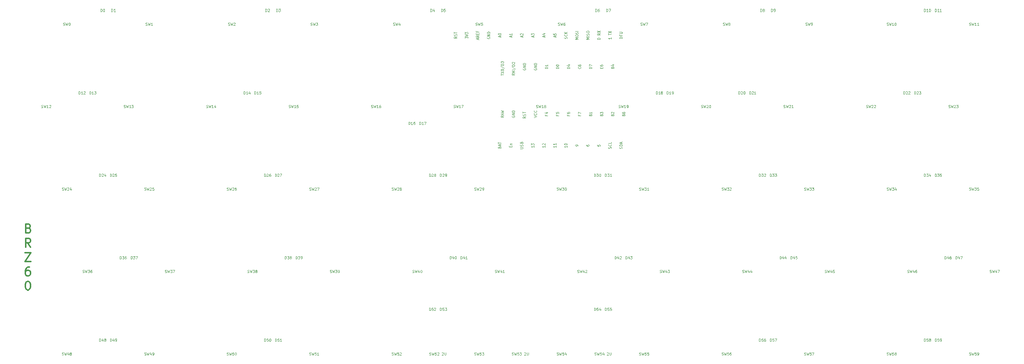
<source format=gbr>
G04 #@! TF.GenerationSoftware,KiCad,Pcbnew,(5.1.5-0-10_14)*
G04 #@! TF.CreationDate,2020-04-26T12:32:38-07:00*
G04 #@! TF.ProjectId,BRZ60_BLE_0.1,42525a36-305f-4424-9c45-5f302e312e6b,rev?*
G04 #@! TF.SameCoordinates,Original*
G04 #@! TF.FileFunction,Legend,Top*
G04 #@! TF.FilePolarity,Positive*
%FSLAX46Y46*%
G04 Gerber Fmt 4.6, Leading zero omitted, Abs format (unit mm)*
G04 Created by KiCad (PCBNEW (5.1.5-0-10_14)) date 2020-04-26 12:32:38*
%MOMM*%
%LPD*%
G04 APERTURE LIST*
%ADD10C,0.120000*%
%ADD11C,0.300000*%
G04 APERTURE END LIST*
D10*
X174885714Y-122167858D02*
X174971428Y-122196429D01*
X175114285Y-122196429D01*
X175171428Y-122167858D01*
X175200000Y-122139286D01*
X175228571Y-122082143D01*
X175228571Y-122025001D01*
X175200000Y-121967858D01*
X175171428Y-121939286D01*
X175114285Y-121910715D01*
X175000000Y-121882143D01*
X174942857Y-121853572D01*
X174914285Y-121825001D01*
X174885714Y-121767858D01*
X174885714Y-121710715D01*
X174914285Y-121653572D01*
X174942857Y-121625001D01*
X175000000Y-121596429D01*
X175142857Y-121596429D01*
X175228571Y-121625001D01*
X175428571Y-121596429D02*
X175571428Y-122196429D01*
X175685714Y-121767858D01*
X175800000Y-122196429D01*
X175942857Y-121596429D01*
X176457142Y-121596429D02*
X176171428Y-121596429D01*
X176142857Y-121882143D01*
X176171428Y-121853572D01*
X176228571Y-121825001D01*
X176371428Y-121825001D01*
X176428571Y-121853572D01*
X176457142Y-121882143D01*
X176485714Y-121939286D01*
X176485714Y-122082143D01*
X176457142Y-122139286D01*
X176428571Y-122167858D01*
X176371428Y-122196429D01*
X176228571Y-122196429D01*
X176171428Y-122167858D01*
X176142857Y-122139286D01*
X176714285Y-121653572D02*
X176742857Y-121625001D01*
X176800000Y-121596429D01*
X176942857Y-121596429D01*
X177000000Y-121625001D01*
X177028571Y-121653572D01*
X177057142Y-121710715D01*
X177057142Y-121767858D01*
X177028571Y-121853572D01*
X176685714Y-122196429D01*
X177057142Y-122196429D01*
X177742857Y-121653572D02*
X177771428Y-121625001D01*
X177828571Y-121596429D01*
X177971428Y-121596429D01*
X178028571Y-121625001D01*
X178057142Y-121653572D01*
X178085714Y-121710715D01*
X178085714Y-121767858D01*
X178057142Y-121853572D01*
X177714285Y-122196429D01*
X178085714Y-122196429D01*
X178342857Y-121596429D02*
X178342857Y-122082143D01*
X178371428Y-122139286D01*
X178400000Y-122167858D01*
X178457142Y-122196429D01*
X178571428Y-122196429D01*
X178628571Y-122167858D01*
X178657142Y-122139286D01*
X178685714Y-122082143D01*
X178685714Y-121596429D01*
D11*
X82542857Y-92957142D02*
X82828571Y-93052380D01*
X82923809Y-93147619D01*
X83019047Y-93338095D01*
X83019047Y-93623809D01*
X82923809Y-93814285D01*
X82828571Y-93909523D01*
X82638095Y-94004761D01*
X81876190Y-94004761D01*
X81876190Y-92004761D01*
X82542857Y-92004761D01*
X82733333Y-92100000D01*
X82828571Y-92195238D01*
X82923809Y-92385714D01*
X82923809Y-92576190D01*
X82828571Y-92766666D01*
X82733333Y-92861904D01*
X82542857Y-92957142D01*
X81876190Y-92957142D01*
X83019047Y-97304761D02*
X82352380Y-96352380D01*
X81876190Y-97304761D02*
X81876190Y-95304761D01*
X82638095Y-95304761D01*
X82828571Y-95400000D01*
X82923809Y-95495238D01*
X83019047Y-95685714D01*
X83019047Y-95971428D01*
X82923809Y-96161904D01*
X82828571Y-96257142D01*
X82638095Y-96352380D01*
X81876190Y-96352380D01*
X81733333Y-98604761D02*
X83066666Y-98604761D01*
X81733333Y-100604761D01*
X83066666Y-100604761D01*
X82780952Y-101904761D02*
X82400000Y-101904761D01*
X82209523Y-102000000D01*
X82114285Y-102095238D01*
X81923809Y-102380952D01*
X81828571Y-102761904D01*
X81828571Y-103523809D01*
X81923809Y-103714285D01*
X82019047Y-103809523D01*
X82209523Y-103904761D01*
X82590476Y-103904761D01*
X82780952Y-103809523D01*
X82876190Y-103714285D01*
X82971428Y-103523809D01*
X82971428Y-103047619D01*
X82876190Y-102857142D01*
X82780952Y-102761904D01*
X82590476Y-102666666D01*
X82209523Y-102666666D01*
X82019047Y-102761904D01*
X81923809Y-102857142D01*
X81828571Y-103047619D01*
X82304761Y-105204761D02*
X82495238Y-105204761D01*
X82685714Y-105300000D01*
X82780952Y-105395238D01*
X82876190Y-105585714D01*
X82971428Y-105966666D01*
X82971428Y-106442857D01*
X82876190Y-106823809D01*
X82780952Y-107014285D01*
X82685714Y-107109523D01*
X82495238Y-107204761D01*
X82304761Y-107204761D01*
X82114285Y-107109523D01*
X82019047Y-107014285D01*
X81923809Y-106823809D01*
X81828571Y-106442857D01*
X81828571Y-105966666D01*
X81923809Y-105585714D01*
X82019047Y-105395238D01*
X82114285Y-105300000D01*
X82304761Y-105204761D01*
D10*
X212935714Y-122167858D02*
X213021428Y-122196429D01*
X213164285Y-122196429D01*
X213221428Y-122167858D01*
X213250000Y-122139286D01*
X213278571Y-122082143D01*
X213278571Y-122025001D01*
X213250000Y-121967858D01*
X213221428Y-121939286D01*
X213164285Y-121910715D01*
X213050000Y-121882143D01*
X212992857Y-121853572D01*
X212964285Y-121825001D01*
X212935714Y-121767858D01*
X212935714Y-121710715D01*
X212964285Y-121653572D01*
X212992857Y-121625001D01*
X213050000Y-121596429D01*
X213192857Y-121596429D01*
X213278571Y-121625001D01*
X213478571Y-121596429D02*
X213621428Y-122196429D01*
X213735714Y-121767858D01*
X213850000Y-122196429D01*
X213992857Y-121596429D01*
X214507142Y-121596429D02*
X214221428Y-121596429D01*
X214192857Y-121882143D01*
X214221428Y-121853572D01*
X214278571Y-121825001D01*
X214421428Y-121825001D01*
X214478571Y-121853572D01*
X214507142Y-121882143D01*
X214535714Y-121939286D01*
X214535714Y-122082143D01*
X214507142Y-122139286D01*
X214478571Y-122167858D01*
X214421428Y-122196429D01*
X214278571Y-122196429D01*
X214221428Y-122167858D01*
X214192857Y-122139286D01*
X215050000Y-121796429D02*
X215050000Y-122196429D01*
X214907142Y-121567858D02*
X214764285Y-121996429D01*
X215135714Y-121996429D01*
X215792857Y-121653572D02*
X215821428Y-121625001D01*
X215878571Y-121596429D01*
X216021428Y-121596429D01*
X216078571Y-121625001D01*
X216107142Y-121653572D01*
X216135714Y-121710715D01*
X216135714Y-121767858D01*
X216107142Y-121853572D01*
X215764285Y-122196429D01*
X216135714Y-122196429D01*
X216392857Y-121596429D02*
X216392857Y-122082143D01*
X216421428Y-122139286D01*
X216450000Y-122167858D01*
X216507142Y-122196429D01*
X216621428Y-122196429D01*
X216678571Y-122167858D01*
X216707142Y-122139286D01*
X216735714Y-122082143D01*
X216735714Y-121596429D01*
X193885714Y-122167858D02*
X193971428Y-122196429D01*
X194114285Y-122196429D01*
X194171428Y-122167858D01*
X194200000Y-122139286D01*
X194228571Y-122082143D01*
X194228571Y-122025001D01*
X194200000Y-121967858D01*
X194171428Y-121939286D01*
X194114285Y-121910715D01*
X194000000Y-121882143D01*
X193942857Y-121853572D01*
X193914285Y-121825001D01*
X193885714Y-121767858D01*
X193885714Y-121710715D01*
X193914285Y-121653572D01*
X193942857Y-121625001D01*
X194000000Y-121596429D01*
X194142857Y-121596429D01*
X194228571Y-121625001D01*
X194428571Y-121596429D02*
X194571428Y-122196429D01*
X194685714Y-121767858D01*
X194800000Y-122196429D01*
X194942857Y-121596429D01*
X195457142Y-121596429D02*
X195171428Y-121596429D01*
X195142857Y-121882143D01*
X195171428Y-121853572D01*
X195228571Y-121825001D01*
X195371428Y-121825001D01*
X195428571Y-121853572D01*
X195457142Y-121882143D01*
X195485714Y-121939286D01*
X195485714Y-122082143D01*
X195457142Y-122139286D01*
X195428571Y-122167858D01*
X195371428Y-122196429D01*
X195228571Y-122196429D01*
X195171428Y-122167858D01*
X195142857Y-122139286D01*
X195685714Y-121596429D02*
X196057142Y-121596429D01*
X195857142Y-121825001D01*
X195942857Y-121825001D01*
X196000000Y-121853572D01*
X196028571Y-121882143D01*
X196057142Y-121939286D01*
X196057142Y-122082143D01*
X196028571Y-122139286D01*
X196000000Y-122167858D01*
X195942857Y-122196429D01*
X195771428Y-122196429D01*
X195714285Y-122167858D01*
X195685714Y-122139286D01*
X196742857Y-121653572D02*
X196771428Y-121625001D01*
X196828571Y-121596429D01*
X196971428Y-121596429D01*
X197028571Y-121625001D01*
X197057142Y-121653572D01*
X197085714Y-121710715D01*
X197085714Y-121767858D01*
X197057142Y-121853572D01*
X196714285Y-122196429D01*
X197085714Y-122196429D01*
X197342857Y-121596429D02*
X197342857Y-122082143D01*
X197371428Y-122139286D01*
X197400000Y-122167858D01*
X197457142Y-122196429D01*
X197571428Y-122196429D01*
X197628571Y-122167858D01*
X197657142Y-122139286D01*
X197685714Y-122082143D01*
X197685714Y-121596429D01*
X191017142Y-74292857D02*
X191045714Y-74207142D01*
X191074285Y-74178571D01*
X191131428Y-74150000D01*
X191217142Y-74150000D01*
X191274285Y-74178571D01*
X191302857Y-74207142D01*
X191331428Y-74264285D01*
X191331428Y-74492857D01*
X190731428Y-74492857D01*
X190731428Y-74292857D01*
X190760000Y-74235714D01*
X190788571Y-74207142D01*
X190845714Y-74178571D01*
X190902857Y-74178571D01*
X190960000Y-74207142D01*
X190988571Y-74235714D01*
X191017142Y-74292857D01*
X191017142Y-74492857D01*
X191160000Y-73921428D02*
X191160000Y-73635714D01*
X191331428Y-73978571D02*
X190731428Y-73778571D01*
X191331428Y-73578571D01*
X190731428Y-73464285D02*
X190731428Y-73121428D01*
X191331428Y-73292857D02*
X190731428Y-73292857D01*
X193557142Y-74250000D02*
X193557142Y-74050000D01*
X193871428Y-73964285D02*
X193871428Y-74250000D01*
X193271428Y-74250000D01*
X193271428Y-73964285D01*
X193471428Y-73707142D02*
X193871428Y-73707142D01*
X193528571Y-73707142D02*
X193500000Y-73678571D01*
X193471428Y-73621428D01*
X193471428Y-73535714D01*
X193500000Y-73478571D01*
X193557142Y-73450000D01*
X193871428Y-73450000D01*
X195811428Y-74607142D02*
X196297142Y-74607142D01*
X196354285Y-74578571D01*
X196382857Y-74550000D01*
X196411428Y-74492857D01*
X196411428Y-74378571D01*
X196382857Y-74321428D01*
X196354285Y-74292857D01*
X196297142Y-74264285D01*
X195811428Y-74264285D01*
X196382857Y-74007142D02*
X196411428Y-73921428D01*
X196411428Y-73778571D01*
X196382857Y-73721428D01*
X196354285Y-73692857D01*
X196297142Y-73664285D01*
X196240000Y-73664285D01*
X196182857Y-73692857D01*
X196154285Y-73721428D01*
X196125714Y-73778571D01*
X196097142Y-73892857D01*
X196068571Y-73950000D01*
X196040000Y-73978571D01*
X195982857Y-74007142D01*
X195925714Y-74007142D01*
X195868571Y-73978571D01*
X195840000Y-73950000D01*
X195811428Y-73892857D01*
X195811428Y-73750000D01*
X195840000Y-73664285D01*
X196097142Y-73207142D02*
X196125714Y-73121428D01*
X196154285Y-73092857D01*
X196211428Y-73064285D01*
X196297142Y-73064285D01*
X196354285Y-73092857D01*
X196382857Y-73121428D01*
X196411428Y-73178571D01*
X196411428Y-73407142D01*
X195811428Y-73407142D01*
X195811428Y-73207142D01*
X195840000Y-73150000D01*
X195868571Y-73121428D01*
X195925714Y-73092857D01*
X195982857Y-73092857D01*
X196040000Y-73121428D01*
X196068571Y-73150000D01*
X196097142Y-73207142D01*
X196097142Y-73407142D01*
X198951428Y-73964285D02*
X198951428Y-74307142D01*
X198951428Y-74135714D02*
X198351428Y-74135714D01*
X198437142Y-74192857D01*
X198494285Y-74250000D01*
X198522857Y-74307142D01*
X198351428Y-73764285D02*
X198351428Y-73392857D01*
X198580000Y-73592857D01*
X198580000Y-73507142D01*
X198608571Y-73450000D01*
X198637142Y-73421428D01*
X198694285Y-73392857D01*
X198837142Y-73392857D01*
X198894285Y-73421428D01*
X198922857Y-73450000D01*
X198951428Y-73507142D01*
X198951428Y-73678571D01*
X198922857Y-73735714D01*
X198894285Y-73764285D01*
X201491428Y-73964285D02*
X201491428Y-74307142D01*
X201491428Y-74135714D02*
X200891428Y-74135714D01*
X200977142Y-74192857D01*
X201034285Y-74250000D01*
X201062857Y-74307142D01*
X200948571Y-73735714D02*
X200920000Y-73707142D01*
X200891428Y-73650000D01*
X200891428Y-73507142D01*
X200920000Y-73450000D01*
X200948571Y-73421428D01*
X201005714Y-73392857D01*
X201062857Y-73392857D01*
X201148571Y-73421428D01*
X201491428Y-73764285D01*
X201491428Y-73392857D01*
X204031428Y-73964285D02*
X204031428Y-74307142D01*
X204031428Y-74135714D02*
X203431428Y-74135714D01*
X203517142Y-74192857D01*
X203574285Y-74250000D01*
X203602857Y-74307142D01*
X204031428Y-73392857D02*
X204031428Y-73735714D01*
X204031428Y-73564285D02*
X203431428Y-73564285D01*
X203517142Y-73621428D01*
X203574285Y-73678571D01*
X203602857Y-73735714D01*
X206571428Y-73964285D02*
X206571428Y-74307142D01*
X206571428Y-74135714D02*
X205971428Y-74135714D01*
X206057142Y-74192857D01*
X206114285Y-74250000D01*
X206142857Y-74307142D01*
X205971428Y-73592857D02*
X205971428Y-73535714D01*
X206000000Y-73478571D01*
X206028571Y-73450000D01*
X206085714Y-73421428D01*
X206200000Y-73392857D01*
X206342857Y-73392857D01*
X206457142Y-73421428D01*
X206514285Y-73450000D01*
X206542857Y-73478571D01*
X206571428Y-73535714D01*
X206571428Y-73592857D01*
X206542857Y-73650000D01*
X206514285Y-73678571D01*
X206457142Y-73707142D01*
X206342857Y-73735714D01*
X206200000Y-73735714D01*
X206085714Y-73707142D01*
X206028571Y-73678571D01*
X206000000Y-73650000D01*
X205971428Y-73592857D01*
X209111428Y-73964285D02*
X209111428Y-73850000D01*
X209082857Y-73792857D01*
X209054285Y-73764285D01*
X208968571Y-73707142D01*
X208854285Y-73678571D01*
X208625714Y-73678571D01*
X208568571Y-73707142D01*
X208540000Y-73735714D01*
X208511428Y-73792857D01*
X208511428Y-73907142D01*
X208540000Y-73964285D01*
X208568571Y-73992857D01*
X208625714Y-74021428D01*
X208768571Y-74021428D01*
X208825714Y-73992857D01*
X208854285Y-73964285D01*
X208882857Y-73907142D01*
X208882857Y-73792857D01*
X208854285Y-73735714D01*
X208825714Y-73707142D01*
X208768571Y-73678571D01*
X211051428Y-73735714D02*
X211051428Y-73850000D01*
X211080000Y-73907142D01*
X211108571Y-73935714D01*
X211194285Y-73992857D01*
X211308571Y-74021428D01*
X211537142Y-74021428D01*
X211594285Y-73992857D01*
X211622857Y-73964285D01*
X211651428Y-73907142D01*
X211651428Y-73792857D01*
X211622857Y-73735714D01*
X211594285Y-73707142D01*
X211537142Y-73678571D01*
X211394285Y-73678571D01*
X211337142Y-73707142D01*
X211308571Y-73735714D01*
X211280000Y-73792857D01*
X211280000Y-73907142D01*
X211308571Y-73964285D01*
X211337142Y-73992857D01*
X211394285Y-74021428D01*
X213591428Y-73707142D02*
X213591428Y-73992857D01*
X213877142Y-74021428D01*
X213848571Y-73992857D01*
X213820000Y-73935714D01*
X213820000Y-73792857D01*
X213848571Y-73735714D01*
X213877142Y-73707142D01*
X213934285Y-73678571D01*
X214077142Y-73678571D01*
X214134285Y-73707142D01*
X214162857Y-73735714D01*
X214191428Y-73792857D01*
X214191428Y-73935714D01*
X214162857Y-73992857D01*
X214134285Y-74021428D01*
X216702857Y-74564285D02*
X216731428Y-74478571D01*
X216731428Y-74335714D01*
X216702857Y-74278571D01*
X216674285Y-74250000D01*
X216617142Y-74221428D01*
X216560000Y-74221428D01*
X216502857Y-74250000D01*
X216474285Y-74278571D01*
X216445714Y-74335714D01*
X216417142Y-74450000D01*
X216388571Y-74507142D01*
X216360000Y-74535714D01*
X216302857Y-74564285D01*
X216245714Y-74564285D01*
X216188571Y-74535714D01*
X216160000Y-74507142D01*
X216131428Y-74450000D01*
X216131428Y-74307142D01*
X216160000Y-74221428D01*
X216674285Y-73621428D02*
X216702857Y-73650000D01*
X216731428Y-73735714D01*
X216731428Y-73792857D01*
X216702857Y-73878571D01*
X216645714Y-73935714D01*
X216588571Y-73964285D01*
X216474285Y-73992857D01*
X216388571Y-73992857D01*
X216274285Y-73964285D01*
X216217142Y-73935714D01*
X216160000Y-73878571D01*
X216131428Y-73792857D01*
X216131428Y-73735714D01*
X216160000Y-73650000D01*
X216188571Y-73621428D01*
X216731428Y-73078571D02*
X216731428Y-73364285D01*
X216131428Y-73364285D01*
X219242857Y-74578571D02*
X219271428Y-74492857D01*
X219271428Y-74350000D01*
X219242857Y-74292857D01*
X219214285Y-74264285D01*
X219157142Y-74235714D01*
X219100000Y-74235714D01*
X219042857Y-74264285D01*
X219014285Y-74292857D01*
X218985714Y-74350000D01*
X218957142Y-74464285D01*
X218928571Y-74521428D01*
X218900000Y-74550000D01*
X218842857Y-74578571D01*
X218785714Y-74578571D01*
X218728571Y-74550000D01*
X218700000Y-74521428D01*
X218671428Y-74464285D01*
X218671428Y-74321428D01*
X218700000Y-74235714D01*
X219271428Y-73978571D02*
X218671428Y-73978571D01*
X218671428Y-73835714D01*
X218700000Y-73750000D01*
X218757142Y-73692857D01*
X218814285Y-73664285D01*
X218928571Y-73635714D01*
X219014285Y-73635714D01*
X219128571Y-73664285D01*
X219185714Y-73692857D01*
X219242857Y-73750000D01*
X219271428Y-73835714D01*
X219271428Y-73978571D01*
X219100000Y-73407142D02*
X219100000Y-73121428D01*
X219271428Y-73464285D02*
X218671428Y-73264285D01*
X219271428Y-73064285D01*
X219271428Y-49178571D02*
X218671428Y-49178571D01*
X218671428Y-49035714D01*
X218700000Y-48950000D01*
X218757142Y-48892857D01*
X218814285Y-48864285D01*
X218928571Y-48835714D01*
X219014285Y-48835714D01*
X219128571Y-48864285D01*
X219185714Y-48892857D01*
X219242857Y-48950000D01*
X219271428Y-49035714D01*
X219271428Y-49178571D01*
X218957142Y-48378571D02*
X218957142Y-48578571D01*
X219271428Y-48578571D02*
X218671428Y-48578571D01*
X218671428Y-48292857D01*
X218671428Y-48064285D02*
X219157142Y-48064285D01*
X219214285Y-48035714D01*
X219242857Y-48007142D01*
X219271428Y-47950000D01*
X219271428Y-47835714D01*
X219242857Y-47778571D01*
X219214285Y-47750000D01*
X219157142Y-47721428D01*
X218671428Y-47721428D01*
X216731428Y-49021428D02*
X216731428Y-49364285D01*
X216731428Y-49192857D02*
X216131428Y-49192857D01*
X216217142Y-49250000D01*
X216274285Y-49307142D01*
X216302857Y-49364285D01*
X216131428Y-48392857D02*
X216131428Y-48050000D01*
X216731428Y-48221428D02*
X216131428Y-48221428D01*
X216131428Y-47907142D02*
X216731428Y-47507142D01*
X216131428Y-47507142D02*
X216731428Y-47907142D01*
X213591428Y-49292857D02*
X213591428Y-49235714D01*
X213620000Y-49178571D01*
X213648571Y-49150000D01*
X213705714Y-49121428D01*
X213820000Y-49092857D01*
X213962857Y-49092857D01*
X214077142Y-49121428D01*
X214134285Y-49150000D01*
X214162857Y-49178571D01*
X214191428Y-49235714D01*
X214191428Y-49292857D01*
X214162857Y-49350000D01*
X214134285Y-49378571D01*
X214077142Y-49407142D01*
X213962857Y-49435714D01*
X213820000Y-49435714D01*
X213705714Y-49407142D01*
X213648571Y-49378571D01*
X213620000Y-49350000D01*
X213591428Y-49292857D01*
X214191428Y-48035714D02*
X213905714Y-48235714D01*
X214191428Y-48378571D02*
X213591428Y-48378571D01*
X213591428Y-48150000D01*
X213620000Y-48092857D01*
X213648571Y-48064285D01*
X213705714Y-48035714D01*
X213791428Y-48035714D01*
X213848571Y-48064285D01*
X213877142Y-48092857D01*
X213905714Y-48150000D01*
X213905714Y-48378571D01*
X213591428Y-47835714D02*
X214191428Y-47435714D01*
X213591428Y-47435714D02*
X214191428Y-47835714D01*
X211651428Y-49392857D02*
X211051428Y-49392857D01*
X211480000Y-49192857D01*
X211051428Y-48992857D01*
X211651428Y-48992857D01*
X211651428Y-48707142D02*
X211051428Y-48707142D01*
X211622857Y-48450000D02*
X211651428Y-48364285D01*
X211651428Y-48221428D01*
X211622857Y-48164285D01*
X211594285Y-48135714D01*
X211537142Y-48107142D01*
X211480000Y-48107142D01*
X211422857Y-48135714D01*
X211394285Y-48164285D01*
X211365714Y-48221428D01*
X211337142Y-48335714D01*
X211308571Y-48392857D01*
X211280000Y-48421428D01*
X211222857Y-48450000D01*
X211165714Y-48450000D01*
X211108571Y-48421428D01*
X211080000Y-48392857D01*
X211051428Y-48335714D01*
X211051428Y-48192857D01*
X211080000Y-48107142D01*
X211051428Y-47735714D02*
X211051428Y-47621428D01*
X211080000Y-47564285D01*
X211137142Y-47507142D01*
X211251428Y-47478571D01*
X211451428Y-47478571D01*
X211565714Y-47507142D01*
X211622857Y-47564285D01*
X211651428Y-47621428D01*
X211651428Y-47735714D01*
X211622857Y-47792857D01*
X211565714Y-47850000D01*
X211451428Y-47878571D01*
X211251428Y-47878571D01*
X211137142Y-47850000D01*
X211080000Y-47792857D01*
X211051428Y-47735714D01*
X209111428Y-49392857D02*
X208511428Y-49392857D01*
X208940000Y-49192857D01*
X208511428Y-48992857D01*
X209111428Y-48992857D01*
X208511428Y-48592857D02*
X208511428Y-48478571D01*
X208540000Y-48421428D01*
X208597142Y-48364285D01*
X208711428Y-48335714D01*
X208911428Y-48335714D01*
X209025714Y-48364285D01*
X209082857Y-48421428D01*
X209111428Y-48478571D01*
X209111428Y-48592857D01*
X209082857Y-48650000D01*
X209025714Y-48707142D01*
X208911428Y-48735714D01*
X208711428Y-48735714D01*
X208597142Y-48707142D01*
X208540000Y-48650000D01*
X208511428Y-48592857D01*
X209082857Y-48107142D02*
X209111428Y-48021428D01*
X209111428Y-47878571D01*
X209082857Y-47821428D01*
X209054285Y-47792857D01*
X208997142Y-47764285D01*
X208940000Y-47764285D01*
X208882857Y-47792857D01*
X208854285Y-47821428D01*
X208825714Y-47878571D01*
X208797142Y-47992857D01*
X208768571Y-48050000D01*
X208740000Y-48078571D01*
X208682857Y-48107142D01*
X208625714Y-48107142D01*
X208568571Y-48078571D01*
X208540000Y-48050000D01*
X208511428Y-47992857D01*
X208511428Y-47850000D01*
X208540000Y-47764285D01*
X209111428Y-47507142D02*
X208511428Y-47507142D01*
X206542857Y-49221428D02*
X206571428Y-49135714D01*
X206571428Y-48992857D01*
X206542857Y-48935714D01*
X206514285Y-48907142D01*
X206457142Y-48878571D01*
X206400000Y-48878571D01*
X206342857Y-48907142D01*
X206314285Y-48935714D01*
X206285714Y-48992857D01*
X206257142Y-49107142D01*
X206228571Y-49164285D01*
X206200000Y-49192857D01*
X206142857Y-49221428D01*
X206085714Y-49221428D01*
X206028571Y-49192857D01*
X206000000Y-49164285D01*
X205971428Y-49107142D01*
X205971428Y-48964285D01*
X206000000Y-48878571D01*
X206514285Y-48278571D02*
X206542857Y-48307142D01*
X206571428Y-48392857D01*
X206571428Y-48450000D01*
X206542857Y-48535714D01*
X206485714Y-48592857D01*
X206428571Y-48621428D01*
X206314285Y-48650000D01*
X206228571Y-48650000D01*
X206114285Y-48621428D01*
X206057142Y-48592857D01*
X206000000Y-48535714D01*
X205971428Y-48450000D01*
X205971428Y-48392857D01*
X206000000Y-48307142D01*
X206028571Y-48278571D01*
X206571428Y-48021428D02*
X205971428Y-48021428D01*
X206571428Y-47678571D02*
X206228571Y-47935714D01*
X205971428Y-47678571D02*
X206314285Y-48021428D01*
X203860000Y-48878571D02*
X203860000Y-48592857D01*
X204031428Y-48935714D02*
X203431428Y-48735714D01*
X204031428Y-48535714D01*
X203431428Y-48050000D02*
X203431428Y-48335714D01*
X203717142Y-48364285D01*
X203688571Y-48335714D01*
X203660000Y-48278571D01*
X203660000Y-48135714D01*
X203688571Y-48078571D01*
X203717142Y-48050000D01*
X203774285Y-48021428D01*
X203917142Y-48021428D01*
X203974285Y-48050000D01*
X204002857Y-48078571D01*
X204031428Y-48135714D01*
X204031428Y-48278571D01*
X204002857Y-48335714D01*
X203974285Y-48364285D01*
X201320000Y-48878571D02*
X201320000Y-48592857D01*
X201491428Y-48935714D02*
X200891428Y-48735714D01*
X201491428Y-48535714D01*
X201091428Y-48078571D02*
X201491428Y-48078571D01*
X200862857Y-48221428D02*
X201291428Y-48364285D01*
X201291428Y-47992857D01*
X198780000Y-48878571D02*
X198780000Y-48592857D01*
X198951428Y-48935714D02*
X198351428Y-48735714D01*
X198951428Y-48535714D01*
X198351428Y-48392857D02*
X198351428Y-48021428D01*
X198580000Y-48221428D01*
X198580000Y-48135714D01*
X198608571Y-48078571D01*
X198637142Y-48050000D01*
X198694285Y-48021428D01*
X198837142Y-48021428D01*
X198894285Y-48050000D01*
X198922857Y-48078571D01*
X198951428Y-48135714D01*
X198951428Y-48307142D01*
X198922857Y-48364285D01*
X198894285Y-48392857D01*
X196240000Y-48878571D02*
X196240000Y-48592857D01*
X196411428Y-48935714D02*
X195811428Y-48735714D01*
X196411428Y-48535714D01*
X195868571Y-48364285D02*
X195840000Y-48335714D01*
X195811428Y-48278571D01*
X195811428Y-48135714D01*
X195840000Y-48078571D01*
X195868571Y-48050000D01*
X195925714Y-48021428D01*
X195982857Y-48021428D01*
X196068571Y-48050000D01*
X196411428Y-48392857D01*
X196411428Y-48021428D01*
X193700000Y-48878571D02*
X193700000Y-48592857D01*
X193871428Y-48935714D02*
X193271428Y-48735714D01*
X193871428Y-48535714D01*
X193871428Y-48021428D02*
X193871428Y-48364285D01*
X193871428Y-48192857D02*
X193271428Y-48192857D01*
X193357142Y-48250000D01*
X193414285Y-48307142D01*
X193442857Y-48364285D01*
X191160000Y-48878571D02*
X191160000Y-48592857D01*
X191331428Y-48935714D02*
X190731428Y-48735714D01*
X191331428Y-48535714D01*
X190731428Y-48221428D02*
X190731428Y-48164285D01*
X190760000Y-48107142D01*
X190788571Y-48078571D01*
X190845714Y-48050000D01*
X190960000Y-48021428D01*
X191102857Y-48021428D01*
X191217142Y-48050000D01*
X191274285Y-48078571D01*
X191302857Y-48107142D01*
X191331428Y-48164285D01*
X191331428Y-48221428D01*
X191302857Y-48278571D01*
X191274285Y-48307142D01*
X191217142Y-48335714D01*
X191102857Y-48364285D01*
X190960000Y-48364285D01*
X190845714Y-48335714D01*
X190788571Y-48307142D01*
X190760000Y-48278571D01*
X190731428Y-48221428D01*
X188220000Y-48907142D02*
X188191428Y-48964285D01*
X188191428Y-49050000D01*
X188220000Y-49135714D01*
X188277142Y-49192857D01*
X188334285Y-49221428D01*
X188448571Y-49250000D01*
X188534285Y-49250000D01*
X188648571Y-49221428D01*
X188705714Y-49192857D01*
X188762857Y-49135714D01*
X188791428Y-49050000D01*
X188791428Y-48992857D01*
X188762857Y-48907142D01*
X188734285Y-48878571D01*
X188534285Y-48878571D01*
X188534285Y-48992857D01*
X188791428Y-48621428D02*
X188191428Y-48621428D01*
X188791428Y-48278571D01*
X188191428Y-48278571D01*
X188791428Y-47992857D02*
X188191428Y-47992857D01*
X188191428Y-47850000D01*
X188220000Y-47764285D01*
X188277142Y-47707142D01*
X188334285Y-47678571D01*
X188448571Y-47650000D01*
X188534285Y-47650000D01*
X188648571Y-47678571D01*
X188705714Y-47707142D01*
X188762857Y-47764285D01*
X188791428Y-47850000D01*
X188791428Y-47992857D01*
X186080000Y-49421428D02*
X186080000Y-49135714D01*
X186251428Y-49478571D02*
X185651428Y-49278571D01*
X186251428Y-49078571D01*
X186251428Y-48535714D02*
X185965714Y-48735714D01*
X186251428Y-48878571D02*
X185651428Y-48878571D01*
X185651428Y-48650000D01*
X185680000Y-48592857D01*
X185708571Y-48564285D01*
X185765714Y-48535714D01*
X185851428Y-48535714D01*
X185908571Y-48564285D01*
X185937142Y-48592857D01*
X185965714Y-48650000D01*
X185965714Y-48878571D01*
X185937142Y-48278571D02*
X185937142Y-48078571D01*
X186251428Y-47992857D02*
X186251428Y-48278571D01*
X185651428Y-48278571D01*
X185651428Y-47992857D01*
X185937142Y-47535714D02*
X185937142Y-47735714D01*
X186251428Y-47735714D02*
X185651428Y-47735714D01*
X185651428Y-47450000D01*
X183111428Y-49192857D02*
X183111428Y-48821428D01*
X183340000Y-49021428D01*
X183340000Y-48935714D01*
X183368571Y-48878571D01*
X183397142Y-48850000D01*
X183454285Y-48821428D01*
X183597142Y-48821428D01*
X183654285Y-48850000D01*
X183682857Y-48878571D01*
X183711428Y-48935714D01*
X183711428Y-49107142D01*
X183682857Y-49164285D01*
X183654285Y-49192857D01*
X183111428Y-48650000D02*
X183711428Y-48450000D01*
X183111428Y-48250000D01*
X183111428Y-48107142D02*
X183111428Y-47735714D01*
X183340000Y-47935714D01*
X183340000Y-47850000D01*
X183368571Y-47792857D01*
X183397142Y-47764285D01*
X183454285Y-47735714D01*
X183597142Y-47735714D01*
X183654285Y-47764285D01*
X183682857Y-47792857D01*
X183711428Y-47850000D01*
X183711428Y-48021428D01*
X183682857Y-48078571D01*
X183654285Y-48107142D01*
X181171428Y-48778571D02*
X180885714Y-48978571D01*
X181171428Y-49121428D02*
X180571428Y-49121428D01*
X180571428Y-48892857D01*
X180600000Y-48835714D01*
X180628571Y-48807142D01*
X180685714Y-48778571D01*
X180771428Y-48778571D01*
X180828571Y-48807142D01*
X180857142Y-48835714D01*
X180885714Y-48892857D01*
X180885714Y-49121428D01*
X181142857Y-48550000D02*
X181171428Y-48464285D01*
X181171428Y-48321428D01*
X181142857Y-48264285D01*
X181114285Y-48235714D01*
X181057142Y-48207142D01*
X181000000Y-48207142D01*
X180942857Y-48235714D01*
X180914285Y-48264285D01*
X180885714Y-48321428D01*
X180857142Y-48435714D01*
X180828571Y-48492857D01*
X180800000Y-48521428D01*
X180742857Y-48550000D01*
X180685714Y-48550000D01*
X180628571Y-48521428D01*
X180600000Y-48492857D01*
X180571428Y-48435714D01*
X180571428Y-48292857D01*
X180600000Y-48207142D01*
X180571428Y-48035714D02*
X180571428Y-47692857D01*
X181171428Y-47864285D02*
X180571428Y-47864285D01*
X218484286Y-65167858D02*
X218570001Y-65196429D01*
X218712858Y-65196429D01*
X218770001Y-65167858D01*
X218798572Y-65139286D01*
X218827143Y-65082143D01*
X218827143Y-65025001D01*
X218798572Y-64967858D01*
X218770001Y-64939286D01*
X218712858Y-64910715D01*
X218598572Y-64882143D01*
X218541429Y-64853572D01*
X218512858Y-64825001D01*
X218484286Y-64767858D01*
X218484286Y-64710715D01*
X218512858Y-64653572D01*
X218541429Y-64625001D01*
X218598572Y-64596429D01*
X218741429Y-64596429D01*
X218827143Y-64625001D01*
X219027143Y-64596429D02*
X219170001Y-65196429D01*
X219284286Y-64767858D01*
X219398572Y-65196429D01*
X219541429Y-64596429D01*
X220084286Y-65196429D02*
X219741429Y-65196429D01*
X219912858Y-65196429D02*
X219912858Y-64596429D01*
X219855715Y-64682143D01*
X219798572Y-64739286D01*
X219741429Y-64767858D01*
X220370001Y-65196429D02*
X220484286Y-65196429D01*
X220541429Y-65167858D01*
X220570001Y-65139286D01*
X220627143Y-65053572D01*
X220655715Y-64939286D01*
X220655715Y-64710715D01*
X220627143Y-64653572D01*
X220598572Y-64625001D01*
X220541429Y-64596429D01*
X220427143Y-64596429D01*
X220370001Y-64625001D01*
X220341429Y-64653572D01*
X220312858Y-64710715D01*
X220312858Y-64853572D01*
X220341429Y-64910715D01*
X220370001Y-64939286D01*
X220427143Y-64967858D01*
X220541429Y-64967858D01*
X220598572Y-64939286D01*
X220627143Y-64910715D01*
X220655715Y-64853572D01*
X170091429Y-69021429D02*
X170091429Y-68421429D01*
X170234286Y-68421429D01*
X170320001Y-68450001D01*
X170377143Y-68507143D01*
X170405715Y-68564286D01*
X170434286Y-68678572D01*
X170434286Y-68764286D01*
X170405715Y-68878572D01*
X170377143Y-68935715D01*
X170320001Y-68992858D01*
X170234286Y-69021429D01*
X170091429Y-69021429D01*
X171005715Y-69021429D02*
X170662858Y-69021429D01*
X170834286Y-69021429D02*
X170834286Y-68421429D01*
X170777143Y-68507143D01*
X170720001Y-68564286D01*
X170662858Y-68592858D01*
X171520001Y-68421429D02*
X171405715Y-68421429D01*
X171348572Y-68450001D01*
X171320001Y-68478572D01*
X171262858Y-68564286D01*
X171234286Y-68678572D01*
X171234286Y-68907143D01*
X171262858Y-68964286D01*
X171291429Y-68992858D01*
X171348572Y-69021429D01*
X171462858Y-69021429D01*
X171520001Y-68992858D01*
X171548572Y-68964286D01*
X171577143Y-68907143D01*
X171577143Y-68764286D01*
X171548572Y-68707143D01*
X171520001Y-68678572D01*
X171462858Y-68650001D01*
X171348572Y-68650001D01*
X171291429Y-68678572D01*
X171262858Y-68707143D01*
X171234286Y-68764286D01*
X217037142Y-66853857D02*
X217065714Y-66768142D01*
X217094285Y-66739571D01*
X217151428Y-66711000D01*
X217237142Y-66711000D01*
X217294285Y-66739571D01*
X217322857Y-66768142D01*
X217351428Y-66825285D01*
X217351428Y-67053857D01*
X216751428Y-67053857D01*
X216751428Y-66853857D01*
X216780000Y-66796714D01*
X216808571Y-66768142D01*
X216865714Y-66739571D01*
X216922857Y-66739571D01*
X216980000Y-66768142D01*
X217008571Y-66796714D01*
X217037142Y-66853857D01*
X217037142Y-67053857D01*
X216808571Y-66482428D02*
X216780000Y-66453857D01*
X216751428Y-66396714D01*
X216751428Y-66253857D01*
X216780000Y-66196714D01*
X216808571Y-66168142D01*
X216865714Y-66139571D01*
X216922857Y-66139571D01*
X217008571Y-66168142D01*
X217351428Y-66511000D01*
X217351428Y-66139571D01*
X209417142Y-66811000D02*
X209417142Y-67011000D01*
X209731428Y-67011000D02*
X209131428Y-67011000D01*
X209131428Y-66725285D01*
X209131428Y-66553857D02*
X209131428Y-66153857D01*
X209731428Y-66411000D01*
X206877142Y-66811000D02*
X206877142Y-67011000D01*
X207191428Y-67011000D02*
X206591428Y-67011000D01*
X206591428Y-66725285D01*
X206591428Y-66239571D02*
X206591428Y-66353857D01*
X206620000Y-66411000D01*
X206648571Y-66439571D01*
X206734285Y-66496714D01*
X206848571Y-66525285D01*
X207077142Y-66525285D01*
X207134285Y-66496714D01*
X207162857Y-66468142D01*
X207191428Y-66411000D01*
X207191428Y-66296714D01*
X207162857Y-66239571D01*
X207134285Y-66211000D01*
X207077142Y-66182428D01*
X206934285Y-66182428D01*
X206877142Y-66211000D01*
X206848571Y-66239571D01*
X206820000Y-66296714D01*
X206820000Y-66411000D01*
X206848571Y-66468142D01*
X206877142Y-66496714D01*
X206934285Y-66525285D01*
X204337142Y-66811000D02*
X204337142Y-67011000D01*
X204651428Y-67011000D02*
X204051428Y-67011000D01*
X204051428Y-66725285D01*
X204051428Y-66211000D02*
X204051428Y-66496714D01*
X204337142Y-66525285D01*
X204308571Y-66496714D01*
X204280000Y-66439571D01*
X204280000Y-66296714D01*
X204308571Y-66239571D01*
X204337142Y-66211000D01*
X204394285Y-66182428D01*
X204537142Y-66182428D01*
X204594285Y-66211000D01*
X204622857Y-66239571D01*
X204651428Y-66296714D01*
X204651428Y-66439571D01*
X204622857Y-66496714D01*
X204594285Y-66525285D01*
X191951428Y-67025285D02*
X191665714Y-67225285D01*
X191951428Y-67368142D02*
X191351428Y-67368142D01*
X191351428Y-67139571D01*
X191380000Y-67082428D01*
X191408571Y-67053857D01*
X191465714Y-67025285D01*
X191551428Y-67025285D01*
X191608571Y-67053857D01*
X191637142Y-67082428D01*
X191665714Y-67139571D01*
X191665714Y-67368142D01*
X191780000Y-66796714D02*
X191780000Y-66511000D01*
X191951428Y-66853857D02*
X191351428Y-66653857D01*
X191951428Y-66453857D01*
X191351428Y-66311000D02*
X191951428Y-66168142D01*
X191522857Y-66053857D01*
X191951428Y-65939571D01*
X191351428Y-65796714D01*
X193920000Y-67068142D02*
X193891428Y-67125285D01*
X193891428Y-67211000D01*
X193920000Y-67296714D01*
X193977142Y-67353857D01*
X194034285Y-67382428D01*
X194148571Y-67411000D01*
X194234285Y-67411000D01*
X194348571Y-67382428D01*
X194405714Y-67353857D01*
X194462857Y-67296714D01*
X194491428Y-67211000D01*
X194491428Y-67153857D01*
X194462857Y-67068142D01*
X194434285Y-67039571D01*
X194234285Y-67039571D01*
X194234285Y-67153857D01*
X194491428Y-66782428D02*
X193891428Y-66782428D01*
X194491428Y-66439571D01*
X193891428Y-66439571D01*
X194491428Y-66153857D02*
X193891428Y-66153857D01*
X193891428Y-66011000D01*
X193920000Y-65925285D01*
X193977142Y-65868142D01*
X194034285Y-65839571D01*
X194148571Y-65811000D01*
X194234285Y-65811000D01*
X194348571Y-65839571D01*
X194405714Y-65868142D01*
X194462857Y-65925285D01*
X194491428Y-66011000D01*
X194491428Y-66153857D01*
X197001428Y-67211691D02*
X196715714Y-67411691D01*
X197001428Y-67554548D02*
X196401428Y-67554548D01*
X196401428Y-67325977D01*
X196430000Y-67268834D01*
X196458571Y-67240262D01*
X196515714Y-67211691D01*
X196601428Y-67211691D01*
X196658571Y-67240262D01*
X196687142Y-67268834D01*
X196715714Y-67325977D01*
X196715714Y-67554548D01*
X196972857Y-66983120D02*
X197001428Y-66897405D01*
X197001428Y-66754548D01*
X196972857Y-66697405D01*
X196944285Y-66668834D01*
X196887142Y-66640262D01*
X196830000Y-66640262D01*
X196772857Y-66668834D01*
X196744285Y-66697405D01*
X196715714Y-66754548D01*
X196687142Y-66868834D01*
X196658571Y-66925977D01*
X196630000Y-66954548D01*
X196572857Y-66983120D01*
X196515714Y-66983120D01*
X196458571Y-66954548D01*
X196430000Y-66925977D01*
X196401428Y-66868834D01*
X196401428Y-66725977D01*
X196430000Y-66640262D01*
X196401428Y-66468834D02*
X196401428Y-66125977D01*
X197001428Y-66297405D02*
X196401428Y-66297405D01*
X198971428Y-67411000D02*
X199571428Y-67211000D01*
X198971428Y-67011000D01*
X199514285Y-66468142D02*
X199542857Y-66496714D01*
X199571428Y-66582428D01*
X199571428Y-66639571D01*
X199542857Y-66725285D01*
X199485714Y-66782428D01*
X199428571Y-66811000D01*
X199314285Y-66839571D01*
X199228571Y-66839571D01*
X199114285Y-66811000D01*
X199057142Y-66782428D01*
X199000000Y-66725285D01*
X198971428Y-66639571D01*
X198971428Y-66582428D01*
X199000000Y-66496714D01*
X199028571Y-66468142D01*
X199514285Y-65868142D02*
X199542857Y-65896714D01*
X199571428Y-65982428D01*
X199571428Y-66039571D01*
X199542857Y-66125285D01*
X199485714Y-66182428D01*
X199428571Y-66211000D01*
X199314285Y-66239571D01*
X199228571Y-66239571D01*
X199114285Y-66211000D01*
X199057142Y-66182428D01*
X199000000Y-66125285D01*
X198971428Y-66039571D01*
X198971428Y-65982428D01*
X199000000Y-65896714D01*
X199028571Y-65868142D01*
X201797142Y-66811000D02*
X201797142Y-67011000D01*
X202111428Y-67011000D02*
X201511428Y-67011000D01*
X201511428Y-66725285D01*
X201711428Y-66239571D02*
X202111428Y-66239571D01*
X201482857Y-66382428D02*
X201911428Y-66525285D01*
X201911428Y-66153857D01*
X211957142Y-66853857D02*
X211985714Y-66768142D01*
X212014285Y-66739571D01*
X212071428Y-66711000D01*
X212157142Y-66711000D01*
X212214285Y-66739571D01*
X212242857Y-66768142D01*
X212271428Y-66825285D01*
X212271428Y-67053857D01*
X211671428Y-67053857D01*
X211671428Y-66853857D01*
X211700000Y-66796714D01*
X211728571Y-66768142D01*
X211785714Y-66739571D01*
X211842857Y-66739571D01*
X211900000Y-66768142D01*
X211928571Y-66796714D01*
X211957142Y-66853857D01*
X211957142Y-67053857D01*
X212271428Y-66139571D02*
X212271428Y-66482428D01*
X212271428Y-66311000D02*
X211671428Y-66311000D01*
X211757142Y-66368142D01*
X211814285Y-66425285D01*
X211842857Y-66482428D01*
X214497142Y-66853857D02*
X214525714Y-66768142D01*
X214554285Y-66739571D01*
X214611428Y-66711000D01*
X214697142Y-66711000D01*
X214754285Y-66739571D01*
X214782857Y-66768142D01*
X214811428Y-66825285D01*
X214811428Y-67053857D01*
X214211428Y-67053857D01*
X214211428Y-66853857D01*
X214240000Y-66796714D01*
X214268571Y-66768142D01*
X214325714Y-66739571D01*
X214382857Y-66739571D01*
X214440000Y-66768142D01*
X214468571Y-66796714D01*
X214497142Y-66853857D01*
X214497142Y-67053857D01*
X214211428Y-66511000D02*
X214211428Y-66139571D01*
X214440000Y-66339571D01*
X214440000Y-66253857D01*
X214468571Y-66196714D01*
X214497142Y-66168142D01*
X214554285Y-66139571D01*
X214697142Y-66139571D01*
X214754285Y-66168142D01*
X214782857Y-66196714D01*
X214811428Y-66253857D01*
X214811428Y-66425285D01*
X214782857Y-66482428D01*
X214754285Y-66511000D01*
X219577142Y-66853857D02*
X219605714Y-66768142D01*
X219634285Y-66739571D01*
X219691428Y-66711000D01*
X219777142Y-66711000D01*
X219834285Y-66739571D01*
X219862857Y-66768142D01*
X219891428Y-66825285D01*
X219891428Y-67053857D01*
X219291428Y-67053857D01*
X219291428Y-66853857D01*
X219320000Y-66796714D01*
X219348571Y-66768142D01*
X219405714Y-66739571D01*
X219462857Y-66739571D01*
X219520000Y-66768142D01*
X219548571Y-66796714D01*
X219577142Y-66853857D01*
X219577142Y-67053857D01*
X219291428Y-66196714D02*
X219291428Y-66311000D01*
X219320000Y-66368142D01*
X219348571Y-66396714D01*
X219434285Y-66453857D01*
X219548571Y-66482428D01*
X219777142Y-66482428D01*
X219834285Y-66453857D01*
X219862857Y-66425285D01*
X219891428Y-66368142D01*
X219891428Y-66253857D01*
X219862857Y-66196714D01*
X219834285Y-66168142D01*
X219777142Y-66139571D01*
X219634285Y-66139571D01*
X219577142Y-66168142D01*
X219548571Y-66196714D01*
X219520000Y-66253857D01*
X219520000Y-66368142D01*
X219548571Y-66425285D01*
X219577142Y-66453857D01*
X219634285Y-66482428D01*
X217037142Y-55931857D02*
X217065714Y-55846142D01*
X217094285Y-55817571D01*
X217151428Y-55789000D01*
X217237142Y-55789000D01*
X217294285Y-55817571D01*
X217322857Y-55846142D01*
X217351428Y-55903285D01*
X217351428Y-56131857D01*
X216751428Y-56131857D01*
X216751428Y-55931857D01*
X216780000Y-55874714D01*
X216808571Y-55846142D01*
X216865714Y-55817571D01*
X216922857Y-55817571D01*
X216980000Y-55846142D01*
X217008571Y-55874714D01*
X217037142Y-55931857D01*
X217037142Y-56131857D01*
X216951428Y-55274714D02*
X217351428Y-55274714D01*
X216722857Y-55417571D02*
X217151428Y-55560428D01*
X217151428Y-55189000D01*
X214497142Y-56103285D02*
X214497142Y-55903285D01*
X214811428Y-55817571D02*
X214811428Y-56103285D01*
X214211428Y-56103285D01*
X214211428Y-55817571D01*
X214211428Y-55303285D02*
X214211428Y-55417571D01*
X214240000Y-55474714D01*
X214268571Y-55503285D01*
X214354285Y-55560428D01*
X214468571Y-55589000D01*
X214697142Y-55589000D01*
X214754285Y-55560428D01*
X214782857Y-55531857D01*
X214811428Y-55474714D01*
X214811428Y-55360428D01*
X214782857Y-55303285D01*
X214754285Y-55274714D01*
X214697142Y-55246142D01*
X214554285Y-55246142D01*
X214497142Y-55274714D01*
X214468571Y-55303285D01*
X214440000Y-55360428D01*
X214440000Y-55474714D01*
X214468571Y-55531857D01*
X214497142Y-55560428D01*
X214554285Y-55589000D01*
X212271428Y-56131857D02*
X211671428Y-56131857D01*
X211671428Y-55989000D01*
X211700000Y-55903285D01*
X211757142Y-55846142D01*
X211814285Y-55817571D01*
X211928571Y-55789000D01*
X212014285Y-55789000D01*
X212128571Y-55817571D01*
X212185714Y-55846142D01*
X212242857Y-55903285D01*
X212271428Y-55989000D01*
X212271428Y-56131857D01*
X211671428Y-55589000D02*
X211671428Y-55189000D01*
X212271428Y-55446142D01*
X209674285Y-55789000D02*
X209702857Y-55817571D01*
X209731428Y-55903285D01*
X209731428Y-55960428D01*
X209702857Y-56046142D01*
X209645714Y-56103285D01*
X209588571Y-56131857D01*
X209474285Y-56160428D01*
X209388571Y-56160428D01*
X209274285Y-56131857D01*
X209217142Y-56103285D01*
X209160000Y-56046142D01*
X209131428Y-55960428D01*
X209131428Y-55903285D01*
X209160000Y-55817571D01*
X209188571Y-55789000D01*
X209131428Y-55274714D02*
X209131428Y-55389000D01*
X209160000Y-55446142D01*
X209188571Y-55474714D01*
X209274285Y-55531857D01*
X209388571Y-55560428D01*
X209617142Y-55560428D01*
X209674285Y-55531857D01*
X209702857Y-55503285D01*
X209731428Y-55446142D01*
X209731428Y-55331857D01*
X209702857Y-55274714D01*
X209674285Y-55246142D01*
X209617142Y-55217571D01*
X209474285Y-55217571D01*
X209417142Y-55246142D01*
X209388571Y-55274714D01*
X209360000Y-55331857D01*
X209360000Y-55446142D01*
X209388571Y-55503285D01*
X209417142Y-55531857D01*
X209474285Y-55560428D01*
X207191428Y-56131857D02*
X206591428Y-56131857D01*
X206591428Y-55989000D01*
X206620000Y-55903285D01*
X206677142Y-55846142D01*
X206734285Y-55817571D01*
X206848571Y-55789000D01*
X206934285Y-55789000D01*
X207048571Y-55817571D01*
X207105714Y-55846142D01*
X207162857Y-55903285D01*
X207191428Y-55989000D01*
X207191428Y-56131857D01*
X206791428Y-55274714D02*
X207191428Y-55274714D01*
X206562857Y-55417571D02*
X206991428Y-55560428D01*
X206991428Y-55189000D01*
X196460000Y-56146142D02*
X196431428Y-56203285D01*
X196431428Y-56289000D01*
X196460000Y-56374714D01*
X196517142Y-56431857D01*
X196574285Y-56460428D01*
X196688571Y-56489000D01*
X196774285Y-56489000D01*
X196888571Y-56460428D01*
X196945714Y-56431857D01*
X197002857Y-56374714D01*
X197031428Y-56289000D01*
X197031428Y-56231857D01*
X197002857Y-56146142D01*
X196974285Y-56117571D01*
X196774285Y-56117571D01*
X196774285Y-56231857D01*
X197031428Y-55860428D02*
X196431428Y-55860428D01*
X197031428Y-55517571D01*
X196431428Y-55517571D01*
X197031428Y-55231857D02*
X196431428Y-55231857D01*
X196431428Y-55089000D01*
X196460000Y-55003285D01*
X196517142Y-54946142D01*
X196574285Y-54917571D01*
X196688571Y-54889000D01*
X196774285Y-54889000D01*
X196888571Y-54917571D01*
X196945714Y-54946142D01*
X197002857Y-55003285D01*
X197031428Y-55089000D01*
X197031428Y-55231857D01*
X199000000Y-56146142D02*
X198971428Y-56203285D01*
X198971428Y-56289000D01*
X199000000Y-56374714D01*
X199057142Y-56431857D01*
X199114285Y-56460428D01*
X199228571Y-56489000D01*
X199314285Y-56489000D01*
X199428571Y-56460428D01*
X199485714Y-56431857D01*
X199542857Y-56374714D01*
X199571428Y-56289000D01*
X199571428Y-56231857D01*
X199542857Y-56146142D01*
X199514285Y-56117571D01*
X199314285Y-56117571D01*
X199314285Y-56231857D01*
X199571428Y-55860428D02*
X198971428Y-55860428D01*
X199571428Y-55517571D01*
X198971428Y-55517571D01*
X199571428Y-55231857D02*
X198971428Y-55231857D01*
X198971428Y-55089000D01*
X199000000Y-55003285D01*
X199057142Y-54946142D01*
X199114285Y-54917571D01*
X199228571Y-54889000D01*
X199314285Y-54889000D01*
X199428571Y-54917571D01*
X199485714Y-54946142D01*
X199542857Y-55003285D01*
X199571428Y-55089000D01*
X199571428Y-55231857D01*
X202111428Y-56131857D02*
X201511428Y-56131857D01*
X201511428Y-55989000D01*
X201540000Y-55903285D01*
X201597142Y-55846142D01*
X201654285Y-55817571D01*
X201768571Y-55789000D01*
X201854285Y-55789000D01*
X201968571Y-55817571D01*
X202025714Y-55846142D01*
X202082857Y-55903285D01*
X202111428Y-55989000D01*
X202111428Y-56131857D01*
X202111428Y-55217571D02*
X202111428Y-55560428D01*
X202111428Y-55389000D02*
X201511428Y-55389000D01*
X201597142Y-55446142D01*
X201654285Y-55503285D01*
X201682857Y-55560428D01*
X204651428Y-56131857D02*
X204051428Y-56131857D01*
X204051428Y-55989000D01*
X204080000Y-55903285D01*
X204137142Y-55846142D01*
X204194285Y-55817571D01*
X204308571Y-55789000D01*
X204394285Y-55789000D01*
X204508571Y-55817571D01*
X204565714Y-55846142D01*
X204622857Y-55903285D01*
X204651428Y-55989000D01*
X204651428Y-56131857D01*
X204051428Y-55417571D02*
X204051428Y-55360428D01*
X204080000Y-55303285D01*
X204108571Y-55274714D01*
X204165714Y-55246142D01*
X204280000Y-55217571D01*
X204422857Y-55217571D01*
X204537142Y-55246142D01*
X204594285Y-55274714D01*
X204622857Y-55303285D01*
X204651428Y-55360428D01*
X204651428Y-55417571D01*
X204622857Y-55474714D01*
X204594285Y-55503285D01*
X204537142Y-55531857D01*
X204422857Y-55560428D01*
X204280000Y-55560428D01*
X204165714Y-55531857D01*
X204108571Y-55503285D01*
X204080000Y-55474714D01*
X204051428Y-55417571D01*
X194521428Y-57292857D02*
X194235714Y-57492857D01*
X194521428Y-57635714D02*
X193921428Y-57635714D01*
X193921428Y-57407142D01*
X193950000Y-57350000D01*
X193978571Y-57321428D01*
X194035714Y-57292857D01*
X194121428Y-57292857D01*
X194178571Y-57321428D01*
X194207142Y-57350000D01*
X194235714Y-57407142D01*
X194235714Y-57635714D01*
X193921428Y-57092857D02*
X194521428Y-56692857D01*
X193921428Y-56692857D02*
X194521428Y-57092857D01*
X194521428Y-56464285D02*
X193921428Y-56464285D01*
X193892857Y-55750000D02*
X194664285Y-56264285D01*
X194521428Y-55550000D02*
X193921428Y-55550000D01*
X193921428Y-55407142D01*
X193950000Y-55321428D01*
X194007142Y-55264285D01*
X194064285Y-55235714D01*
X194178571Y-55207142D01*
X194264285Y-55207142D01*
X194378571Y-55235714D01*
X194435714Y-55264285D01*
X194492857Y-55321428D01*
X194521428Y-55407142D01*
X194521428Y-55550000D01*
X193978571Y-54978571D02*
X193950000Y-54950000D01*
X193921428Y-54892857D01*
X193921428Y-54750000D01*
X193950000Y-54692857D01*
X193978571Y-54664285D01*
X194035714Y-54635714D01*
X194092857Y-54635714D01*
X194178571Y-54664285D01*
X194521428Y-55007142D01*
X194521428Y-54635714D01*
X191351428Y-57712857D02*
X191351428Y-57370000D01*
X191951428Y-57541428D02*
X191351428Y-57541428D01*
X191351428Y-57227142D02*
X191951428Y-56827142D01*
X191351428Y-56827142D02*
X191951428Y-57227142D01*
X191351428Y-56484285D02*
X191351428Y-56427142D01*
X191380000Y-56370000D01*
X191408571Y-56341428D01*
X191465714Y-56312857D01*
X191580000Y-56284285D01*
X191722857Y-56284285D01*
X191837142Y-56312857D01*
X191894285Y-56341428D01*
X191922857Y-56370000D01*
X191951428Y-56427142D01*
X191951428Y-56484285D01*
X191922857Y-56541428D01*
X191894285Y-56570000D01*
X191837142Y-56598571D01*
X191722857Y-56627142D01*
X191580000Y-56627142D01*
X191465714Y-56598571D01*
X191408571Y-56570000D01*
X191380000Y-56541428D01*
X191351428Y-56484285D01*
X191322857Y-55598571D02*
X192094285Y-56112857D01*
X191951428Y-55398571D02*
X191351428Y-55398571D01*
X191351428Y-55255714D01*
X191380000Y-55170000D01*
X191437142Y-55112857D01*
X191494285Y-55084285D01*
X191608571Y-55055714D01*
X191694285Y-55055714D01*
X191808571Y-55084285D01*
X191865714Y-55112857D01*
X191922857Y-55170000D01*
X191951428Y-55255714D01*
X191951428Y-55398571D01*
X191351428Y-54855714D02*
X191351428Y-54484285D01*
X191580000Y-54684285D01*
X191580000Y-54598571D01*
X191608571Y-54541428D01*
X191637142Y-54512857D01*
X191694285Y-54484285D01*
X191837142Y-54484285D01*
X191894285Y-54512857D01*
X191922857Y-54541428D01*
X191951428Y-54598571D01*
X191951428Y-54770000D01*
X191922857Y-54827142D01*
X191894285Y-54855714D01*
X151984286Y-103167858D02*
X152070001Y-103196429D01*
X152212858Y-103196429D01*
X152270001Y-103167858D01*
X152298572Y-103139286D01*
X152327143Y-103082143D01*
X152327143Y-103025001D01*
X152298572Y-102967858D01*
X152270001Y-102939286D01*
X152212858Y-102910715D01*
X152098572Y-102882143D01*
X152041429Y-102853572D01*
X152012858Y-102825001D01*
X151984286Y-102767858D01*
X151984286Y-102710715D01*
X152012858Y-102653572D01*
X152041429Y-102625001D01*
X152098572Y-102596429D01*
X152241429Y-102596429D01*
X152327143Y-102625001D01*
X152527143Y-102596429D02*
X152670001Y-103196429D01*
X152784286Y-102767858D01*
X152898572Y-103196429D01*
X153041429Y-102596429D01*
X153212858Y-102596429D02*
X153584286Y-102596429D01*
X153384286Y-102825001D01*
X153470001Y-102825001D01*
X153527143Y-102853572D01*
X153555715Y-102882143D01*
X153584286Y-102939286D01*
X153584286Y-103082143D01*
X153555715Y-103139286D01*
X153527143Y-103167858D01*
X153470001Y-103196429D01*
X153298572Y-103196429D01*
X153241429Y-103167858D01*
X153212858Y-103139286D01*
X153870001Y-103196429D02*
X153984286Y-103196429D01*
X154041429Y-103167858D01*
X154070001Y-103139286D01*
X154127143Y-103053572D01*
X154155715Y-102939286D01*
X154155715Y-102710715D01*
X154127143Y-102653572D01*
X154098572Y-102625001D01*
X154041429Y-102596429D01*
X153927143Y-102596429D01*
X153870001Y-102625001D01*
X153841429Y-102653572D01*
X153812858Y-102710715D01*
X153812858Y-102853572D01*
X153841429Y-102910715D01*
X153870001Y-102939286D01*
X153927143Y-102967858D01*
X154041429Y-102967858D01*
X154098572Y-102939286D01*
X154127143Y-102910715D01*
X154155715Y-102853572D01*
X90520001Y-46167858D02*
X90605715Y-46196429D01*
X90748572Y-46196429D01*
X90805715Y-46167858D01*
X90834286Y-46139286D01*
X90862858Y-46082143D01*
X90862858Y-46025001D01*
X90834286Y-45967858D01*
X90805715Y-45939286D01*
X90748572Y-45910715D01*
X90634286Y-45882143D01*
X90577143Y-45853572D01*
X90548572Y-45825001D01*
X90520001Y-45767858D01*
X90520001Y-45710715D01*
X90548572Y-45653572D01*
X90577143Y-45625001D01*
X90634286Y-45596429D01*
X90777143Y-45596429D01*
X90862858Y-45625001D01*
X91062858Y-45596429D02*
X91205715Y-46196429D01*
X91320001Y-45767858D01*
X91434286Y-46196429D01*
X91577143Y-45596429D01*
X91920001Y-45596429D02*
X91977143Y-45596429D01*
X92034286Y-45625001D01*
X92062858Y-45653572D01*
X92091429Y-45710715D01*
X92120001Y-45825001D01*
X92120001Y-45967858D01*
X92091429Y-46082143D01*
X92062858Y-46139286D01*
X92034286Y-46167858D01*
X91977143Y-46196429D01*
X91920001Y-46196429D01*
X91862858Y-46167858D01*
X91834286Y-46139286D01*
X91805715Y-46082143D01*
X91777143Y-45967858D01*
X91777143Y-45825001D01*
X91805715Y-45710715D01*
X91834286Y-45653572D01*
X91862858Y-45625001D01*
X91920001Y-45596429D01*
X109520001Y-46167858D02*
X109605715Y-46196429D01*
X109748572Y-46196429D01*
X109805715Y-46167858D01*
X109834286Y-46139286D01*
X109862858Y-46082143D01*
X109862858Y-46025001D01*
X109834286Y-45967858D01*
X109805715Y-45939286D01*
X109748572Y-45910715D01*
X109634286Y-45882143D01*
X109577143Y-45853572D01*
X109548572Y-45825001D01*
X109520001Y-45767858D01*
X109520001Y-45710715D01*
X109548572Y-45653572D01*
X109577143Y-45625001D01*
X109634286Y-45596429D01*
X109777143Y-45596429D01*
X109862858Y-45625001D01*
X110062858Y-45596429D02*
X110205715Y-46196429D01*
X110320001Y-45767858D01*
X110434286Y-46196429D01*
X110577143Y-45596429D01*
X111120001Y-46196429D02*
X110777143Y-46196429D01*
X110948572Y-46196429D02*
X110948572Y-45596429D01*
X110891429Y-45682143D01*
X110834286Y-45739286D01*
X110777143Y-45767858D01*
X128520001Y-46167858D02*
X128605715Y-46196429D01*
X128748572Y-46196429D01*
X128805715Y-46167858D01*
X128834286Y-46139286D01*
X128862858Y-46082143D01*
X128862858Y-46025001D01*
X128834286Y-45967858D01*
X128805715Y-45939286D01*
X128748572Y-45910715D01*
X128634286Y-45882143D01*
X128577143Y-45853572D01*
X128548572Y-45825001D01*
X128520001Y-45767858D01*
X128520001Y-45710715D01*
X128548572Y-45653572D01*
X128577143Y-45625001D01*
X128634286Y-45596429D01*
X128777143Y-45596429D01*
X128862858Y-45625001D01*
X129062858Y-45596429D02*
X129205715Y-46196429D01*
X129320001Y-45767858D01*
X129434286Y-46196429D01*
X129577143Y-45596429D01*
X129777143Y-45653572D02*
X129805715Y-45625001D01*
X129862858Y-45596429D01*
X130005715Y-45596429D01*
X130062858Y-45625001D01*
X130091429Y-45653572D01*
X130120001Y-45710715D01*
X130120001Y-45767858D01*
X130091429Y-45853572D01*
X129748572Y-46196429D01*
X130120001Y-46196429D01*
X147520001Y-46167858D02*
X147605715Y-46196429D01*
X147748572Y-46196429D01*
X147805715Y-46167858D01*
X147834286Y-46139286D01*
X147862858Y-46082143D01*
X147862858Y-46025001D01*
X147834286Y-45967858D01*
X147805715Y-45939286D01*
X147748572Y-45910715D01*
X147634286Y-45882143D01*
X147577143Y-45853572D01*
X147548572Y-45825001D01*
X147520001Y-45767858D01*
X147520001Y-45710715D01*
X147548572Y-45653572D01*
X147577143Y-45625001D01*
X147634286Y-45596429D01*
X147777143Y-45596429D01*
X147862858Y-45625001D01*
X148062858Y-45596429D02*
X148205715Y-46196429D01*
X148320001Y-45767858D01*
X148434286Y-46196429D01*
X148577143Y-45596429D01*
X148748572Y-45596429D02*
X149120001Y-45596429D01*
X148920001Y-45825001D01*
X149005715Y-45825001D01*
X149062858Y-45853572D01*
X149091429Y-45882143D01*
X149120001Y-45939286D01*
X149120001Y-46082143D01*
X149091429Y-46139286D01*
X149062858Y-46167858D01*
X149005715Y-46196429D01*
X148834286Y-46196429D01*
X148777143Y-46167858D01*
X148748572Y-46139286D01*
X166520001Y-46167858D02*
X166605715Y-46196429D01*
X166748572Y-46196429D01*
X166805715Y-46167858D01*
X166834286Y-46139286D01*
X166862858Y-46082143D01*
X166862858Y-46025001D01*
X166834286Y-45967858D01*
X166805715Y-45939286D01*
X166748572Y-45910715D01*
X166634286Y-45882143D01*
X166577143Y-45853572D01*
X166548572Y-45825001D01*
X166520001Y-45767858D01*
X166520001Y-45710715D01*
X166548572Y-45653572D01*
X166577143Y-45625001D01*
X166634286Y-45596429D01*
X166777143Y-45596429D01*
X166862858Y-45625001D01*
X167062858Y-45596429D02*
X167205715Y-46196429D01*
X167320001Y-45767858D01*
X167434286Y-46196429D01*
X167577143Y-45596429D01*
X168062858Y-45796429D02*
X168062858Y-46196429D01*
X167920001Y-45567858D02*
X167777143Y-45996429D01*
X168148572Y-45996429D01*
X185520001Y-46167858D02*
X185605715Y-46196429D01*
X185748572Y-46196429D01*
X185805715Y-46167858D01*
X185834286Y-46139286D01*
X185862858Y-46082143D01*
X185862858Y-46025001D01*
X185834286Y-45967858D01*
X185805715Y-45939286D01*
X185748572Y-45910715D01*
X185634286Y-45882143D01*
X185577143Y-45853572D01*
X185548572Y-45825001D01*
X185520001Y-45767858D01*
X185520001Y-45710715D01*
X185548572Y-45653572D01*
X185577143Y-45625001D01*
X185634286Y-45596429D01*
X185777143Y-45596429D01*
X185862858Y-45625001D01*
X186062858Y-45596429D02*
X186205715Y-46196429D01*
X186320001Y-45767858D01*
X186434286Y-46196429D01*
X186577143Y-45596429D01*
X187091429Y-45596429D02*
X186805715Y-45596429D01*
X186777143Y-45882143D01*
X186805715Y-45853572D01*
X186862858Y-45825001D01*
X187005715Y-45825001D01*
X187062858Y-45853572D01*
X187091429Y-45882143D01*
X187120001Y-45939286D01*
X187120001Y-46082143D01*
X187091429Y-46139286D01*
X187062858Y-46167858D01*
X187005715Y-46196429D01*
X186862858Y-46196429D01*
X186805715Y-46167858D01*
X186777143Y-46139286D01*
X204520001Y-46167858D02*
X204605715Y-46196429D01*
X204748572Y-46196429D01*
X204805715Y-46167858D01*
X204834286Y-46139286D01*
X204862858Y-46082143D01*
X204862858Y-46025001D01*
X204834286Y-45967858D01*
X204805715Y-45939286D01*
X204748572Y-45910715D01*
X204634286Y-45882143D01*
X204577143Y-45853572D01*
X204548572Y-45825001D01*
X204520001Y-45767858D01*
X204520001Y-45710715D01*
X204548572Y-45653572D01*
X204577143Y-45625001D01*
X204634286Y-45596429D01*
X204777143Y-45596429D01*
X204862858Y-45625001D01*
X205062858Y-45596429D02*
X205205715Y-46196429D01*
X205320001Y-45767858D01*
X205434286Y-46196429D01*
X205577143Y-45596429D01*
X206062858Y-45596429D02*
X205948572Y-45596429D01*
X205891429Y-45625001D01*
X205862858Y-45653572D01*
X205805715Y-45739286D01*
X205777143Y-45853572D01*
X205777143Y-46082143D01*
X205805715Y-46139286D01*
X205834286Y-46167858D01*
X205891429Y-46196429D01*
X206005715Y-46196429D01*
X206062858Y-46167858D01*
X206091429Y-46139286D01*
X206120001Y-46082143D01*
X206120001Y-45939286D01*
X206091429Y-45882143D01*
X206062858Y-45853572D01*
X206005715Y-45825001D01*
X205891429Y-45825001D01*
X205834286Y-45853572D01*
X205805715Y-45882143D01*
X205777143Y-45939286D01*
X223520001Y-46167858D02*
X223605715Y-46196429D01*
X223748572Y-46196429D01*
X223805715Y-46167858D01*
X223834286Y-46139286D01*
X223862858Y-46082143D01*
X223862858Y-46025001D01*
X223834286Y-45967858D01*
X223805715Y-45939286D01*
X223748572Y-45910715D01*
X223634286Y-45882143D01*
X223577143Y-45853572D01*
X223548572Y-45825001D01*
X223520001Y-45767858D01*
X223520001Y-45710715D01*
X223548572Y-45653572D01*
X223577143Y-45625001D01*
X223634286Y-45596429D01*
X223777143Y-45596429D01*
X223862858Y-45625001D01*
X224062858Y-45596429D02*
X224205715Y-46196429D01*
X224320001Y-45767858D01*
X224434286Y-46196429D01*
X224577143Y-45596429D01*
X224748572Y-45596429D02*
X225148572Y-45596429D01*
X224891429Y-46196429D01*
X242520001Y-46167858D02*
X242605715Y-46196429D01*
X242748572Y-46196429D01*
X242805715Y-46167858D01*
X242834286Y-46139286D01*
X242862858Y-46082143D01*
X242862858Y-46025001D01*
X242834286Y-45967858D01*
X242805715Y-45939286D01*
X242748572Y-45910715D01*
X242634286Y-45882143D01*
X242577143Y-45853572D01*
X242548572Y-45825001D01*
X242520001Y-45767858D01*
X242520001Y-45710715D01*
X242548572Y-45653572D01*
X242577143Y-45625001D01*
X242634286Y-45596429D01*
X242777143Y-45596429D01*
X242862858Y-45625001D01*
X243062858Y-45596429D02*
X243205715Y-46196429D01*
X243320001Y-45767858D01*
X243434286Y-46196429D01*
X243577143Y-45596429D01*
X243891429Y-45853572D02*
X243834286Y-45825001D01*
X243805715Y-45796429D01*
X243777143Y-45739286D01*
X243777143Y-45710715D01*
X243805715Y-45653572D01*
X243834286Y-45625001D01*
X243891429Y-45596429D01*
X244005715Y-45596429D01*
X244062858Y-45625001D01*
X244091429Y-45653572D01*
X244120001Y-45710715D01*
X244120001Y-45739286D01*
X244091429Y-45796429D01*
X244062858Y-45825001D01*
X244005715Y-45853572D01*
X243891429Y-45853572D01*
X243834286Y-45882143D01*
X243805715Y-45910715D01*
X243777143Y-45967858D01*
X243777143Y-46082143D01*
X243805715Y-46139286D01*
X243834286Y-46167858D01*
X243891429Y-46196429D01*
X244005715Y-46196429D01*
X244062858Y-46167858D01*
X244091429Y-46139286D01*
X244120001Y-46082143D01*
X244120001Y-45967858D01*
X244091429Y-45910715D01*
X244062858Y-45882143D01*
X244005715Y-45853572D01*
X261520001Y-46167858D02*
X261605715Y-46196429D01*
X261748572Y-46196429D01*
X261805715Y-46167858D01*
X261834286Y-46139286D01*
X261862858Y-46082143D01*
X261862858Y-46025001D01*
X261834286Y-45967858D01*
X261805715Y-45939286D01*
X261748572Y-45910715D01*
X261634286Y-45882143D01*
X261577143Y-45853572D01*
X261548572Y-45825001D01*
X261520001Y-45767858D01*
X261520001Y-45710715D01*
X261548572Y-45653572D01*
X261577143Y-45625001D01*
X261634286Y-45596429D01*
X261777143Y-45596429D01*
X261862858Y-45625001D01*
X262062858Y-45596429D02*
X262205715Y-46196429D01*
X262320001Y-45767858D01*
X262434286Y-46196429D01*
X262577143Y-45596429D01*
X262834286Y-46196429D02*
X262948572Y-46196429D01*
X263005715Y-46167858D01*
X263034286Y-46139286D01*
X263091429Y-46053572D01*
X263120001Y-45939286D01*
X263120001Y-45710715D01*
X263091429Y-45653572D01*
X263062858Y-45625001D01*
X263005715Y-45596429D01*
X262891429Y-45596429D01*
X262834286Y-45625001D01*
X262805715Y-45653572D01*
X262777143Y-45710715D01*
X262777143Y-45853572D01*
X262805715Y-45910715D01*
X262834286Y-45939286D01*
X262891429Y-45967858D01*
X263005715Y-45967858D01*
X263062858Y-45939286D01*
X263091429Y-45910715D01*
X263120001Y-45853572D01*
X280234286Y-46167858D02*
X280320001Y-46196429D01*
X280462858Y-46196429D01*
X280520001Y-46167858D01*
X280548572Y-46139286D01*
X280577143Y-46082143D01*
X280577143Y-46025001D01*
X280548572Y-45967858D01*
X280520001Y-45939286D01*
X280462858Y-45910715D01*
X280348572Y-45882143D01*
X280291429Y-45853572D01*
X280262858Y-45825001D01*
X280234286Y-45767858D01*
X280234286Y-45710715D01*
X280262858Y-45653572D01*
X280291429Y-45625001D01*
X280348572Y-45596429D01*
X280491429Y-45596429D01*
X280577143Y-45625001D01*
X280777143Y-45596429D02*
X280920001Y-46196429D01*
X281034286Y-45767858D01*
X281148572Y-46196429D01*
X281291429Y-45596429D01*
X281834286Y-46196429D02*
X281491429Y-46196429D01*
X281662858Y-46196429D02*
X281662858Y-45596429D01*
X281605715Y-45682143D01*
X281548572Y-45739286D01*
X281491429Y-45767858D01*
X282205715Y-45596429D02*
X282262858Y-45596429D01*
X282320001Y-45625001D01*
X282348572Y-45653572D01*
X282377143Y-45710715D01*
X282405715Y-45825001D01*
X282405715Y-45967858D01*
X282377143Y-46082143D01*
X282348572Y-46139286D01*
X282320001Y-46167858D01*
X282262858Y-46196429D01*
X282205715Y-46196429D01*
X282148572Y-46167858D01*
X282120001Y-46139286D01*
X282091429Y-46082143D01*
X282062858Y-45967858D01*
X282062858Y-45825001D01*
X282091429Y-45710715D01*
X282120001Y-45653572D01*
X282148572Y-45625001D01*
X282205715Y-45596429D01*
X299234286Y-46167858D02*
X299320001Y-46196429D01*
X299462858Y-46196429D01*
X299520001Y-46167858D01*
X299548572Y-46139286D01*
X299577143Y-46082143D01*
X299577143Y-46025001D01*
X299548572Y-45967858D01*
X299520001Y-45939286D01*
X299462858Y-45910715D01*
X299348572Y-45882143D01*
X299291429Y-45853572D01*
X299262858Y-45825001D01*
X299234286Y-45767858D01*
X299234286Y-45710715D01*
X299262858Y-45653572D01*
X299291429Y-45625001D01*
X299348572Y-45596429D01*
X299491429Y-45596429D01*
X299577143Y-45625001D01*
X299777143Y-45596429D02*
X299920001Y-46196429D01*
X300034286Y-45767858D01*
X300148572Y-46196429D01*
X300291429Y-45596429D01*
X300834286Y-46196429D02*
X300491429Y-46196429D01*
X300662858Y-46196429D02*
X300662858Y-45596429D01*
X300605715Y-45682143D01*
X300548572Y-45739286D01*
X300491429Y-45767858D01*
X301405715Y-46196429D02*
X301062858Y-46196429D01*
X301234286Y-46196429D02*
X301234286Y-45596429D01*
X301177143Y-45682143D01*
X301120001Y-45739286D01*
X301062858Y-45767858D01*
X85484286Y-65167858D02*
X85570001Y-65196429D01*
X85712858Y-65196429D01*
X85770001Y-65167858D01*
X85798572Y-65139286D01*
X85827143Y-65082143D01*
X85827143Y-65025001D01*
X85798572Y-64967858D01*
X85770001Y-64939286D01*
X85712858Y-64910715D01*
X85598572Y-64882143D01*
X85541429Y-64853572D01*
X85512858Y-64825001D01*
X85484286Y-64767858D01*
X85484286Y-64710715D01*
X85512858Y-64653572D01*
X85541429Y-64625001D01*
X85598572Y-64596429D01*
X85741429Y-64596429D01*
X85827143Y-64625001D01*
X86027143Y-64596429D02*
X86170001Y-65196429D01*
X86284286Y-64767858D01*
X86398572Y-65196429D01*
X86541429Y-64596429D01*
X87084286Y-65196429D02*
X86741429Y-65196429D01*
X86912858Y-65196429D02*
X86912858Y-64596429D01*
X86855715Y-64682143D01*
X86798572Y-64739286D01*
X86741429Y-64767858D01*
X87312858Y-64653572D02*
X87341429Y-64625001D01*
X87398572Y-64596429D01*
X87541429Y-64596429D01*
X87598572Y-64625001D01*
X87627143Y-64653572D01*
X87655715Y-64710715D01*
X87655715Y-64767858D01*
X87627143Y-64853572D01*
X87284286Y-65196429D01*
X87655715Y-65196429D01*
X104484286Y-65167858D02*
X104570001Y-65196429D01*
X104712858Y-65196429D01*
X104770001Y-65167858D01*
X104798572Y-65139286D01*
X104827143Y-65082143D01*
X104827143Y-65025001D01*
X104798572Y-64967858D01*
X104770001Y-64939286D01*
X104712858Y-64910715D01*
X104598572Y-64882143D01*
X104541429Y-64853572D01*
X104512858Y-64825001D01*
X104484286Y-64767858D01*
X104484286Y-64710715D01*
X104512858Y-64653572D01*
X104541429Y-64625001D01*
X104598572Y-64596429D01*
X104741429Y-64596429D01*
X104827143Y-64625001D01*
X105027143Y-64596429D02*
X105170001Y-65196429D01*
X105284286Y-64767858D01*
X105398572Y-65196429D01*
X105541429Y-64596429D01*
X106084286Y-65196429D02*
X105741429Y-65196429D01*
X105912858Y-65196429D02*
X105912858Y-64596429D01*
X105855715Y-64682143D01*
X105798572Y-64739286D01*
X105741429Y-64767858D01*
X106284286Y-64596429D02*
X106655715Y-64596429D01*
X106455715Y-64825001D01*
X106541429Y-64825001D01*
X106598572Y-64853572D01*
X106627143Y-64882143D01*
X106655715Y-64939286D01*
X106655715Y-65082143D01*
X106627143Y-65139286D01*
X106598572Y-65167858D01*
X106541429Y-65196429D01*
X106370001Y-65196429D01*
X106312858Y-65167858D01*
X106284286Y-65139286D01*
X123484286Y-65167858D02*
X123570001Y-65196429D01*
X123712858Y-65196429D01*
X123770001Y-65167858D01*
X123798572Y-65139286D01*
X123827143Y-65082143D01*
X123827143Y-65025001D01*
X123798572Y-64967858D01*
X123770001Y-64939286D01*
X123712858Y-64910715D01*
X123598572Y-64882143D01*
X123541429Y-64853572D01*
X123512858Y-64825001D01*
X123484286Y-64767858D01*
X123484286Y-64710715D01*
X123512858Y-64653572D01*
X123541429Y-64625001D01*
X123598572Y-64596429D01*
X123741429Y-64596429D01*
X123827143Y-64625001D01*
X124027143Y-64596429D02*
X124170001Y-65196429D01*
X124284286Y-64767858D01*
X124398572Y-65196429D01*
X124541429Y-64596429D01*
X125084286Y-65196429D02*
X124741429Y-65196429D01*
X124912858Y-65196429D02*
X124912858Y-64596429D01*
X124855715Y-64682143D01*
X124798572Y-64739286D01*
X124741429Y-64767858D01*
X125598572Y-64796429D02*
X125598572Y-65196429D01*
X125455715Y-64567858D02*
X125312858Y-64996429D01*
X125684286Y-64996429D01*
X142484286Y-65167858D02*
X142570001Y-65196429D01*
X142712858Y-65196429D01*
X142770001Y-65167858D01*
X142798572Y-65139286D01*
X142827143Y-65082143D01*
X142827143Y-65025001D01*
X142798572Y-64967858D01*
X142770001Y-64939286D01*
X142712858Y-64910715D01*
X142598572Y-64882143D01*
X142541429Y-64853572D01*
X142512858Y-64825001D01*
X142484286Y-64767858D01*
X142484286Y-64710715D01*
X142512858Y-64653572D01*
X142541429Y-64625001D01*
X142598572Y-64596429D01*
X142741429Y-64596429D01*
X142827143Y-64625001D01*
X143027143Y-64596429D02*
X143170001Y-65196429D01*
X143284286Y-64767858D01*
X143398572Y-65196429D01*
X143541429Y-64596429D01*
X144084286Y-65196429D02*
X143741429Y-65196429D01*
X143912858Y-65196429D02*
X143912858Y-64596429D01*
X143855715Y-64682143D01*
X143798572Y-64739286D01*
X143741429Y-64767858D01*
X144627143Y-64596429D02*
X144341429Y-64596429D01*
X144312858Y-64882143D01*
X144341429Y-64853572D01*
X144398572Y-64825001D01*
X144541429Y-64825001D01*
X144598572Y-64853572D01*
X144627143Y-64882143D01*
X144655715Y-64939286D01*
X144655715Y-65082143D01*
X144627143Y-65139286D01*
X144598572Y-65167858D01*
X144541429Y-65196429D01*
X144398572Y-65196429D01*
X144341429Y-65167858D01*
X144312858Y-65139286D01*
X161484286Y-65167858D02*
X161570001Y-65196429D01*
X161712858Y-65196429D01*
X161770001Y-65167858D01*
X161798572Y-65139286D01*
X161827143Y-65082143D01*
X161827143Y-65025001D01*
X161798572Y-64967858D01*
X161770001Y-64939286D01*
X161712858Y-64910715D01*
X161598572Y-64882143D01*
X161541429Y-64853572D01*
X161512858Y-64825001D01*
X161484286Y-64767858D01*
X161484286Y-64710715D01*
X161512858Y-64653572D01*
X161541429Y-64625001D01*
X161598572Y-64596429D01*
X161741429Y-64596429D01*
X161827143Y-64625001D01*
X162027143Y-64596429D02*
X162170001Y-65196429D01*
X162284286Y-64767858D01*
X162398572Y-65196429D01*
X162541429Y-64596429D01*
X163084286Y-65196429D02*
X162741429Y-65196429D01*
X162912858Y-65196429D02*
X162912858Y-64596429D01*
X162855715Y-64682143D01*
X162798572Y-64739286D01*
X162741429Y-64767858D01*
X163598572Y-64596429D02*
X163484286Y-64596429D01*
X163427143Y-64625001D01*
X163398572Y-64653572D01*
X163341429Y-64739286D01*
X163312858Y-64853572D01*
X163312858Y-65082143D01*
X163341429Y-65139286D01*
X163370001Y-65167858D01*
X163427143Y-65196429D01*
X163541429Y-65196429D01*
X163598572Y-65167858D01*
X163627143Y-65139286D01*
X163655715Y-65082143D01*
X163655715Y-64939286D01*
X163627143Y-64882143D01*
X163598572Y-64853572D01*
X163541429Y-64825001D01*
X163427143Y-64825001D01*
X163370001Y-64853572D01*
X163341429Y-64882143D01*
X163312858Y-64939286D01*
X180484286Y-65167858D02*
X180570001Y-65196429D01*
X180712858Y-65196429D01*
X180770001Y-65167858D01*
X180798572Y-65139286D01*
X180827143Y-65082143D01*
X180827143Y-65025001D01*
X180798572Y-64967858D01*
X180770001Y-64939286D01*
X180712858Y-64910715D01*
X180598572Y-64882143D01*
X180541429Y-64853572D01*
X180512858Y-64825001D01*
X180484286Y-64767858D01*
X180484286Y-64710715D01*
X180512858Y-64653572D01*
X180541429Y-64625001D01*
X180598572Y-64596429D01*
X180741429Y-64596429D01*
X180827143Y-64625001D01*
X181027143Y-64596429D02*
X181170001Y-65196429D01*
X181284286Y-64767858D01*
X181398572Y-65196429D01*
X181541429Y-64596429D01*
X182084286Y-65196429D02*
X181741429Y-65196429D01*
X181912858Y-65196429D02*
X181912858Y-64596429D01*
X181855715Y-64682143D01*
X181798572Y-64739286D01*
X181741429Y-64767858D01*
X182284286Y-64596429D02*
X182684286Y-64596429D01*
X182427143Y-65196429D01*
X199484286Y-65167858D02*
X199570001Y-65196429D01*
X199712858Y-65196429D01*
X199770001Y-65167858D01*
X199798572Y-65139286D01*
X199827143Y-65082143D01*
X199827143Y-65025001D01*
X199798572Y-64967858D01*
X199770001Y-64939286D01*
X199712858Y-64910715D01*
X199598572Y-64882143D01*
X199541429Y-64853572D01*
X199512858Y-64825001D01*
X199484286Y-64767858D01*
X199484286Y-64710715D01*
X199512858Y-64653572D01*
X199541429Y-64625001D01*
X199598572Y-64596429D01*
X199741429Y-64596429D01*
X199827143Y-64625001D01*
X200027143Y-64596429D02*
X200170001Y-65196429D01*
X200284286Y-64767858D01*
X200398572Y-65196429D01*
X200541429Y-64596429D01*
X201084286Y-65196429D02*
X200741429Y-65196429D01*
X200912858Y-65196429D02*
X200912858Y-64596429D01*
X200855715Y-64682143D01*
X200798572Y-64739286D01*
X200741429Y-64767858D01*
X201427143Y-64853572D02*
X201370001Y-64825001D01*
X201341429Y-64796429D01*
X201312858Y-64739286D01*
X201312858Y-64710715D01*
X201341429Y-64653572D01*
X201370001Y-64625001D01*
X201427143Y-64596429D01*
X201541429Y-64596429D01*
X201598572Y-64625001D01*
X201627143Y-64653572D01*
X201655715Y-64710715D01*
X201655715Y-64739286D01*
X201627143Y-64796429D01*
X201598572Y-64825001D01*
X201541429Y-64853572D01*
X201427143Y-64853572D01*
X201370001Y-64882143D01*
X201341429Y-64910715D01*
X201312858Y-64967858D01*
X201312858Y-65082143D01*
X201341429Y-65139286D01*
X201370001Y-65167858D01*
X201427143Y-65196429D01*
X201541429Y-65196429D01*
X201598572Y-65167858D01*
X201627143Y-65139286D01*
X201655715Y-65082143D01*
X201655715Y-64967858D01*
X201627143Y-64910715D01*
X201598572Y-64882143D01*
X201541429Y-64853572D01*
X237484286Y-65167858D02*
X237570001Y-65196429D01*
X237712858Y-65196429D01*
X237770001Y-65167858D01*
X237798572Y-65139286D01*
X237827143Y-65082143D01*
X237827143Y-65025001D01*
X237798572Y-64967858D01*
X237770001Y-64939286D01*
X237712858Y-64910715D01*
X237598572Y-64882143D01*
X237541429Y-64853572D01*
X237512858Y-64825001D01*
X237484286Y-64767858D01*
X237484286Y-64710715D01*
X237512858Y-64653572D01*
X237541429Y-64625001D01*
X237598572Y-64596429D01*
X237741429Y-64596429D01*
X237827143Y-64625001D01*
X238027143Y-64596429D02*
X238170001Y-65196429D01*
X238284286Y-64767858D01*
X238398572Y-65196429D01*
X238541429Y-64596429D01*
X238741429Y-64653572D02*
X238770001Y-64625001D01*
X238827143Y-64596429D01*
X238970001Y-64596429D01*
X239027143Y-64625001D01*
X239055715Y-64653572D01*
X239084286Y-64710715D01*
X239084286Y-64767858D01*
X239055715Y-64853572D01*
X238712858Y-65196429D01*
X239084286Y-65196429D01*
X239455715Y-64596429D02*
X239512858Y-64596429D01*
X239570001Y-64625001D01*
X239598572Y-64653572D01*
X239627143Y-64710715D01*
X239655715Y-64825001D01*
X239655715Y-64967858D01*
X239627143Y-65082143D01*
X239598572Y-65139286D01*
X239570001Y-65167858D01*
X239512858Y-65196429D01*
X239455715Y-65196429D01*
X239398572Y-65167858D01*
X239370001Y-65139286D01*
X239341429Y-65082143D01*
X239312858Y-64967858D01*
X239312858Y-64825001D01*
X239341429Y-64710715D01*
X239370001Y-64653572D01*
X239398572Y-64625001D01*
X239455715Y-64596429D01*
X256484286Y-65167858D02*
X256570001Y-65196429D01*
X256712858Y-65196429D01*
X256770001Y-65167858D01*
X256798572Y-65139286D01*
X256827143Y-65082143D01*
X256827143Y-65025001D01*
X256798572Y-64967858D01*
X256770001Y-64939286D01*
X256712858Y-64910715D01*
X256598572Y-64882143D01*
X256541429Y-64853572D01*
X256512858Y-64825001D01*
X256484286Y-64767858D01*
X256484286Y-64710715D01*
X256512858Y-64653572D01*
X256541429Y-64625001D01*
X256598572Y-64596429D01*
X256741429Y-64596429D01*
X256827143Y-64625001D01*
X257027143Y-64596429D02*
X257170001Y-65196429D01*
X257284286Y-64767858D01*
X257398572Y-65196429D01*
X257541429Y-64596429D01*
X257741429Y-64653572D02*
X257770001Y-64625001D01*
X257827143Y-64596429D01*
X257970001Y-64596429D01*
X258027143Y-64625001D01*
X258055715Y-64653572D01*
X258084286Y-64710715D01*
X258084286Y-64767858D01*
X258055715Y-64853572D01*
X257712858Y-65196429D01*
X258084286Y-65196429D01*
X258655715Y-65196429D02*
X258312858Y-65196429D01*
X258484286Y-65196429D02*
X258484286Y-64596429D01*
X258427143Y-64682143D01*
X258370001Y-64739286D01*
X258312858Y-64767858D01*
X275484286Y-65167858D02*
X275570001Y-65196429D01*
X275712858Y-65196429D01*
X275770001Y-65167858D01*
X275798572Y-65139286D01*
X275827143Y-65082143D01*
X275827143Y-65025001D01*
X275798572Y-64967858D01*
X275770001Y-64939286D01*
X275712858Y-64910715D01*
X275598572Y-64882143D01*
X275541429Y-64853572D01*
X275512858Y-64825001D01*
X275484286Y-64767858D01*
X275484286Y-64710715D01*
X275512858Y-64653572D01*
X275541429Y-64625001D01*
X275598572Y-64596429D01*
X275741429Y-64596429D01*
X275827143Y-64625001D01*
X276027143Y-64596429D02*
X276170001Y-65196429D01*
X276284286Y-64767858D01*
X276398572Y-65196429D01*
X276541429Y-64596429D01*
X276741429Y-64653572D02*
X276770001Y-64625001D01*
X276827143Y-64596429D01*
X276970001Y-64596429D01*
X277027143Y-64625001D01*
X277055715Y-64653572D01*
X277084286Y-64710715D01*
X277084286Y-64767858D01*
X277055715Y-64853572D01*
X276712858Y-65196429D01*
X277084286Y-65196429D01*
X277312858Y-64653572D02*
X277341429Y-64625001D01*
X277398572Y-64596429D01*
X277541429Y-64596429D01*
X277598572Y-64625001D01*
X277627143Y-64653572D01*
X277655715Y-64710715D01*
X277655715Y-64767858D01*
X277627143Y-64853572D01*
X277284286Y-65196429D01*
X277655715Y-65196429D01*
X294484286Y-65167858D02*
X294570001Y-65196429D01*
X294712858Y-65196429D01*
X294770001Y-65167858D01*
X294798572Y-65139286D01*
X294827143Y-65082143D01*
X294827143Y-65025001D01*
X294798572Y-64967858D01*
X294770001Y-64939286D01*
X294712858Y-64910715D01*
X294598572Y-64882143D01*
X294541429Y-64853572D01*
X294512858Y-64825001D01*
X294484286Y-64767858D01*
X294484286Y-64710715D01*
X294512858Y-64653572D01*
X294541429Y-64625001D01*
X294598572Y-64596429D01*
X294741429Y-64596429D01*
X294827143Y-64625001D01*
X295027143Y-64596429D02*
X295170001Y-65196429D01*
X295284286Y-64767858D01*
X295398572Y-65196429D01*
X295541429Y-64596429D01*
X295741429Y-64653572D02*
X295770001Y-64625001D01*
X295827143Y-64596429D01*
X295970001Y-64596429D01*
X296027143Y-64625001D01*
X296055715Y-64653572D01*
X296084286Y-64710715D01*
X296084286Y-64767858D01*
X296055715Y-64853572D01*
X295712858Y-65196429D01*
X296084286Y-65196429D01*
X296284286Y-64596429D02*
X296655715Y-64596429D01*
X296455715Y-64825001D01*
X296541429Y-64825001D01*
X296598572Y-64853572D01*
X296627143Y-64882143D01*
X296655715Y-64939286D01*
X296655715Y-65082143D01*
X296627143Y-65139286D01*
X296598572Y-65167858D01*
X296541429Y-65196429D01*
X296370001Y-65196429D01*
X296312858Y-65167858D01*
X296284286Y-65139286D01*
X90234286Y-84167858D02*
X90320001Y-84196429D01*
X90462858Y-84196429D01*
X90520001Y-84167858D01*
X90548572Y-84139286D01*
X90577143Y-84082143D01*
X90577143Y-84025001D01*
X90548572Y-83967858D01*
X90520001Y-83939286D01*
X90462858Y-83910715D01*
X90348572Y-83882143D01*
X90291429Y-83853572D01*
X90262858Y-83825001D01*
X90234286Y-83767858D01*
X90234286Y-83710715D01*
X90262858Y-83653572D01*
X90291429Y-83625001D01*
X90348572Y-83596429D01*
X90491429Y-83596429D01*
X90577143Y-83625001D01*
X90777143Y-83596429D02*
X90920001Y-84196429D01*
X91034286Y-83767858D01*
X91148572Y-84196429D01*
X91291429Y-83596429D01*
X91491429Y-83653572D02*
X91520001Y-83625001D01*
X91577143Y-83596429D01*
X91720001Y-83596429D01*
X91777143Y-83625001D01*
X91805715Y-83653572D01*
X91834286Y-83710715D01*
X91834286Y-83767858D01*
X91805715Y-83853572D01*
X91462858Y-84196429D01*
X91834286Y-84196429D01*
X92348572Y-83796429D02*
X92348572Y-84196429D01*
X92205715Y-83567858D02*
X92062858Y-83996429D01*
X92434286Y-83996429D01*
X109234286Y-84167858D02*
X109320001Y-84196429D01*
X109462858Y-84196429D01*
X109520001Y-84167858D01*
X109548572Y-84139286D01*
X109577143Y-84082143D01*
X109577143Y-84025001D01*
X109548572Y-83967858D01*
X109520001Y-83939286D01*
X109462858Y-83910715D01*
X109348572Y-83882143D01*
X109291429Y-83853572D01*
X109262858Y-83825001D01*
X109234286Y-83767858D01*
X109234286Y-83710715D01*
X109262858Y-83653572D01*
X109291429Y-83625001D01*
X109348572Y-83596429D01*
X109491429Y-83596429D01*
X109577143Y-83625001D01*
X109777143Y-83596429D02*
X109920001Y-84196429D01*
X110034286Y-83767858D01*
X110148572Y-84196429D01*
X110291429Y-83596429D01*
X110491429Y-83653572D02*
X110520001Y-83625001D01*
X110577143Y-83596429D01*
X110720001Y-83596429D01*
X110777143Y-83625001D01*
X110805715Y-83653572D01*
X110834286Y-83710715D01*
X110834286Y-83767858D01*
X110805715Y-83853572D01*
X110462858Y-84196429D01*
X110834286Y-84196429D01*
X111377143Y-83596429D02*
X111091429Y-83596429D01*
X111062858Y-83882143D01*
X111091429Y-83853572D01*
X111148572Y-83825001D01*
X111291429Y-83825001D01*
X111348572Y-83853572D01*
X111377143Y-83882143D01*
X111405715Y-83939286D01*
X111405715Y-84082143D01*
X111377143Y-84139286D01*
X111348572Y-84167858D01*
X111291429Y-84196429D01*
X111148572Y-84196429D01*
X111091429Y-84167858D01*
X111062858Y-84139286D01*
X128234286Y-84167858D02*
X128320001Y-84196429D01*
X128462858Y-84196429D01*
X128520001Y-84167858D01*
X128548572Y-84139286D01*
X128577143Y-84082143D01*
X128577143Y-84025001D01*
X128548572Y-83967858D01*
X128520001Y-83939286D01*
X128462858Y-83910715D01*
X128348572Y-83882143D01*
X128291429Y-83853572D01*
X128262858Y-83825001D01*
X128234286Y-83767858D01*
X128234286Y-83710715D01*
X128262858Y-83653572D01*
X128291429Y-83625001D01*
X128348572Y-83596429D01*
X128491429Y-83596429D01*
X128577143Y-83625001D01*
X128777143Y-83596429D02*
X128920001Y-84196429D01*
X129034286Y-83767858D01*
X129148572Y-84196429D01*
X129291429Y-83596429D01*
X129491429Y-83653572D02*
X129520001Y-83625001D01*
X129577143Y-83596429D01*
X129720001Y-83596429D01*
X129777143Y-83625001D01*
X129805715Y-83653572D01*
X129834286Y-83710715D01*
X129834286Y-83767858D01*
X129805715Y-83853572D01*
X129462858Y-84196429D01*
X129834286Y-84196429D01*
X130348572Y-83596429D02*
X130234286Y-83596429D01*
X130177143Y-83625001D01*
X130148572Y-83653572D01*
X130091429Y-83739286D01*
X130062858Y-83853572D01*
X130062858Y-84082143D01*
X130091429Y-84139286D01*
X130120001Y-84167858D01*
X130177143Y-84196429D01*
X130291429Y-84196429D01*
X130348572Y-84167858D01*
X130377143Y-84139286D01*
X130405715Y-84082143D01*
X130405715Y-83939286D01*
X130377143Y-83882143D01*
X130348572Y-83853572D01*
X130291429Y-83825001D01*
X130177143Y-83825001D01*
X130120001Y-83853572D01*
X130091429Y-83882143D01*
X130062858Y-83939286D01*
X147234286Y-84167858D02*
X147320001Y-84196429D01*
X147462858Y-84196429D01*
X147520001Y-84167858D01*
X147548572Y-84139286D01*
X147577143Y-84082143D01*
X147577143Y-84025001D01*
X147548572Y-83967858D01*
X147520001Y-83939286D01*
X147462858Y-83910715D01*
X147348572Y-83882143D01*
X147291429Y-83853572D01*
X147262858Y-83825001D01*
X147234286Y-83767858D01*
X147234286Y-83710715D01*
X147262858Y-83653572D01*
X147291429Y-83625001D01*
X147348572Y-83596429D01*
X147491429Y-83596429D01*
X147577143Y-83625001D01*
X147777143Y-83596429D02*
X147920001Y-84196429D01*
X148034286Y-83767858D01*
X148148572Y-84196429D01*
X148291429Y-83596429D01*
X148491429Y-83653572D02*
X148520001Y-83625001D01*
X148577143Y-83596429D01*
X148720001Y-83596429D01*
X148777143Y-83625001D01*
X148805715Y-83653572D01*
X148834286Y-83710715D01*
X148834286Y-83767858D01*
X148805715Y-83853572D01*
X148462858Y-84196429D01*
X148834286Y-84196429D01*
X149034286Y-83596429D02*
X149434286Y-83596429D01*
X149177143Y-84196429D01*
X166234286Y-84167858D02*
X166320001Y-84196429D01*
X166462858Y-84196429D01*
X166520001Y-84167858D01*
X166548572Y-84139286D01*
X166577143Y-84082143D01*
X166577143Y-84025001D01*
X166548572Y-83967858D01*
X166520001Y-83939286D01*
X166462858Y-83910715D01*
X166348572Y-83882143D01*
X166291429Y-83853572D01*
X166262858Y-83825001D01*
X166234286Y-83767858D01*
X166234286Y-83710715D01*
X166262858Y-83653572D01*
X166291429Y-83625001D01*
X166348572Y-83596429D01*
X166491429Y-83596429D01*
X166577143Y-83625001D01*
X166777143Y-83596429D02*
X166920001Y-84196429D01*
X167034286Y-83767858D01*
X167148572Y-84196429D01*
X167291429Y-83596429D01*
X167491429Y-83653572D02*
X167520001Y-83625001D01*
X167577143Y-83596429D01*
X167720001Y-83596429D01*
X167777143Y-83625001D01*
X167805715Y-83653572D01*
X167834286Y-83710715D01*
X167834286Y-83767858D01*
X167805715Y-83853572D01*
X167462858Y-84196429D01*
X167834286Y-84196429D01*
X168177143Y-83853572D02*
X168120001Y-83825001D01*
X168091429Y-83796429D01*
X168062858Y-83739286D01*
X168062858Y-83710715D01*
X168091429Y-83653572D01*
X168120001Y-83625001D01*
X168177143Y-83596429D01*
X168291429Y-83596429D01*
X168348572Y-83625001D01*
X168377143Y-83653572D01*
X168405715Y-83710715D01*
X168405715Y-83739286D01*
X168377143Y-83796429D01*
X168348572Y-83825001D01*
X168291429Y-83853572D01*
X168177143Y-83853572D01*
X168120001Y-83882143D01*
X168091429Y-83910715D01*
X168062858Y-83967858D01*
X168062858Y-84082143D01*
X168091429Y-84139286D01*
X168120001Y-84167858D01*
X168177143Y-84196429D01*
X168291429Y-84196429D01*
X168348572Y-84167858D01*
X168377143Y-84139286D01*
X168405715Y-84082143D01*
X168405715Y-83967858D01*
X168377143Y-83910715D01*
X168348572Y-83882143D01*
X168291429Y-83853572D01*
X185234286Y-84167858D02*
X185320001Y-84196429D01*
X185462858Y-84196429D01*
X185520001Y-84167858D01*
X185548572Y-84139286D01*
X185577143Y-84082143D01*
X185577143Y-84025001D01*
X185548572Y-83967858D01*
X185520001Y-83939286D01*
X185462858Y-83910715D01*
X185348572Y-83882143D01*
X185291429Y-83853572D01*
X185262858Y-83825001D01*
X185234286Y-83767858D01*
X185234286Y-83710715D01*
X185262858Y-83653572D01*
X185291429Y-83625001D01*
X185348572Y-83596429D01*
X185491429Y-83596429D01*
X185577143Y-83625001D01*
X185777143Y-83596429D02*
X185920001Y-84196429D01*
X186034286Y-83767858D01*
X186148572Y-84196429D01*
X186291429Y-83596429D01*
X186491429Y-83653572D02*
X186520001Y-83625001D01*
X186577143Y-83596429D01*
X186720001Y-83596429D01*
X186777143Y-83625001D01*
X186805715Y-83653572D01*
X186834286Y-83710715D01*
X186834286Y-83767858D01*
X186805715Y-83853572D01*
X186462858Y-84196429D01*
X186834286Y-84196429D01*
X187120001Y-84196429D02*
X187234286Y-84196429D01*
X187291429Y-84167858D01*
X187320001Y-84139286D01*
X187377143Y-84053572D01*
X187405715Y-83939286D01*
X187405715Y-83710715D01*
X187377143Y-83653572D01*
X187348572Y-83625001D01*
X187291429Y-83596429D01*
X187177143Y-83596429D01*
X187120001Y-83625001D01*
X187091429Y-83653572D01*
X187062858Y-83710715D01*
X187062858Y-83853572D01*
X187091429Y-83910715D01*
X187120001Y-83939286D01*
X187177143Y-83967858D01*
X187291429Y-83967858D01*
X187348572Y-83939286D01*
X187377143Y-83910715D01*
X187405715Y-83853572D01*
X204234286Y-84167858D02*
X204320001Y-84196429D01*
X204462858Y-84196429D01*
X204520001Y-84167858D01*
X204548572Y-84139286D01*
X204577143Y-84082143D01*
X204577143Y-84025001D01*
X204548572Y-83967858D01*
X204520001Y-83939286D01*
X204462858Y-83910715D01*
X204348572Y-83882143D01*
X204291429Y-83853572D01*
X204262858Y-83825001D01*
X204234286Y-83767858D01*
X204234286Y-83710715D01*
X204262858Y-83653572D01*
X204291429Y-83625001D01*
X204348572Y-83596429D01*
X204491429Y-83596429D01*
X204577143Y-83625001D01*
X204777143Y-83596429D02*
X204920001Y-84196429D01*
X205034286Y-83767858D01*
X205148572Y-84196429D01*
X205291429Y-83596429D01*
X205462858Y-83596429D02*
X205834286Y-83596429D01*
X205634286Y-83825001D01*
X205720001Y-83825001D01*
X205777143Y-83853572D01*
X205805715Y-83882143D01*
X205834286Y-83939286D01*
X205834286Y-84082143D01*
X205805715Y-84139286D01*
X205777143Y-84167858D01*
X205720001Y-84196429D01*
X205548572Y-84196429D01*
X205491429Y-84167858D01*
X205462858Y-84139286D01*
X206205715Y-83596429D02*
X206262858Y-83596429D01*
X206320001Y-83625001D01*
X206348572Y-83653572D01*
X206377143Y-83710715D01*
X206405715Y-83825001D01*
X206405715Y-83967858D01*
X206377143Y-84082143D01*
X206348572Y-84139286D01*
X206320001Y-84167858D01*
X206262858Y-84196429D01*
X206205715Y-84196429D01*
X206148572Y-84167858D01*
X206120001Y-84139286D01*
X206091429Y-84082143D01*
X206062858Y-83967858D01*
X206062858Y-83825001D01*
X206091429Y-83710715D01*
X206120001Y-83653572D01*
X206148572Y-83625001D01*
X206205715Y-83596429D01*
X223234286Y-84167858D02*
X223320001Y-84196429D01*
X223462858Y-84196429D01*
X223520001Y-84167858D01*
X223548572Y-84139286D01*
X223577143Y-84082143D01*
X223577143Y-84025001D01*
X223548572Y-83967858D01*
X223520001Y-83939286D01*
X223462858Y-83910715D01*
X223348572Y-83882143D01*
X223291429Y-83853572D01*
X223262858Y-83825001D01*
X223234286Y-83767858D01*
X223234286Y-83710715D01*
X223262858Y-83653572D01*
X223291429Y-83625001D01*
X223348572Y-83596429D01*
X223491429Y-83596429D01*
X223577143Y-83625001D01*
X223777143Y-83596429D02*
X223920001Y-84196429D01*
X224034286Y-83767858D01*
X224148572Y-84196429D01*
X224291429Y-83596429D01*
X224462858Y-83596429D02*
X224834286Y-83596429D01*
X224634286Y-83825001D01*
X224720001Y-83825001D01*
X224777143Y-83853572D01*
X224805715Y-83882143D01*
X224834286Y-83939286D01*
X224834286Y-84082143D01*
X224805715Y-84139286D01*
X224777143Y-84167858D01*
X224720001Y-84196429D01*
X224548572Y-84196429D01*
X224491429Y-84167858D01*
X224462858Y-84139286D01*
X225405715Y-84196429D02*
X225062858Y-84196429D01*
X225234286Y-84196429D02*
X225234286Y-83596429D01*
X225177143Y-83682143D01*
X225120001Y-83739286D01*
X225062858Y-83767858D01*
X242234286Y-84167858D02*
X242320001Y-84196429D01*
X242462858Y-84196429D01*
X242520001Y-84167858D01*
X242548572Y-84139286D01*
X242577143Y-84082143D01*
X242577143Y-84025001D01*
X242548572Y-83967858D01*
X242520001Y-83939286D01*
X242462858Y-83910715D01*
X242348572Y-83882143D01*
X242291429Y-83853572D01*
X242262858Y-83825001D01*
X242234286Y-83767858D01*
X242234286Y-83710715D01*
X242262858Y-83653572D01*
X242291429Y-83625001D01*
X242348572Y-83596429D01*
X242491429Y-83596429D01*
X242577143Y-83625001D01*
X242777143Y-83596429D02*
X242920001Y-84196429D01*
X243034286Y-83767858D01*
X243148572Y-84196429D01*
X243291429Y-83596429D01*
X243462858Y-83596429D02*
X243834286Y-83596429D01*
X243634286Y-83825001D01*
X243720001Y-83825001D01*
X243777143Y-83853572D01*
X243805715Y-83882143D01*
X243834286Y-83939286D01*
X243834286Y-84082143D01*
X243805715Y-84139286D01*
X243777143Y-84167858D01*
X243720001Y-84196429D01*
X243548572Y-84196429D01*
X243491429Y-84167858D01*
X243462858Y-84139286D01*
X244062858Y-83653572D02*
X244091429Y-83625001D01*
X244148572Y-83596429D01*
X244291429Y-83596429D01*
X244348572Y-83625001D01*
X244377143Y-83653572D01*
X244405715Y-83710715D01*
X244405715Y-83767858D01*
X244377143Y-83853572D01*
X244034286Y-84196429D01*
X244405715Y-84196429D01*
X261234286Y-84167858D02*
X261320001Y-84196429D01*
X261462858Y-84196429D01*
X261520001Y-84167858D01*
X261548572Y-84139286D01*
X261577143Y-84082143D01*
X261577143Y-84025001D01*
X261548572Y-83967858D01*
X261520001Y-83939286D01*
X261462858Y-83910715D01*
X261348572Y-83882143D01*
X261291429Y-83853572D01*
X261262858Y-83825001D01*
X261234286Y-83767858D01*
X261234286Y-83710715D01*
X261262858Y-83653572D01*
X261291429Y-83625001D01*
X261348572Y-83596429D01*
X261491429Y-83596429D01*
X261577143Y-83625001D01*
X261777143Y-83596429D02*
X261920001Y-84196429D01*
X262034286Y-83767858D01*
X262148572Y-84196429D01*
X262291429Y-83596429D01*
X262462858Y-83596429D02*
X262834286Y-83596429D01*
X262634286Y-83825001D01*
X262720001Y-83825001D01*
X262777143Y-83853572D01*
X262805715Y-83882143D01*
X262834286Y-83939286D01*
X262834286Y-84082143D01*
X262805715Y-84139286D01*
X262777143Y-84167858D01*
X262720001Y-84196429D01*
X262548572Y-84196429D01*
X262491429Y-84167858D01*
X262462858Y-84139286D01*
X263034286Y-83596429D02*
X263405715Y-83596429D01*
X263205715Y-83825001D01*
X263291429Y-83825001D01*
X263348572Y-83853572D01*
X263377143Y-83882143D01*
X263405715Y-83939286D01*
X263405715Y-84082143D01*
X263377143Y-84139286D01*
X263348572Y-84167858D01*
X263291429Y-84196429D01*
X263120001Y-84196429D01*
X263062858Y-84167858D01*
X263034286Y-84139286D01*
X280234286Y-84167858D02*
X280320001Y-84196429D01*
X280462858Y-84196429D01*
X280520001Y-84167858D01*
X280548572Y-84139286D01*
X280577143Y-84082143D01*
X280577143Y-84025001D01*
X280548572Y-83967858D01*
X280520001Y-83939286D01*
X280462858Y-83910715D01*
X280348572Y-83882143D01*
X280291429Y-83853572D01*
X280262858Y-83825001D01*
X280234286Y-83767858D01*
X280234286Y-83710715D01*
X280262858Y-83653572D01*
X280291429Y-83625001D01*
X280348572Y-83596429D01*
X280491429Y-83596429D01*
X280577143Y-83625001D01*
X280777143Y-83596429D02*
X280920001Y-84196429D01*
X281034286Y-83767858D01*
X281148572Y-84196429D01*
X281291429Y-83596429D01*
X281462858Y-83596429D02*
X281834286Y-83596429D01*
X281634286Y-83825001D01*
X281720001Y-83825001D01*
X281777143Y-83853572D01*
X281805715Y-83882143D01*
X281834286Y-83939286D01*
X281834286Y-84082143D01*
X281805715Y-84139286D01*
X281777143Y-84167858D01*
X281720001Y-84196429D01*
X281548572Y-84196429D01*
X281491429Y-84167858D01*
X281462858Y-84139286D01*
X282348572Y-83796429D02*
X282348572Y-84196429D01*
X282205715Y-83567858D02*
X282062858Y-83996429D01*
X282434286Y-83996429D01*
X299234286Y-84167858D02*
X299320001Y-84196429D01*
X299462858Y-84196429D01*
X299520001Y-84167858D01*
X299548572Y-84139286D01*
X299577143Y-84082143D01*
X299577143Y-84025001D01*
X299548572Y-83967858D01*
X299520001Y-83939286D01*
X299462858Y-83910715D01*
X299348572Y-83882143D01*
X299291429Y-83853572D01*
X299262858Y-83825001D01*
X299234286Y-83767858D01*
X299234286Y-83710715D01*
X299262858Y-83653572D01*
X299291429Y-83625001D01*
X299348572Y-83596429D01*
X299491429Y-83596429D01*
X299577143Y-83625001D01*
X299777143Y-83596429D02*
X299920001Y-84196429D01*
X300034286Y-83767858D01*
X300148572Y-84196429D01*
X300291429Y-83596429D01*
X300462858Y-83596429D02*
X300834286Y-83596429D01*
X300634286Y-83825001D01*
X300720001Y-83825001D01*
X300777143Y-83853572D01*
X300805715Y-83882143D01*
X300834286Y-83939286D01*
X300834286Y-84082143D01*
X300805715Y-84139286D01*
X300777143Y-84167858D01*
X300720001Y-84196429D01*
X300548572Y-84196429D01*
X300491429Y-84167858D01*
X300462858Y-84139286D01*
X301377143Y-83596429D02*
X301091429Y-83596429D01*
X301062858Y-83882143D01*
X301091429Y-83853572D01*
X301148572Y-83825001D01*
X301291429Y-83825001D01*
X301348572Y-83853572D01*
X301377143Y-83882143D01*
X301405715Y-83939286D01*
X301405715Y-84082143D01*
X301377143Y-84139286D01*
X301348572Y-84167858D01*
X301291429Y-84196429D01*
X301148572Y-84196429D01*
X301091429Y-84167858D01*
X301062858Y-84139286D01*
X94984286Y-103167858D02*
X95070001Y-103196429D01*
X95212858Y-103196429D01*
X95270001Y-103167858D01*
X95298572Y-103139286D01*
X95327143Y-103082143D01*
X95327143Y-103025001D01*
X95298572Y-102967858D01*
X95270001Y-102939286D01*
X95212858Y-102910715D01*
X95098572Y-102882143D01*
X95041429Y-102853572D01*
X95012858Y-102825001D01*
X94984286Y-102767858D01*
X94984286Y-102710715D01*
X95012858Y-102653572D01*
X95041429Y-102625001D01*
X95098572Y-102596429D01*
X95241429Y-102596429D01*
X95327143Y-102625001D01*
X95527143Y-102596429D02*
X95670001Y-103196429D01*
X95784286Y-102767858D01*
X95898572Y-103196429D01*
X96041429Y-102596429D01*
X96212858Y-102596429D02*
X96584286Y-102596429D01*
X96384286Y-102825001D01*
X96470001Y-102825001D01*
X96527143Y-102853572D01*
X96555715Y-102882143D01*
X96584286Y-102939286D01*
X96584286Y-103082143D01*
X96555715Y-103139286D01*
X96527143Y-103167858D01*
X96470001Y-103196429D01*
X96298572Y-103196429D01*
X96241429Y-103167858D01*
X96212858Y-103139286D01*
X97098572Y-102596429D02*
X96984286Y-102596429D01*
X96927143Y-102625001D01*
X96898572Y-102653572D01*
X96841429Y-102739286D01*
X96812858Y-102853572D01*
X96812858Y-103082143D01*
X96841429Y-103139286D01*
X96870001Y-103167858D01*
X96927143Y-103196429D01*
X97041429Y-103196429D01*
X97098572Y-103167858D01*
X97127143Y-103139286D01*
X97155715Y-103082143D01*
X97155715Y-102939286D01*
X97127143Y-102882143D01*
X97098572Y-102853572D01*
X97041429Y-102825001D01*
X96927143Y-102825001D01*
X96870001Y-102853572D01*
X96841429Y-102882143D01*
X96812858Y-102939286D01*
X113984286Y-103167858D02*
X114070001Y-103196429D01*
X114212858Y-103196429D01*
X114270001Y-103167858D01*
X114298572Y-103139286D01*
X114327143Y-103082143D01*
X114327143Y-103025001D01*
X114298572Y-102967858D01*
X114270001Y-102939286D01*
X114212858Y-102910715D01*
X114098572Y-102882143D01*
X114041429Y-102853572D01*
X114012858Y-102825001D01*
X113984286Y-102767858D01*
X113984286Y-102710715D01*
X114012858Y-102653572D01*
X114041429Y-102625001D01*
X114098572Y-102596429D01*
X114241429Y-102596429D01*
X114327143Y-102625001D01*
X114527143Y-102596429D02*
X114670001Y-103196429D01*
X114784286Y-102767858D01*
X114898572Y-103196429D01*
X115041429Y-102596429D01*
X115212858Y-102596429D02*
X115584286Y-102596429D01*
X115384286Y-102825001D01*
X115470001Y-102825001D01*
X115527143Y-102853572D01*
X115555715Y-102882143D01*
X115584286Y-102939286D01*
X115584286Y-103082143D01*
X115555715Y-103139286D01*
X115527143Y-103167858D01*
X115470001Y-103196429D01*
X115298572Y-103196429D01*
X115241429Y-103167858D01*
X115212858Y-103139286D01*
X115784286Y-102596429D02*
X116184286Y-102596429D01*
X115927143Y-103196429D01*
X132984286Y-103167858D02*
X133070001Y-103196429D01*
X133212858Y-103196429D01*
X133270001Y-103167858D01*
X133298572Y-103139286D01*
X133327143Y-103082143D01*
X133327143Y-103025001D01*
X133298572Y-102967858D01*
X133270001Y-102939286D01*
X133212858Y-102910715D01*
X133098572Y-102882143D01*
X133041429Y-102853572D01*
X133012858Y-102825001D01*
X132984286Y-102767858D01*
X132984286Y-102710715D01*
X133012858Y-102653572D01*
X133041429Y-102625001D01*
X133098572Y-102596429D01*
X133241429Y-102596429D01*
X133327143Y-102625001D01*
X133527143Y-102596429D02*
X133670001Y-103196429D01*
X133784286Y-102767858D01*
X133898572Y-103196429D01*
X134041429Y-102596429D01*
X134212858Y-102596429D02*
X134584286Y-102596429D01*
X134384286Y-102825001D01*
X134470001Y-102825001D01*
X134527143Y-102853572D01*
X134555715Y-102882143D01*
X134584286Y-102939286D01*
X134584286Y-103082143D01*
X134555715Y-103139286D01*
X134527143Y-103167858D01*
X134470001Y-103196429D01*
X134298572Y-103196429D01*
X134241429Y-103167858D01*
X134212858Y-103139286D01*
X134927143Y-102853572D02*
X134870001Y-102825001D01*
X134841429Y-102796429D01*
X134812858Y-102739286D01*
X134812858Y-102710715D01*
X134841429Y-102653572D01*
X134870001Y-102625001D01*
X134927143Y-102596429D01*
X135041429Y-102596429D01*
X135098572Y-102625001D01*
X135127143Y-102653572D01*
X135155715Y-102710715D01*
X135155715Y-102739286D01*
X135127143Y-102796429D01*
X135098572Y-102825001D01*
X135041429Y-102853572D01*
X134927143Y-102853572D01*
X134870001Y-102882143D01*
X134841429Y-102910715D01*
X134812858Y-102967858D01*
X134812858Y-103082143D01*
X134841429Y-103139286D01*
X134870001Y-103167858D01*
X134927143Y-103196429D01*
X135041429Y-103196429D01*
X135098572Y-103167858D01*
X135127143Y-103139286D01*
X135155715Y-103082143D01*
X135155715Y-102967858D01*
X135127143Y-102910715D01*
X135098572Y-102882143D01*
X135041429Y-102853572D01*
X170984286Y-103167858D02*
X171070001Y-103196429D01*
X171212858Y-103196429D01*
X171270001Y-103167858D01*
X171298572Y-103139286D01*
X171327143Y-103082143D01*
X171327143Y-103025001D01*
X171298572Y-102967858D01*
X171270001Y-102939286D01*
X171212858Y-102910715D01*
X171098572Y-102882143D01*
X171041429Y-102853572D01*
X171012858Y-102825001D01*
X170984286Y-102767858D01*
X170984286Y-102710715D01*
X171012858Y-102653572D01*
X171041429Y-102625001D01*
X171098572Y-102596429D01*
X171241429Y-102596429D01*
X171327143Y-102625001D01*
X171527143Y-102596429D02*
X171670001Y-103196429D01*
X171784286Y-102767858D01*
X171898572Y-103196429D01*
X172041429Y-102596429D01*
X172527143Y-102796429D02*
X172527143Y-103196429D01*
X172384286Y-102567858D02*
X172241429Y-102996429D01*
X172612858Y-102996429D01*
X172955715Y-102596429D02*
X173012858Y-102596429D01*
X173070001Y-102625001D01*
X173098572Y-102653572D01*
X173127143Y-102710715D01*
X173155715Y-102825001D01*
X173155715Y-102967858D01*
X173127143Y-103082143D01*
X173098572Y-103139286D01*
X173070001Y-103167858D01*
X173012858Y-103196429D01*
X172955715Y-103196429D01*
X172898572Y-103167858D01*
X172870001Y-103139286D01*
X172841429Y-103082143D01*
X172812858Y-102967858D01*
X172812858Y-102825001D01*
X172841429Y-102710715D01*
X172870001Y-102653572D01*
X172898572Y-102625001D01*
X172955715Y-102596429D01*
X189984286Y-103167858D02*
X190070001Y-103196429D01*
X190212858Y-103196429D01*
X190270001Y-103167858D01*
X190298572Y-103139286D01*
X190327143Y-103082143D01*
X190327143Y-103025001D01*
X190298572Y-102967858D01*
X190270001Y-102939286D01*
X190212858Y-102910715D01*
X190098572Y-102882143D01*
X190041429Y-102853572D01*
X190012858Y-102825001D01*
X189984286Y-102767858D01*
X189984286Y-102710715D01*
X190012858Y-102653572D01*
X190041429Y-102625001D01*
X190098572Y-102596429D01*
X190241429Y-102596429D01*
X190327143Y-102625001D01*
X190527143Y-102596429D02*
X190670001Y-103196429D01*
X190784286Y-102767858D01*
X190898572Y-103196429D01*
X191041429Y-102596429D01*
X191527143Y-102796429D02*
X191527143Y-103196429D01*
X191384286Y-102567858D02*
X191241429Y-102996429D01*
X191612858Y-102996429D01*
X192155715Y-103196429D02*
X191812858Y-103196429D01*
X191984286Y-103196429D02*
X191984286Y-102596429D01*
X191927143Y-102682143D01*
X191870001Y-102739286D01*
X191812858Y-102767858D01*
X208984286Y-103167858D02*
X209070001Y-103196429D01*
X209212858Y-103196429D01*
X209270001Y-103167858D01*
X209298572Y-103139286D01*
X209327143Y-103082143D01*
X209327143Y-103025001D01*
X209298572Y-102967858D01*
X209270001Y-102939286D01*
X209212858Y-102910715D01*
X209098572Y-102882143D01*
X209041429Y-102853572D01*
X209012858Y-102825001D01*
X208984286Y-102767858D01*
X208984286Y-102710715D01*
X209012858Y-102653572D01*
X209041429Y-102625001D01*
X209098572Y-102596429D01*
X209241429Y-102596429D01*
X209327143Y-102625001D01*
X209527143Y-102596429D02*
X209670001Y-103196429D01*
X209784286Y-102767858D01*
X209898572Y-103196429D01*
X210041429Y-102596429D01*
X210527143Y-102796429D02*
X210527143Y-103196429D01*
X210384286Y-102567858D02*
X210241429Y-102996429D01*
X210612858Y-102996429D01*
X210812858Y-102653572D02*
X210841429Y-102625001D01*
X210898572Y-102596429D01*
X211041429Y-102596429D01*
X211098572Y-102625001D01*
X211127143Y-102653572D01*
X211155715Y-102710715D01*
X211155715Y-102767858D01*
X211127143Y-102853572D01*
X210784286Y-103196429D01*
X211155715Y-103196429D01*
X227984286Y-103167858D02*
X228070001Y-103196429D01*
X228212858Y-103196429D01*
X228270001Y-103167858D01*
X228298572Y-103139286D01*
X228327143Y-103082143D01*
X228327143Y-103025001D01*
X228298572Y-102967858D01*
X228270001Y-102939286D01*
X228212858Y-102910715D01*
X228098572Y-102882143D01*
X228041429Y-102853572D01*
X228012858Y-102825001D01*
X227984286Y-102767858D01*
X227984286Y-102710715D01*
X228012858Y-102653572D01*
X228041429Y-102625001D01*
X228098572Y-102596429D01*
X228241429Y-102596429D01*
X228327143Y-102625001D01*
X228527143Y-102596429D02*
X228670001Y-103196429D01*
X228784286Y-102767858D01*
X228898572Y-103196429D01*
X229041429Y-102596429D01*
X229527143Y-102796429D02*
X229527143Y-103196429D01*
X229384286Y-102567858D02*
X229241429Y-102996429D01*
X229612858Y-102996429D01*
X229784286Y-102596429D02*
X230155715Y-102596429D01*
X229955715Y-102825001D01*
X230041429Y-102825001D01*
X230098572Y-102853572D01*
X230127143Y-102882143D01*
X230155715Y-102939286D01*
X230155715Y-103082143D01*
X230127143Y-103139286D01*
X230098572Y-103167858D01*
X230041429Y-103196429D01*
X229870001Y-103196429D01*
X229812858Y-103167858D01*
X229784286Y-103139286D01*
X246984286Y-103167858D02*
X247070001Y-103196429D01*
X247212858Y-103196429D01*
X247270001Y-103167858D01*
X247298572Y-103139286D01*
X247327143Y-103082143D01*
X247327143Y-103025001D01*
X247298572Y-102967858D01*
X247270001Y-102939286D01*
X247212858Y-102910715D01*
X247098572Y-102882143D01*
X247041429Y-102853572D01*
X247012858Y-102825001D01*
X246984286Y-102767858D01*
X246984286Y-102710715D01*
X247012858Y-102653572D01*
X247041429Y-102625001D01*
X247098572Y-102596429D01*
X247241429Y-102596429D01*
X247327143Y-102625001D01*
X247527143Y-102596429D02*
X247670001Y-103196429D01*
X247784286Y-102767858D01*
X247898572Y-103196429D01*
X248041429Y-102596429D01*
X248527143Y-102796429D02*
X248527143Y-103196429D01*
X248384286Y-102567858D02*
X248241429Y-102996429D01*
X248612858Y-102996429D01*
X249098572Y-102796429D02*
X249098572Y-103196429D01*
X248955715Y-102567858D02*
X248812858Y-102996429D01*
X249184286Y-102996429D01*
X265984286Y-103167858D02*
X266070001Y-103196429D01*
X266212858Y-103196429D01*
X266270001Y-103167858D01*
X266298572Y-103139286D01*
X266327143Y-103082143D01*
X266327143Y-103025001D01*
X266298572Y-102967858D01*
X266270001Y-102939286D01*
X266212858Y-102910715D01*
X266098572Y-102882143D01*
X266041429Y-102853572D01*
X266012858Y-102825001D01*
X265984286Y-102767858D01*
X265984286Y-102710715D01*
X266012858Y-102653572D01*
X266041429Y-102625001D01*
X266098572Y-102596429D01*
X266241429Y-102596429D01*
X266327143Y-102625001D01*
X266527143Y-102596429D02*
X266670001Y-103196429D01*
X266784286Y-102767858D01*
X266898572Y-103196429D01*
X267041429Y-102596429D01*
X267527143Y-102796429D02*
X267527143Y-103196429D01*
X267384286Y-102567858D02*
X267241429Y-102996429D01*
X267612858Y-102996429D01*
X268127143Y-102596429D02*
X267841429Y-102596429D01*
X267812858Y-102882143D01*
X267841429Y-102853572D01*
X267898572Y-102825001D01*
X268041429Y-102825001D01*
X268098572Y-102853572D01*
X268127143Y-102882143D01*
X268155715Y-102939286D01*
X268155715Y-103082143D01*
X268127143Y-103139286D01*
X268098572Y-103167858D01*
X268041429Y-103196429D01*
X267898572Y-103196429D01*
X267841429Y-103167858D01*
X267812858Y-103139286D01*
X284984286Y-103167858D02*
X285070001Y-103196429D01*
X285212858Y-103196429D01*
X285270001Y-103167858D01*
X285298572Y-103139286D01*
X285327143Y-103082143D01*
X285327143Y-103025001D01*
X285298572Y-102967858D01*
X285270001Y-102939286D01*
X285212858Y-102910715D01*
X285098572Y-102882143D01*
X285041429Y-102853572D01*
X285012858Y-102825001D01*
X284984286Y-102767858D01*
X284984286Y-102710715D01*
X285012858Y-102653572D01*
X285041429Y-102625001D01*
X285098572Y-102596429D01*
X285241429Y-102596429D01*
X285327143Y-102625001D01*
X285527143Y-102596429D02*
X285670001Y-103196429D01*
X285784286Y-102767858D01*
X285898572Y-103196429D01*
X286041429Y-102596429D01*
X286527143Y-102796429D02*
X286527143Y-103196429D01*
X286384286Y-102567858D02*
X286241429Y-102996429D01*
X286612858Y-102996429D01*
X287098572Y-102596429D02*
X286984286Y-102596429D01*
X286927143Y-102625001D01*
X286898572Y-102653572D01*
X286841429Y-102739286D01*
X286812858Y-102853572D01*
X286812858Y-103082143D01*
X286841429Y-103139286D01*
X286870001Y-103167858D01*
X286927143Y-103196429D01*
X287041429Y-103196429D01*
X287098572Y-103167858D01*
X287127143Y-103139286D01*
X287155715Y-103082143D01*
X287155715Y-102939286D01*
X287127143Y-102882143D01*
X287098572Y-102853572D01*
X287041429Y-102825001D01*
X286927143Y-102825001D01*
X286870001Y-102853572D01*
X286841429Y-102882143D01*
X286812858Y-102939286D01*
X303984286Y-103167858D02*
X304070001Y-103196429D01*
X304212858Y-103196429D01*
X304270001Y-103167858D01*
X304298572Y-103139286D01*
X304327143Y-103082143D01*
X304327143Y-103025001D01*
X304298572Y-102967858D01*
X304270001Y-102939286D01*
X304212858Y-102910715D01*
X304098572Y-102882143D01*
X304041429Y-102853572D01*
X304012858Y-102825001D01*
X303984286Y-102767858D01*
X303984286Y-102710715D01*
X304012858Y-102653572D01*
X304041429Y-102625001D01*
X304098572Y-102596429D01*
X304241429Y-102596429D01*
X304327143Y-102625001D01*
X304527143Y-102596429D02*
X304670001Y-103196429D01*
X304784286Y-102767858D01*
X304898572Y-103196429D01*
X305041429Y-102596429D01*
X305527143Y-102796429D02*
X305527143Y-103196429D01*
X305384286Y-102567858D02*
X305241429Y-102996429D01*
X305612858Y-102996429D01*
X305784286Y-102596429D02*
X306184286Y-102596429D01*
X305927143Y-103196429D01*
X90234286Y-122167858D02*
X90320001Y-122196429D01*
X90462858Y-122196429D01*
X90520001Y-122167858D01*
X90548572Y-122139286D01*
X90577143Y-122082143D01*
X90577143Y-122025001D01*
X90548572Y-121967858D01*
X90520001Y-121939286D01*
X90462858Y-121910715D01*
X90348572Y-121882143D01*
X90291429Y-121853572D01*
X90262858Y-121825001D01*
X90234286Y-121767858D01*
X90234286Y-121710715D01*
X90262858Y-121653572D01*
X90291429Y-121625001D01*
X90348572Y-121596429D01*
X90491429Y-121596429D01*
X90577143Y-121625001D01*
X90777143Y-121596429D02*
X90920001Y-122196429D01*
X91034286Y-121767858D01*
X91148572Y-122196429D01*
X91291429Y-121596429D01*
X91777143Y-121796429D02*
X91777143Y-122196429D01*
X91634286Y-121567858D02*
X91491429Y-121996429D01*
X91862858Y-121996429D01*
X92177143Y-121853572D02*
X92120001Y-121825001D01*
X92091429Y-121796429D01*
X92062858Y-121739286D01*
X92062858Y-121710715D01*
X92091429Y-121653572D01*
X92120001Y-121625001D01*
X92177143Y-121596429D01*
X92291429Y-121596429D01*
X92348572Y-121625001D01*
X92377143Y-121653572D01*
X92405715Y-121710715D01*
X92405715Y-121739286D01*
X92377143Y-121796429D01*
X92348572Y-121825001D01*
X92291429Y-121853572D01*
X92177143Y-121853572D01*
X92120001Y-121882143D01*
X92091429Y-121910715D01*
X92062858Y-121967858D01*
X92062858Y-122082143D01*
X92091429Y-122139286D01*
X92120001Y-122167858D01*
X92177143Y-122196429D01*
X92291429Y-122196429D01*
X92348572Y-122167858D01*
X92377143Y-122139286D01*
X92405715Y-122082143D01*
X92405715Y-121967858D01*
X92377143Y-121910715D01*
X92348572Y-121882143D01*
X92291429Y-121853572D01*
X109234286Y-122167858D02*
X109320001Y-122196429D01*
X109462858Y-122196429D01*
X109520001Y-122167858D01*
X109548572Y-122139286D01*
X109577143Y-122082143D01*
X109577143Y-122025001D01*
X109548572Y-121967858D01*
X109520001Y-121939286D01*
X109462858Y-121910715D01*
X109348572Y-121882143D01*
X109291429Y-121853572D01*
X109262858Y-121825001D01*
X109234286Y-121767858D01*
X109234286Y-121710715D01*
X109262858Y-121653572D01*
X109291429Y-121625001D01*
X109348572Y-121596429D01*
X109491429Y-121596429D01*
X109577143Y-121625001D01*
X109777143Y-121596429D02*
X109920001Y-122196429D01*
X110034286Y-121767858D01*
X110148572Y-122196429D01*
X110291429Y-121596429D01*
X110777143Y-121796429D02*
X110777143Y-122196429D01*
X110634286Y-121567858D02*
X110491429Y-121996429D01*
X110862858Y-121996429D01*
X111120001Y-122196429D02*
X111234286Y-122196429D01*
X111291429Y-122167858D01*
X111320001Y-122139286D01*
X111377143Y-122053572D01*
X111405715Y-121939286D01*
X111405715Y-121710715D01*
X111377143Y-121653572D01*
X111348572Y-121625001D01*
X111291429Y-121596429D01*
X111177143Y-121596429D01*
X111120001Y-121625001D01*
X111091429Y-121653572D01*
X111062858Y-121710715D01*
X111062858Y-121853572D01*
X111091429Y-121910715D01*
X111120001Y-121939286D01*
X111177143Y-121967858D01*
X111291429Y-121967858D01*
X111348572Y-121939286D01*
X111377143Y-121910715D01*
X111405715Y-121853572D01*
X128234286Y-122167858D02*
X128320001Y-122196429D01*
X128462858Y-122196429D01*
X128520001Y-122167858D01*
X128548572Y-122139286D01*
X128577143Y-122082143D01*
X128577143Y-122025001D01*
X128548572Y-121967858D01*
X128520001Y-121939286D01*
X128462858Y-121910715D01*
X128348572Y-121882143D01*
X128291429Y-121853572D01*
X128262858Y-121825001D01*
X128234286Y-121767858D01*
X128234286Y-121710715D01*
X128262858Y-121653572D01*
X128291429Y-121625001D01*
X128348572Y-121596429D01*
X128491429Y-121596429D01*
X128577143Y-121625001D01*
X128777143Y-121596429D02*
X128920001Y-122196429D01*
X129034286Y-121767858D01*
X129148572Y-122196429D01*
X129291429Y-121596429D01*
X129805715Y-121596429D02*
X129520001Y-121596429D01*
X129491429Y-121882143D01*
X129520001Y-121853572D01*
X129577143Y-121825001D01*
X129720001Y-121825001D01*
X129777143Y-121853572D01*
X129805715Y-121882143D01*
X129834286Y-121939286D01*
X129834286Y-122082143D01*
X129805715Y-122139286D01*
X129777143Y-122167858D01*
X129720001Y-122196429D01*
X129577143Y-122196429D01*
X129520001Y-122167858D01*
X129491429Y-122139286D01*
X130205715Y-121596429D02*
X130262858Y-121596429D01*
X130320001Y-121625001D01*
X130348572Y-121653572D01*
X130377143Y-121710715D01*
X130405715Y-121825001D01*
X130405715Y-121967858D01*
X130377143Y-122082143D01*
X130348572Y-122139286D01*
X130320001Y-122167858D01*
X130262858Y-122196429D01*
X130205715Y-122196429D01*
X130148572Y-122167858D01*
X130120001Y-122139286D01*
X130091429Y-122082143D01*
X130062858Y-121967858D01*
X130062858Y-121825001D01*
X130091429Y-121710715D01*
X130120001Y-121653572D01*
X130148572Y-121625001D01*
X130205715Y-121596429D01*
X147234286Y-122167858D02*
X147320001Y-122196429D01*
X147462858Y-122196429D01*
X147520001Y-122167858D01*
X147548572Y-122139286D01*
X147577143Y-122082143D01*
X147577143Y-122025001D01*
X147548572Y-121967858D01*
X147520001Y-121939286D01*
X147462858Y-121910715D01*
X147348572Y-121882143D01*
X147291429Y-121853572D01*
X147262858Y-121825001D01*
X147234286Y-121767858D01*
X147234286Y-121710715D01*
X147262858Y-121653572D01*
X147291429Y-121625001D01*
X147348572Y-121596429D01*
X147491429Y-121596429D01*
X147577143Y-121625001D01*
X147777143Y-121596429D02*
X147920001Y-122196429D01*
X148034286Y-121767858D01*
X148148572Y-122196429D01*
X148291429Y-121596429D01*
X148805715Y-121596429D02*
X148520001Y-121596429D01*
X148491429Y-121882143D01*
X148520001Y-121853572D01*
X148577143Y-121825001D01*
X148720001Y-121825001D01*
X148777143Y-121853572D01*
X148805715Y-121882143D01*
X148834286Y-121939286D01*
X148834286Y-122082143D01*
X148805715Y-122139286D01*
X148777143Y-122167858D01*
X148720001Y-122196429D01*
X148577143Y-122196429D01*
X148520001Y-122167858D01*
X148491429Y-122139286D01*
X149405715Y-122196429D02*
X149062858Y-122196429D01*
X149234286Y-122196429D02*
X149234286Y-121596429D01*
X149177143Y-121682143D01*
X149120001Y-121739286D01*
X149062858Y-121767858D01*
X166234286Y-122167858D02*
X166320001Y-122196429D01*
X166462858Y-122196429D01*
X166520001Y-122167858D01*
X166548572Y-122139286D01*
X166577143Y-122082143D01*
X166577143Y-122025001D01*
X166548572Y-121967858D01*
X166520001Y-121939286D01*
X166462858Y-121910715D01*
X166348572Y-121882143D01*
X166291429Y-121853572D01*
X166262858Y-121825001D01*
X166234286Y-121767858D01*
X166234286Y-121710715D01*
X166262858Y-121653572D01*
X166291429Y-121625001D01*
X166348572Y-121596429D01*
X166491429Y-121596429D01*
X166577143Y-121625001D01*
X166777143Y-121596429D02*
X166920001Y-122196429D01*
X167034286Y-121767858D01*
X167148572Y-122196429D01*
X167291429Y-121596429D01*
X167805715Y-121596429D02*
X167520001Y-121596429D01*
X167491429Y-121882143D01*
X167520001Y-121853572D01*
X167577143Y-121825001D01*
X167720001Y-121825001D01*
X167777143Y-121853572D01*
X167805715Y-121882143D01*
X167834286Y-121939286D01*
X167834286Y-122082143D01*
X167805715Y-122139286D01*
X167777143Y-122167858D01*
X167720001Y-122196429D01*
X167577143Y-122196429D01*
X167520001Y-122167858D01*
X167491429Y-122139286D01*
X168062858Y-121653572D02*
X168091429Y-121625001D01*
X168148572Y-121596429D01*
X168291429Y-121596429D01*
X168348572Y-121625001D01*
X168377143Y-121653572D01*
X168405715Y-121710715D01*
X168405715Y-121767858D01*
X168377143Y-121853572D01*
X168034286Y-122196429D01*
X168405715Y-122196429D01*
X185234286Y-122167858D02*
X185320001Y-122196429D01*
X185462858Y-122196429D01*
X185520001Y-122167858D01*
X185548572Y-122139286D01*
X185577143Y-122082143D01*
X185577143Y-122025001D01*
X185548572Y-121967858D01*
X185520001Y-121939286D01*
X185462858Y-121910715D01*
X185348572Y-121882143D01*
X185291429Y-121853572D01*
X185262858Y-121825001D01*
X185234286Y-121767858D01*
X185234286Y-121710715D01*
X185262858Y-121653572D01*
X185291429Y-121625001D01*
X185348572Y-121596429D01*
X185491429Y-121596429D01*
X185577143Y-121625001D01*
X185777143Y-121596429D02*
X185920001Y-122196429D01*
X186034286Y-121767858D01*
X186148572Y-122196429D01*
X186291429Y-121596429D01*
X186805715Y-121596429D02*
X186520001Y-121596429D01*
X186491429Y-121882143D01*
X186520001Y-121853572D01*
X186577143Y-121825001D01*
X186720001Y-121825001D01*
X186777143Y-121853572D01*
X186805715Y-121882143D01*
X186834286Y-121939286D01*
X186834286Y-122082143D01*
X186805715Y-122139286D01*
X186777143Y-122167858D01*
X186720001Y-122196429D01*
X186577143Y-122196429D01*
X186520001Y-122167858D01*
X186491429Y-122139286D01*
X187034286Y-121596429D02*
X187405715Y-121596429D01*
X187205715Y-121825001D01*
X187291429Y-121825001D01*
X187348572Y-121853572D01*
X187377143Y-121882143D01*
X187405715Y-121939286D01*
X187405715Y-122082143D01*
X187377143Y-122139286D01*
X187348572Y-122167858D01*
X187291429Y-122196429D01*
X187120001Y-122196429D01*
X187062858Y-122167858D01*
X187034286Y-122139286D01*
X204234286Y-122167858D02*
X204320001Y-122196429D01*
X204462858Y-122196429D01*
X204520001Y-122167858D01*
X204548572Y-122139286D01*
X204577143Y-122082143D01*
X204577143Y-122025001D01*
X204548572Y-121967858D01*
X204520001Y-121939286D01*
X204462858Y-121910715D01*
X204348572Y-121882143D01*
X204291429Y-121853572D01*
X204262858Y-121825001D01*
X204234286Y-121767858D01*
X204234286Y-121710715D01*
X204262858Y-121653572D01*
X204291429Y-121625001D01*
X204348572Y-121596429D01*
X204491429Y-121596429D01*
X204577143Y-121625001D01*
X204777143Y-121596429D02*
X204920001Y-122196429D01*
X205034286Y-121767858D01*
X205148572Y-122196429D01*
X205291429Y-121596429D01*
X205805715Y-121596429D02*
X205520001Y-121596429D01*
X205491429Y-121882143D01*
X205520001Y-121853572D01*
X205577143Y-121825001D01*
X205720001Y-121825001D01*
X205777143Y-121853572D01*
X205805715Y-121882143D01*
X205834286Y-121939286D01*
X205834286Y-122082143D01*
X205805715Y-122139286D01*
X205777143Y-122167858D01*
X205720001Y-122196429D01*
X205577143Y-122196429D01*
X205520001Y-122167858D01*
X205491429Y-122139286D01*
X206348572Y-121796429D02*
X206348572Y-122196429D01*
X206205715Y-121567858D02*
X206062858Y-121996429D01*
X206434286Y-121996429D01*
X223234286Y-122167858D02*
X223320001Y-122196429D01*
X223462858Y-122196429D01*
X223520001Y-122167858D01*
X223548572Y-122139286D01*
X223577143Y-122082143D01*
X223577143Y-122025001D01*
X223548572Y-121967858D01*
X223520001Y-121939286D01*
X223462858Y-121910715D01*
X223348572Y-121882143D01*
X223291429Y-121853572D01*
X223262858Y-121825001D01*
X223234286Y-121767858D01*
X223234286Y-121710715D01*
X223262858Y-121653572D01*
X223291429Y-121625001D01*
X223348572Y-121596429D01*
X223491429Y-121596429D01*
X223577143Y-121625001D01*
X223777143Y-121596429D02*
X223920001Y-122196429D01*
X224034286Y-121767858D01*
X224148572Y-122196429D01*
X224291429Y-121596429D01*
X224805715Y-121596429D02*
X224520001Y-121596429D01*
X224491429Y-121882143D01*
X224520001Y-121853572D01*
X224577143Y-121825001D01*
X224720001Y-121825001D01*
X224777143Y-121853572D01*
X224805715Y-121882143D01*
X224834286Y-121939286D01*
X224834286Y-122082143D01*
X224805715Y-122139286D01*
X224777143Y-122167858D01*
X224720001Y-122196429D01*
X224577143Y-122196429D01*
X224520001Y-122167858D01*
X224491429Y-122139286D01*
X225377143Y-121596429D02*
X225091429Y-121596429D01*
X225062858Y-121882143D01*
X225091429Y-121853572D01*
X225148572Y-121825001D01*
X225291429Y-121825001D01*
X225348572Y-121853572D01*
X225377143Y-121882143D01*
X225405715Y-121939286D01*
X225405715Y-122082143D01*
X225377143Y-122139286D01*
X225348572Y-122167858D01*
X225291429Y-122196429D01*
X225148572Y-122196429D01*
X225091429Y-122167858D01*
X225062858Y-122139286D01*
X242234286Y-122167858D02*
X242320001Y-122196429D01*
X242462858Y-122196429D01*
X242520001Y-122167858D01*
X242548572Y-122139286D01*
X242577143Y-122082143D01*
X242577143Y-122025001D01*
X242548572Y-121967858D01*
X242520001Y-121939286D01*
X242462858Y-121910715D01*
X242348572Y-121882143D01*
X242291429Y-121853572D01*
X242262858Y-121825001D01*
X242234286Y-121767858D01*
X242234286Y-121710715D01*
X242262858Y-121653572D01*
X242291429Y-121625001D01*
X242348572Y-121596429D01*
X242491429Y-121596429D01*
X242577143Y-121625001D01*
X242777143Y-121596429D02*
X242920001Y-122196429D01*
X243034286Y-121767858D01*
X243148572Y-122196429D01*
X243291429Y-121596429D01*
X243805715Y-121596429D02*
X243520001Y-121596429D01*
X243491429Y-121882143D01*
X243520001Y-121853572D01*
X243577143Y-121825001D01*
X243720001Y-121825001D01*
X243777143Y-121853572D01*
X243805715Y-121882143D01*
X243834286Y-121939286D01*
X243834286Y-122082143D01*
X243805715Y-122139286D01*
X243777143Y-122167858D01*
X243720001Y-122196429D01*
X243577143Y-122196429D01*
X243520001Y-122167858D01*
X243491429Y-122139286D01*
X244348572Y-121596429D02*
X244234286Y-121596429D01*
X244177143Y-121625001D01*
X244148572Y-121653572D01*
X244091429Y-121739286D01*
X244062858Y-121853572D01*
X244062858Y-122082143D01*
X244091429Y-122139286D01*
X244120001Y-122167858D01*
X244177143Y-122196429D01*
X244291429Y-122196429D01*
X244348572Y-122167858D01*
X244377143Y-122139286D01*
X244405715Y-122082143D01*
X244405715Y-121939286D01*
X244377143Y-121882143D01*
X244348572Y-121853572D01*
X244291429Y-121825001D01*
X244177143Y-121825001D01*
X244120001Y-121853572D01*
X244091429Y-121882143D01*
X244062858Y-121939286D01*
X261234286Y-122167858D02*
X261320001Y-122196429D01*
X261462858Y-122196429D01*
X261520001Y-122167858D01*
X261548572Y-122139286D01*
X261577143Y-122082143D01*
X261577143Y-122025001D01*
X261548572Y-121967858D01*
X261520001Y-121939286D01*
X261462858Y-121910715D01*
X261348572Y-121882143D01*
X261291429Y-121853572D01*
X261262858Y-121825001D01*
X261234286Y-121767858D01*
X261234286Y-121710715D01*
X261262858Y-121653572D01*
X261291429Y-121625001D01*
X261348572Y-121596429D01*
X261491429Y-121596429D01*
X261577143Y-121625001D01*
X261777143Y-121596429D02*
X261920001Y-122196429D01*
X262034286Y-121767858D01*
X262148572Y-122196429D01*
X262291429Y-121596429D01*
X262805715Y-121596429D02*
X262520001Y-121596429D01*
X262491429Y-121882143D01*
X262520001Y-121853572D01*
X262577143Y-121825001D01*
X262720001Y-121825001D01*
X262777143Y-121853572D01*
X262805715Y-121882143D01*
X262834286Y-121939286D01*
X262834286Y-122082143D01*
X262805715Y-122139286D01*
X262777143Y-122167858D01*
X262720001Y-122196429D01*
X262577143Y-122196429D01*
X262520001Y-122167858D01*
X262491429Y-122139286D01*
X263034286Y-121596429D02*
X263434286Y-121596429D01*
X263177143Y-122196429D01*
X280234286Y-122167858D02*
X280320001Y-122196429D01*
X280462858Y-122196429D01*
X280520001Y-122167858D01*
X280548572Y-122139286D01*
X280577143Y-122082143D01*
X280577143Y-122025001D01*
X280548572Y-121967858D01*
X280520001Y-121939286D01*
X280462858Y-121910715D01*
X280348572Y-121882143D01*
X280291429Y-121853572D01*
X280262858Y-121825001D01*
X280234286Y-121767858D01*
X280234286Y-121710715D01*
X280262858Y-121653572D01*
X280291429Y-121625001D01*
X280348572Y-121596429D01*
X280491429Y-121596429D01*
X280577143Y-121625001D01*
X280777143Y-121596429D02*
X280920001Y-122196429D01*
X281034286Y-121767858D01*
X281148572Y-122196429D01*
X281291429Y-121596429D01*
X281805715Y-121596429D02*
X281520001Y-121596429D01*
X281491429Y-121882143D01*
X281520001Y-121853572D01*
X281577143Y-121825001D01*
X281720001Y-121825001D01*
X281777143Y-121853572D01*
X281805715Y-121882143D01*
X281834286Y-121939286D01*
X281834286Y-122082143D01*
X281805715Y-122139286D01*
X281777143Y-122167858D01*
X281720001Y-122196429D01*
X281577143Y-122196429D01*
X281520001Y-122167858D01*
X281491429Y-122139286D01*
X282177143Y-121853572D02*
X282120001Y-121825001D01*
X282091429Y-121796429D01*
X282062858Y-121739286D01*
X282062858Y-121710715D01*
X282091429Y-121653572D01*
X282120001Y-121625001D01*
X282177143Y-121596429D01*
X282291429Y-121596429D01*
X282348572Y-121625001D01*
X282377143Y-121653572D01*
X282405715Y-121710715D01*
X282405715Y-121739286D01*
X282377143Y-121796429D01*
X282348572Y-121825001D01*
X282291429Y-121853572D01*
X282177143Y-121853572D01*
X282120001Y-121882143D01*
X282091429Y-121910715D01*
X282062858Y-121967858D01*
X282062858Y-122082143D01*
X282091429Y-122139286D01*
X282120001Y-122167858D01*
X282177143Y-122196429D01*
X282291429Y-122196429D01*
X282348572Y-122167858D01*
X282377143Y-122139286D01*
X282405715Y-122082143D01*
X282405715Y-121967858D01*
X282377143Y-121910715D01*
X282348572Y-121882143D01*
X282291429Y-121853572D01*
X299234286Y-122167858D02*
X299320001Y-122196429D01*
X299462858Y-122196429D01*
X299520001Y-122167858D01*
X299548572Y-122139286D01*
X299577143Y-122082143D01*
X299577143Y-122025001D01*
X299548572Y-121967858D01*
X299520001Y-121939286D01*
X299462858Y-121910715D01*
X299348572Y-121882143D01*
X299291429Y-121853572D01*
X299262858Y-121825001D01*
X299234286Y-121767858D01*
X299234286Y-121710715D01*
X299262858Y-121653572D01*
X299291429Y-121625001D01*
X299348572Y-121596429D01*
X299491429Y-121596429D01*
X299577143Y-121625001D01*
X299777143Y-121596429D02*
X299920001Y-122196429D01*
X300034286Y-121767858D01*
X300148572Y-122196429D01*
X300291429Y-121596429D01*
X300805715Y-121596429D02*
X300520001Y-121596429D01*
X300491429Y-121882143D01*
X300520001Y-121853572D01*
X300577143Y-121825001D01*
X300720001Y-121825001D01*
X300777143Y-121853572D01*
X300805715Y-121882143D01*
X300834286Y-121939286D01*
X300834286Y-122082143D01*
X300805715Y-122139286D01*
X300777143Y-122167858D01*
X300720001Y-122196429D01*
X300577143Y-122196429D01*
X300520001Y-122167858D01*
X300491429Y-122139286D01*
X301120001Y-122196429D02*
X301234286Y-122196429D01*
X301291429Y-122167858D01*
X301320001Y-122139286D01*
X301377143Y-122053572D01*
X301405715Y-121939286D01*
X301405715Y-121710715D01*
X301377143Y-121653572D01*
X301348572Y-121625001D01*
X301291429Y-121596429D01*
X301177143Y-121596429D01*
X301120001Y-121625001D01*
X301091429Y-121653572D01*
X301062858Y-121710715D01*
X301062858Y-121853572D01*
X301091429Y-121910715D01*
X301120001Y-121939286D01*
X301177143Y-121967858D01*
X301291429Y-121967858D01*
X301348572Y-121939286D01*
X301377143Y-121910715D01*
X301405715Y-121853572D01*
X137127143Y-43021429D02*
X137127143Y-42421429D01*
X137270001Y-42421429D01*
X137355715Y-42450001D01*
X137412858Y-42507143D01*
X137441429Y-42564286D01*
X137470001Y-42678572D01*
X137470001Y-42764286D01*
X137441429Y-42878572D01*
X137412858Y-42935715D01*
X137355715Y-42992858D01*
X137270001Y-43021429D01*
X137127143Y-43021429D01*
X137698572Y-42478572D02*
X137727143Y-42450001D01*
X137784286Y-42421429D01*
X137927143Y-42421429D01*
X137984286Y-42450001D01*
X138012858Y-42478572D01*
X138041429Y-42535715D01*
X138041429Y-42592858D01*
X138012858Y-42678572D01*
X137670001Y-43021429D01*
X138041429Y-43021429D01*
X99127143Y-43021429D02*
X99127143Y-42421429D01*
X99270001Y-42421429D01*
X99355715Y-42450001D01*
X99412858Y-42507143D01*
X99441429Y-42564286D01*
X99470001Y-42678572D01*
X99470001Y-42764286D01*
X99441429Y-42878572D01*
X99412858Y-42935715D01*
X99355715Y-42992858D01*
X99270001Y-43021429D01*
X99127143Y-43021429D01*
X99841429Y-42421429D02*
X99898572Y-42421429D01*
X99955715Y-42450001D01*
X99984286Y-42478572D01*
X100012858Y-42535715D01*
X100041429Y-42650001D01*
X100041429Y-42792858D01*
X100012858Y-42907143D01*
X99984286Y-42964286D01*
X99955715Y-42992858D01*
X99898572Y-43021429D01*
X99841429Y-43021429D01*
X99784286Y-42992858D01*
X99755715Y-42964286D01*
X99727143Y-42907143D01*
X99698572Y-42792858D01*
X99698572Y-42650001D01*
X99727143Y-42535715D01*
X99755715Y-42478572D01*
X99784286Y-42450001D01*
X99841429Y-42421429D01*
X101627143Y-43021429D02*
X101627143Y-42421429D01*
X101770001Y-42421429D01*
X101855715Y-42450001D01*
X101912858Y-42507143D01*
X101941429Y-42564286D01*
X101970001Y-42678572D01*
X101970001Y-42764286D01*
X101941429Y-42878572D01*
X101912858Y-42935715D01*
X101855715Y-42992858D01*
X101770001Y-43021429D01*
X101627143Y-43021429D01*
X102541429Y-43021429D02*
X102198572Y-43021429D01*
X102370001Y-43021429D02*
X102370001Y-42421429D01*
X102312858Y-42507143D01*
X102255715Y-42564286D01*
X102198572Y-42592858D01*
X139627143Y-43021429D02*
X139627143Y-42421429D01*
X139770001Y-42421429D01*
X139855715Y-42450001D01*
X139912858Y-42507143D01*
X139941429Y-42564286D01*
X139970001Y-42678572D01*
X139970001Y-42764286D01*
X139941429Y-42878572D01*
X139912858Y-42935715D01*
X139855715Y-42992858D01*
X139770001Y-43021429D01*
X139627143Y-43021429D01*
X140170001Y-42421429D02*
X140541429Y-42421429D01*
X140341429Y-42650001D01*
X140427143Y-42650001D01*
X140484286Y-42678572D01*
X140512858Y-42707143D01*
X140541429Y-42764286D01*
X140541429Y-42907143D01*
X140512858Y-42964286D01*
X140484286Y-42992858D01*
X140427143Y-43021429D01*
X140255715Y-43021429D01*
X140198572Y-42992858D01*
X140170001Y-42964286D01*
X175127143Y-43021429D02*
X175127143Y-42421429D01*
X175270001Y-42421429D01*
X175355715Y-42450001D01*
X175412858Y-42507143D01*
X175441429Y-42564286D01*
X175470001Y-42678572D01*
X175470001Y-42764286D01*
X175441429Y-42878572D01*
X175412858Y-42935715D01*
X175355715Y-42992858D01*
X175270001Y-43021429D01*
X175127143Y-43021429D01*
X175984286Y-42621429D02*
X175984286Y-43021429D01*
X175841429Y-42392858D02*
X175698572Y-42821429D01*
X176070001Y-42821429D01*
X177627143Y-43021429D02*
X177627143Y-42421429D01*
X177770001Y-42421429D01*
X177855715Y-42450001D01*
X177912858Y-42507143D01*
X177941429Y-42564286D01*
X177970001Y-42678572D01*
X177970001Y-42764286D01*
X177941429Y-42878572D01*
X177912858Y-42935715D01*
X177855715Y-42992858D01*
X177770001Y-43021429D01*
X177627143Y-43021429D01*
X178512858Y-42421429D02*
X178227143Y-42421429D01*
X178198572Y-42707143D01*
X178227143Y-42678572D01*
X178284286Y-42650001D01*
X178427143Y-42650001D01*
X178484286Y-42678572D01*
X178512858Y-42707143D01*
X178541429Y-42764286D01*
X178541429Y-42907143D01*
X178512858Y-42964286D01*
X178484286Y-42992858D01*
X178427143Y-43021429D01*
X178284286Y-43021429D01*
X178227143Y-42992858D01*
X178198572Y-42964286D01*
X213127143Y-43021429D02*
X213127143Y-42421429D01*
X213270001Y-42421429D01*
X213355715Y-42450001D01*
X213412858Y-42507143D01*
X213441429Y-42564286D01*
X213470001Y-42678572D01*
X213470001Y-42764286D01*
X213441429Y-42878572D01*
X213412858Y-42935715D01*
X213355715Y-42992858D01*
X213270001Y-43021429D01*
X213127143Y-43021429D01*
X213984286Y-42421429D02*
X213870001Y-42421429D01*
X213812858Y-42450001D01*
X213784286Y-42478572D01*
X213727143Y-42564286D01*
X213698572Y-42678572D01*
X213698572Y-42907143D01*
X213727143Y-42964286D01*
X213755715Y-42992858D01*
X213812858Y-43021429D01*
X213927143Y-43021429D01*
X213984286Y-42992858D01*
X214012858Y-42964286D01*
X214041429Y-42907143D01*
X214041429Y-42764286D01*
X214012858Y-42707143D01*
X213984286Y-42678572D01*
X213927143Y-42650001D01*
X213812858Y-42650001D01*
X213755715Y-42678572D01*
X213727143Y-42707143D01*
X213698572Y-42764286D01*
X215627143Y-43021429D02*
X215627143Y-42421429D01*
X215770001Y-42421429D01*
X215855715Y-42450001D01*
X215912858Y-42507143D01*
X215941429Y-42564286D01*
X215970001Y-42678572D01*
X215970001Y-42764286D01*
X215941429Y-42878572D01*
X215912858Y-42935715D01*
X215855715Y-42992858D01*
X215770001Y-43021429D01*
X215627143Y-43021429D01*
X216170001Y-42421429D02*
X216570001Y-42421429D01*
X216312858Y-43021429D01*
X251127143Y-43021429D02*
X251127143Y-42421429D01*
X251270001Y-42421429D01*
X251355715Y-42450001D01*
X251412858Y-42507143D01*
X251441429Y-42564286D01*
X251470001Y-42678572D01*
X251470001Y-42764286D01*
X251441429Y-42878572D01*
X251412858Y-42935715D01*
X251355715Y-42992858D01*
X251270001Y-43021429D01*
X251127143Y-43021429D01*
X251812858Y-42678572D02*
X251755715Y-42650001D01*
X251727143Y-42621429D01*
X251698572Y-42564286D01*
X251698572Y-42535715D01*
X251727143Y-42478572D01*
X251755715Y-42450001D01*
X251812858Y-42421429D01*
X251927143Y-42421429D01*
X251984286Y-42450001D01*
X252012858Y-42478572D01*
X252041429Y-42535715D01*
X252041429Y-42564286D01*
X252012858Y-42621429D01*
X251984286Y-42650001D01*
X251927143Y-42678572D01*
X251812858Y-42678572D01*
X251755715Y-42707143D01*
X251727143Y-42735715D01*
X251698572Y-42792858D01*
X251698572Y-42907143D01*
X251727143Y-42964286D01*
X251755715Y-42992858D01*
X251812858Y-43021429D01*
X251927143Y-43021429D01*
X251984286Y-42992858D01*
X252012858Y-42964286D01*
X252041429Y-42907143D01*
X252041429Y-42792858D01*
X252012858Y-42735715D01*
X251984286Y-42707143D01*
X251927143Y-42678572D01*
X253627143Y-43021429D02*
X253627143Y-42421429D01*
X253770001Y-42421429D01*
X253855715Y-42450001D01*
X253912858Y-42507143D01*
X253941429Y-42564286D01*
X253970001Y-42678572D01*
X253970001Y-42764286D01*
X253941429Y-42878572D01*
X253912858Y-42935715D01*
X253855715Y-42992858D01*
X253770001Y-43021429D01*
X253627143Y-43021429D01*
X254255715Y-43021429D02*
X254370001Y-43021429D01*
X254427143Y-42992858D01*
X254455715Y-42964286D01*
X254512858Y-42878572D01*
X254541429Y-42764286D01*
X254541429Y-42535715D01*
X254512858Y-42478572D01*
X254484286Y-42450001D01*
X254427143Y-42421429D01*
X254312858Y-42421429D01*
X254255715Y-42450001D01*
X254227143Y-42478572D01*
X254198572Y-42535715D01*
X254198572Y-42678572D01*
X254227143Y-42735715D01*
X254255715Y-42764286D01*
X254312858Y-42792858D01*
X254427143Y-42792858D01*
X254484286Y-42764286D01*
X254512858Y-42735715D01*
X254541429Y-42678572D01*
X288841429Y-43021429D02*
X288841429Y-42421429D01*
X288984286Y-42421429D01*
X289070001Y-42450001D01*
X289127143Y-42507143D01*
X289155715Y-42564286D01*
X289184286Y-42678572D01*
X289184286Y-42764286D01*
X289155715Y-42878572D01*
X289127143Y-42935715D01*
X289070001Y-42992858D01*
X288984286Y-43021429D01*
X288841429Y-43021429D01*
X289755715Y-43021429D02*
X289412858Y-43021429D01*
X289584286Y-43021429D02*
X289584286Y-42421429D01*
X289527143Y-42507143D01*
X289470001Y-42564286D01*
X289412858Y-42592858D01*
X290127143Y-42421429D02*
X290184286Y-42421429D01*
X290241429Y-42450001D01*
X290270001Y-42478572D01*
X290298572Y-42535715D01*
X290327143Y-42650001D01*
X290327143Y-42792858D01*
X290298572Y-42907143D01*
X290270001Y-42964286D01*
X290241429Y-42992858D01*
X290184286Y-43021429D01*
X290127143Y-43021429D01*
X290070001Y-42992858D01*
X290041429Y-42964286D01*
X290012858Y-42907143D01*
X289984286Y-42792858D01*
X289984286Y-42650001D01*
X290012858Y-42535715D01*
X290041429Y-42478572D01*
X290070001Y-42450001D01*
X290127143Y-42421429D01*
X291341429Y-43021429D02*
X291341429Y-42421429D01*
X291484286Y-42421429D01*
X291570001Y-42450001D01*
X291627143Y-42507143D01*
X291655715Y-42564286D01*
X291684286Y-42678572D01*
X291684286Y-42764286D01*
X291655715Y-42878572D01*
X291627143Y-42935715D01*
X291570001Y-42992858D01*
X291484286Y-43021429D01*
X291341429Y-43021429D01*
X292255715Y-43021429D02*
X291912858Y-43021429D01*
X292084286Y-43021429D02*
X292084286Y-42421429D01*
X292027143Y-42507143D01*
X291970001Y-42564286D01*
X291912858Y-42592858D01*
X292827143Y-43021429D02*
X292484286Y-43021429D01*
X292655715Y-43021429D02*
X292655715Y-42421429D01*
X292598572Y-42507143D01*
X292541429Y-42564286D01*
X292484286Y-42592858D01*
X94091429Y-62021429D02*
X94091429Y-61421429D01*
X94234286Y-61421429D01*
X94320001Y-61450001D01*
X94377143Y-61507143D01*
X94405715Y-61564286D01*
X94434286Y-61678572D01*
X94434286Y-61764286D01*
X94405715Y-61878572D01*
X94377143Y-61935715D01*
X94320001Y-61992858D01*
X94234286Y-62021429D01*
X94091429Y-62021429D01*
X95005715Y-62021429D02*
X94662858Y-62021429D01*
X94834286Y-62021429D02*
X94834286Y-61421429D01*
X94777143Y-61507143D01*
X94720001Y-61564286D01*
X94662858Y-61592858D01*
X95234286Y-61478572D02*
X95262858Y-61450001D01*
X95320001Y-61421429D01*
X95462858Y-61421429D01*
X95520001Y-61450001D01*
X95548572Y-61478572D01*
X95577143Y-61535715D01*
X95577143Y-61592858D01*
X95548572Y-61678572D01*
X95205715Y-62021429D01*
X95577143Y-62021429D01*
X96591429Y-62021429D02*
X96591429Y-61421429D01*
X96734286Y-61421429D01*
X96820001Y-61450001D01*
X96877143Y-61507143D01*
X96905715Y-61564286D01*
X96934286Y-61678572D01*
X96934286Y-61764286D01*
X96905715Y-61878572D01*
X96877143Y-61935715D01*
X96820001Y-61992858D01*
X96734286Y-62021429D01*
X96591429Y-62021429D01*
X97505715Y-62021429D02*
X97162858Y-62021429D01*
X97334286Y-62021429D02*
X97334286Y-61421429D01*
X97277143Y-61507143D01*
X97220001Y-61564286D01*
X97162858Y-61592858D01*
X97705715Y-61421429D02*
X98077143Y-61421429D01*
X97877143Y-61650001D01*
X97962858Y-61650001D01*
X98020001Y-61678572D01*
X98048572Y-61707143D01*
X98077143Y-61764286D01*
X98077143Y-61907143D01*
X98048572Y-61964286D01*
X98020001Y-61992858D01*
X97962858Y-62021429D01*
X97791429Y-62021429D01*
X97734286Y-61992858D01*
X97705715Y-61964286D01*
X132091429Y-62021429D02*
X132091429Y-61421429D01*
X132234286Y-61421429D01*
X132320001Y-61450001D01*
X132377143Y-61507143D01*
X132405715Y-61564286D01*
X132434286Y-61678572D01*
X132434286Y-61764286D01*
X132405715Y-61878572D01*
X132377143Y-61935715D01*
X132320001Y-61992858D01*
X132234286Y-62021429D01*
X132091429Y-62021429D01*
X133005715Y-62021429D02*
X132662858Y-62021429D01*
X132834286Y-62021429D02*
X132834286Y-61421429D01*
X132777143Y-61507143D01*
X132720001Y-61564286D01*
X132662858Y-61592858D01*
X133520001Y-61621429D02*
X133520001Y-62021429D01*
X133377143Y-61392858D02*
X133234286Y-61821429D01*
X133605715Y-61821429D01*
X134591429Y-62021429D02*
X134591429Y-61421429D01*
X134734286Y-61421429D01*
X134820001Y-61450001D01*
X134877143Y-61507143D01*
X134905715Y-61564286D01*
X134934286Y-61678572D01*
X134934286Y-61764286D01*
X134905715Y-61878572D01*
X134877143Y-61935715D01*
X134820001Y-61992858D01*
X134734286Y-62021429D01*
X134591429Y-62021429D01*
X135505715Y-62021429D02*
X135162858Y-62021429D01*
X135334286Y-62021429D02*
X135334286Y-61421429D01*
X135277143Y-61507143D01*
X135220001Y-61564286D01*
X135162858Y-61592858D01*
X136048572Y-61421429D02*
X135762858Y-61421429D01*
X135734286Y-61707143D01*
X135762858Y-61678572D01*
X135820001Y-61650001D01*
X135962858Y-61650001D01*
X136020001Y-61678572D01*
X136048572Y-61707143D01*
X136077143Y-61764286D01*
X136077143Y-61907143D01*
X136048572Y-61964286D01*
X136020001Y-61992858D01*
X135962858Y-62021429D01*
X135820001Y-62021429D01*
X135762858Y-61992858D01*
X135734286Y-61964286D01*
X172591429Y-69021429D02*
X172591429Y-68421429D01*
X172734286Y-68421429D01*
X172820001Y-68450001D01*
X172877143Y-68507143D01*
X172905715Y-68564286D01*
X172934286Y-68678572D01*
X172934286Y-68764286D01*
X172905715Y-68878572D01*
X172877143Y-68935715D01*
X172820001Y-68992858D01*
X172734286Y-69021429D01*
X172591429Y-69021429D01*
X173505715Y-69021429D02*
X173162858Y-69021429D01*
X173334286Y-69021429D02*
X173334286Y-68421429D01*
X173277143Y-68507143D01*
X173220001Y-68564286D01*
X173162858Y-68592858D01*
X173705715Y-68421429D02*
X174105715Y-68421429D01*
X173848572Y-69021429D01*
X227091429Y-62021429D02*
X227091429Y-61421429D01*
X227234286Y-61421429D01*
X227320001Y-61450001D01*
X227377143Y-61507143D01*
X227405715Y-61564286D01*
X227434286Y-61678572D01*
X227434286Y-61764286D01*
X227405715Y-61878572D01*
X227377143Y-61935715D01*
X227320001Y-61992858D01*
X227234286Y-62021429D01*
X227091429Y-62021429D01*
X228005715Y-62021429D02*
X227662858Y-62021429D01*
X227834286Y-62021429D02*
X227834286Y-61421429D01*
X227777143Y-61507143D01*
X227720001Y-61564286D01*
X227662858Y-61592858D01*
X228348572Y-61678572D02*
X228291429Y-61650001D01*
X228262858Y-61621429D01*
X228234286Y-61564286D01*
X228234286Y-61535715D01*
X228262858Y-61478572D01*
X228291429Y-61450001D01*
X228348572Y-61421429D01*
X228462858Y-61421429D01*
X228520001Y-61450001D01*
X228548572Y-61478572D01*
X228577143Y-61535715D01*
X228577143Y-61564286D01*
X228548572Y-61621429D01*
X228520001Y-61650001D01*
X228462858Y-61678572D01*
X228348572Y-61678572D01*
X228291429Y-61707143D01*
X228262858Y-61735715D01*
X228234286Y-61792858D01*
X228234286Y-61907143D01*
X228262858Y-61964286D01*
X228291429Y-61992858D01*
X228348572Y-62021429D01*
X228462858Y-62021429D01*
X228520001Y-61992858D01*
X228548572Y-61964286D01*
X228577143Y-61907143D01*
X228577143Y-61792858D01*
X228548572Y-61735715D01*
X228520001Y-61707143D01*
X228462858Y-61678572D01*
X229591429Y-62021429D02*
X229591429Y-61421429D01*
X229734286Y-61421429D01*
X229820001Y-61450001D01*
X229877143Y-61507143D01*
X229905715Y-61564286D01*
X229934286Y-61678572D01*
X229934286Y-61764286D01*
X229905715Y-61878572D01*
X229877143Y-61935715D01*
X229820001Y-61992858D01*
X229734286Y-62021429D01*
X229591429Y-62021429D01*
X230505715Y-62021429D02*
X230162858Y-62021429D01*
X230334286Y-62021429D02*
X230334286Y-61421429D01*
X230277143Y-61507143D01*
X230220001Y-61564286D01*
X230162858Y-61592858D01*
X230791429Y-62021429D02*
X230905715Y-62021429D01*
X230962858Y-61992858D01*
X230991429Y-61964286D01*
X231048572Y-61878572D01*
X231077143Y-61764286D01*
X231077143Y-61535715D01*
X231048572Y-61478572D01*
X231020001Y-61450001D01*
X230962858Y-61421429D01*
X230848572Y-61421429D01*
X230791429Y-61450001D01*
X230762858Y-61478572D01*
X230734286Y-61535715D01*
X230734286Y-61678572D01*
X230762858Y-61735715D01*
X230791429Y-61764286D01*
X230848572Y-61792858D01*
X230962858Y-61792858D01*
X231020001Y-61764286D01*
X231048572Y-61735715D01*
X231077143Y-61678572D01*
X246091429Y-62021429D02*
X246091429Y-61421429D01*
X246234286Y-61421429D01*
X246320001Y-61450001D01*
X246377143Y-61507143D01*
X246405715Y-61564286D01*
X246434286Y-61678572D01*
X246434286Y-61764286D01*
X246405715Y-61878572D01*
X246377143Y-61935715D01*
X246320001Y-61992858D01*
X246234286Y-62021429D01*
X246091429Y-62021429D01*
X246662858Y-61478572D02*
X246691429Y-61450001D01*
X246748572Y-61421429D01*
X246891429Y-61421429D01*
X246948572Y-61450001D01*
X246977143Y-61478572D01*
X247005715Y-61535715D01*
X247005715Y-61592858D01*
X246977143Y-61678572D01*
X246634286Y-62021429D01*
X247005715Y-62021429D01*
X247377143Y-61421429D02*
X247434286Y-61421429D01*
X247491429Y-61450001D01*
X247520001Y-61478572D01*
X247548572Y-61535715D01*
X247577143Y-61650001D01*
X247577143Y-61792858D01*
X247548572Y-61907143D01*
X247520001Y-61964286D01*
X247491429Y-61992858D01*
X247434286Y-62021429D01*
X247377143Y-62021429D01*
X247320001Y-61992858D01*
X247291429Y-61964286D01*
X247262858Y-61907143D01*
X247234286Y-61792858D01*
X247234286Y-61650001D01*
X247262858Y-61535715D01*
X247291429Y-61478572D01*
X247320001Y-61450001D01*
X247377143Y-61421429D01*
X248591429Y-62021429D02*
X248591429Y-61421429D01*
X248734286Y-61421429D01*
X248820001Y-61450001D01*
X248877143Y-61507143D01*
X248905715Y-61564286D01*
X248934286Y-61678572D01*
X248934286Y-61764286D01*
X248905715Y-61878572D01*
X248877143Y-61935715D01*
X248820001Y-61992858D01*
X248734286Y-62021429D01*
X248591429Y-62021429D01*
X249162858Y-61478572D02*
X249191429Y-61450001D01*
X249248572Y-61421429D01*
X249391429Y-61421429D01*
X249448572Y-61450001D01*
X249477143Y-61478572D01*
X249505715Y-61535715D01*
X249505715Y-61592858D01*
X249477143Y-61678572D01*
X249134286Y-62021429D01*
X249505715Y-62021429D01*
X250077143Y-62021429D02*
X249734286Y-62021429D01*
X249905715Y-62021429D02*
X249905715Y-61421429D01*
X249848572Y-61507143D01*
X249791429Y-61564286D01*
X249734286Y-61592858D01*
X284091429Y-62021429D02*
X284091429Y-61421429D01*
X284234286Y-61421429D01*
X284320001Y-61450001D01*
X284377143Y-61507143D01*
X284405715Y-61564286D01*
X284434286Y-61678572D01*
X284434286Y-61764286D01*
X284405715Y-61878572D01*
X284377143Y-61935715D01*
X284320001Y-61992858D01*
X284234286Y-62021429D01*
X284091429Y-62021429D01*
X284662858Y-61478572D02*
X284691429Y-61450001D01*
X284748572Y-61421429D01*
X284891429Y-61421429D01*
X284948572Y-61450001D01*
X284977143Y-61478572D01*
X285005715Y-61535715D01*
X285005715Y-61592858D01*
X284977143Y-61678572D01*
X284634286Y-62021429D01*
X285005715Y-62021429D01*
X285234286Y-61478572D02*
X285262858Y-61450001D01*
X285320001Y-61421429D01*
X285462858Y-61421429D01*
X285520001Y-61450001D01*
X285548572Y-61478572D01*
X285577143Y-61535715D01*
X285577143Y-61592858D01*
X285548572Y-61678572D01*
X285205715Y-62021429D01*
X285577143Y-62021429D01*
X286591429Y-62021429D02*
X286591429Y-61421429D01*
X286734286Y-61421429D01*
X286820001Y-61450001D01*
X286877143Y-61507143D01*
X286905715Y-61564286D01*
X286934286Y-61678572D01*
X286934286Y-61764286D01*
X286905715Y-61878572D01*
X286877143Y-61935715D01*
X286820001Y-61992858D01*
X286734286Y-62021429D01*
X286591429Y-62021429D01*
X287162858Y-61478572D02*
X287191429Y-61450001D01*
X287248572Y-61421429D01*
X287391429Y-61421429D01*
X287448572Y-61450001D01*
X287477143Y-61478572D01*
X287505715Y-61535715D01*
X287505715Y-61592858D01*
X287477143Y-61678572D01*
X287134286Y-62021429D01*
X287505715Y-62021429D01*
X287705715Y-61421429D02*
X288077143Y-61421429D01*
X287877143Y-61650001D01*
X287962858Y-61650001D01*
X288020001Y-61678572D01*
X288048572Y-61707143D01*
X288077143Y-61764286D01*
X288077143Y-61907143D01*
X288048572Y-61964286D01*
X288020001Y-61992858D01*
X287962858Y-62021429D01*
X287791429Y-62021429D01*
X287734286Y-61992858D01*
X287705715Y-61964286D01*
X98841429Y-81021429D02*
X98841429Y-80421429D01*
X98984286Y-80421429D01*
X99070001Y-80450001D01*
X99127143Y-80507143D01*
X99155715Y-80564286D01*
X99184286Y-80678572D01*
X99184286Y-80764286D01*
X99155715Y-80878572D01*
X99127143Y-80935715D01*
X99070001Y-80992858D01*
X98984286Y-81021429D01*
X98841429Y-81021429D01*
X99412858Y-80478572D02*
X99441429Y-80450001D01*
X99498572Y-80421429D01*
X99641429Y-80421429D01*
X99698572Y-80450001D01*
X99727143Y-80478572D01*
X99755715Y-80535715D01*
X99755715Y-80592858D01*
X99727143Y-80678572D01*
X99384286Y-81021429D01*
X99755715Y-81021429D01*
X100270001Y-80621429D02*
X100270001Y-81021429D01*
X100127143Y-80392858D02*
X99984286Y-80821429D01*
X100355715Y-80821429D01*
X101341429Y-81021429D02*
X101341429Y-80421429D01*
X101484286Y-80421429D01*
X101570001Y-80450001D01*
X101627143Y-80507143D01*
X101655715Y-80564286D01*
X101684286Y-80678572D01*
X101684286Y-80764286D01*
X101655715Y-80878572D01*
X101627143Y-80935715D01*
X101570001Y-80992858D01*
X101484286Y-81021429D01*
X101341429Y-81021429D01*
X101912858Y-80478572D02*
X101941429Y-80450001D01*
X101998572Y-80421429D01*
X102141429Y-80421429D01*
X102198572Y-80450001D01*
X102227143Y-80478572D01*
X102255715Y-80535715D01*
X102255715Y-80592858D01*
X102227143Y-80678572D01*
X101884286Y-81021429D01*
X102255715Y-81021429D01*
X102798572Y-80421429D02*
X102512858Y-80421429D01*
X102484286Y-80707143D01*
X102512858Y-80678572D01*
X102570001Y-80650001D01*
X102712858Y-80650001D01*
X102770001Y-80678572D01*
X102798572Y-80707143D01*
X102827143Y-80764286D01*
X102827143Y-80907143D01*
X102798572Y-80964286D01*
X102770001Y-80992858D01*
X102712858Y-81021429D01*
X102570001Y-81021429D01*
X102512858Y-80992858D01*
X102484286Y-80964286D01*
X136841429Y-81021429D02*
X136841429Y-80421429D01*
X136984286Y-80421429D01*
X137070001Y-80450001D01*
X137127143Y-80507143D01*
X137155715Y-80564286D01*
X137184286Y-80678572D01*
X137184286Y-80764286D01*
X137155715Y-80878572D01*
X137127143Y-80935715D01*
X137070001Y-80992858D01*
X136984286Y-81021429D01*
X136841429Y-81021429D01*
X137412858Y-80478572D02*
X137441429Y-80450001D01*
X137498572Y-80421429D01*
X137641429Y-80421429D01*
X137698572Y-80450001D01*
X137727143Y-80478572D01*
X137755715Y-80535715D01*
X137755715Y-80592858D01*
X137727143Y-80678572D01*
X137384286Y-81021429D01*
X137755715Y-81021429D01*
X138270001Y-80421429D02*
X138155715Y-80421429D01*
X138098572Y-80450001D01*
X138070001Y-80478572D01*
X138012858Y-80564286D01*
X137984286Y-80678572D01*
X137984286Y-80907143D01*
X138012858Y-80964286D01*
X138041429Y-80992858D01*
X138098572Y-81021429D01*
X138212858Y-81021429D01*
X138270001Y-80992858D01*
X138298572Y-80964286D01*
X138327143Y-80907143D01*
X138327143Y-80764286D01*
X138298572Y-80707143D01*
X138270001Y-80678572D01*
X138212858Y-80650001D01*
X138098572Y-80650001D01*
X138041429Y-80678572D01*
X138012858Y-80707143D01*
X137984286Y-80764286D01*
X139341429Y-81021429D02*
X139341429Y-80421429D01*
X139484286Y-80421429D01*
X139570001Y-80450001D01*
X139627143Y-80507143D01*
X139655715Y-80564286D01*
X139684286Y-80678572D01*
X139684286Y-80764286D01*
X139655715Y-80878572D01*
X139627143Y-80935715D01*
X139570001Y-80992858D01*
X139484286Y-81021429D01*
X139341429Y-81021429D01*
X139912858Y-80478572D02*
X139941429Y-80450001D01*
X139998572Y-80421429D01*
X140141429Y-80421429D01*
X140198572Y-80450001D01*
X140227143Y-80478572D01*
X140255715Y-80535715D01*
X140255715Y-80592858D01*
X140227143Y-80678572D01*
X139884286Y-81021429D01*
X140255715Y-81021429D01*
X140455715Y-80421429D02*
X140855715Y-80421429D01*
X140598572Y-81021429D01*
X174841429Y-81021429D02*
X174841429Y-80421429D01*
X174984286Y-80421429D01*
X175070001Y-80450001D01*
X175127143Y-80507143D01*
X175155715Y-80564286D01*
X175184286Y-80678572D01*
X175184286Y-80764286D01*
X175155715Y-80878572D01*
X175127143Y-80935715D01*
X175070001Y-80992858D01*
X174984286Y-81021429D01*
X174841429Y-81021429D01*
X175412858Y-80478572D02*
X175441429Y-80450001D01*
X175498572Y-80421429D01*
X175641429Y-80421429D01*
X175698572Y-80450001D01*
X175727143Y-80478572D01*
X175755715Y-80535715D01*
X175755715Y-80592858D01*
X175727143Y-80678572D01*
X175384286Y-81021429D01*
X175755715Y-81021429D01*
X176098572Y-80678572D02*
X176041429Y-80650001D01*
X176012858Y-80621429D01*
X175984286Y-80564286D01*
X175984286Y-80535715D01*
X176012858Y-80478572D01*
X176041429Y-80450001D01*
X176098572Y-80421429D01*
X176212858Y-80421429D01*
X176270001Y-80450001D01*
X176298572Y-80478572D01*
X176327143Y-80535715D01*
X176327143Y-80564286D01*
X176298572Y-80621429D01*
X176270001Y-80650001D01*
X176212858Y-80678572D01*
X176098572Y-80678572D01*
X176041429Y-80707143D01*
X176012858Y-80735715D01*
X175984286Y-80792858D01*
X175984286Y-80907143D01*
X176012858Y-80964286D01*
X176041429Y-80992858D01*
X176098572Y-81021429D01*
X176212858Y-81021429D01*
X176270001Y-80992858D01*
X176298572Y-80964286D01*
X176327143Y-80907143D01*
X176327143Y-80792858D01*
X176298572Y-80735715D01*
X176270001Y-80707143D01*
X176212858Y-80678572D01*
X177341429Y-81021429D02*
X177341429Y-80421429D01*
X177484286Y-80421429D01*
X177570001Y-80450001D01*
X177627143Y-80507143D01*
X177655715Y-80564286D01*
X177684286Y-80678572D01*
X177684286Y-80764286D01*
X177655715Y-80878572D01*
X177627143Y-80935715D01*
X177570001Y-80992858D01*
X177484286Y-81021429D01*
X177341429Y-81021429D01*
X177912858Y-80478572D02*
X177941429Y-80450001D01*
X177998572Y-80421429D01*
X178141429Y-80421429D01*
X178198572Y-80450001D01*
X178227143Y-80478572D01*
X178255715Y-80535715D01*
X178255715Y-80592858D01*
X178227143Y-80678572D01*
X177884286Y-81021429D01*
X178255715Y-81021429D01*
X178541429Y-81021429D02*
X178655715Y-81021429D01*
X178712858Y-80992858D01*
X178741429Y-80964286D01*
X178798572Y-80878572D01*
X178827143Y-80764286D01*
X178827143Y-80535715D01*
X178798572Y-80478572D01*
X178770001Y-80450001D01*
X178712858Y-80421429D01*
X178598572Y-80421429D01*
X178541429Y-80450001D01*
X178512858Y-80478572D01*
X178484286Y-80535715D01*
X178484286Y-80678572D01*
X178512858Y-80735715D01*
X178541429Y-80764286D01*
X178598572Y-80792858D01*
X178712858Y-80792858D01*
X178770001Y-80764286D01*
X178798572Y-80735715D01*
X178827143Y-80678572D01*
X212841429Y-81021429D02*
X212841429Y-80421429D01*
X212984286Y-80421429D01*
X213070001Y-80450001D01*
X213127143Y-80507143D01*
X213155715Y-80564286D01*
X213184286Y-80678572D01*
X213184286Y-80764286D01*
X213155715Y-80878572D01*
X213127143Y-80935715D01*
X213070001Y-80992858D01*
X212984286Y-81021429D01*
X212841429Y-81021429D01*
X213384286Y-80421429D02*
X213755715Y-80421429D01*
X213555715Y-80650001D01*
X213641429Y-80650001D01*
X213698572Y-80678572D01*
X213727143Y-80707143D01*
X213755715Y-80764286D01*
X213755715Y-80907143D01*
X213727143Y-80964286D01*
X213698572Y-80992858D01*
X213641429Y-81021429D01*
X213470001Y-81021429D01*
X213412858Y-80992858D01*
X213384286Y-80964286D01*
X214127143Y-80421429D02*
X214184286Y-80421429D01*
X214241429Y-80450001D01*
X214270001Y-80478572D01*
X214298572Y-80535715D01*
X214327143Y-80650001D01*
X214327143Y-80792858D01*
X214298572Y-80907143D01*
X214270001Y-80964286D01*
X214241429Y-80992858D01*
X214184286Y-81021429D01*
X214127143Y-81021429D01*
X214070001Y-80992858D01*
X214041429Y-80964286D01*
X214012858Y-80907143D01*
X213984286Y-80792858D01*
X213984286Y-80650001D01*
X214012858Y-80535715D01*
X214041429Y-80478572D01*
X214070001Y-80450001D01*
X214127143Y-80421429D01*
X215341429Y-81021429D02*
X215341429Y-80421429D01*
X215484286Y-80421429D01*
X215570001Y-80450001D01*
X215627143Y-80507143D01*
X215655715Y-80564286D01*
X215684286Y-80678572D01*
X215684286Y-80764286D01*
X215655715Y-80878572D01*
X215627143Y-80935715D01*
X215570001Y-80992858D01*
X215484286Y-81021429D01*
X215341429Y-81021429D01*
X215884286Y-80421429D02*
X216255715Y-80421429D01*
X216055715Y-80650001D01*
X216141429Y-80650001D01*
X216198572Y-80678572D01*
X216227143Y-80707143D01*
X216255715Y-80764286D01*
X216255715Y-80907143D01*
X216227143Y-80964286D01*
X216198572Y-80992858D01*
X216141429Y-81021429D01*
X215970001Y-81021429D01*
X215912858Y-80992858D01*
X215884286Y-80964286D01*
X216827143Y-81021429D02*
X216484286Y-81021429D01*
X216655715Y-81021429D02*
X216655715Y-80421429D01*
X216598572Y-80507143D01*
X216541429Y-80564286D01*
X216484286Y-80592858D01*
X250841429Y-81021429D02*
X250841429Y-80421429D01*
X250984286Y-80421429D01*
X251070001Y-80450001D01*
X251127143Y-80507143D01*
X251155715Y-80564286D01*
X251184286Y-80678572D01*
X251184286Y-80764286D01*
X251155715Y-80878572D01*
X251127143Y-80935715D01*
X251070001Y-80992858D01*
X250984286Y-81021429D01*
X250841429Y-81021429D01*
X251384286Y-80421429D02*
X251755715Y-80421429D01*
X251555715Y-80650001D01*
X251641429Y-80650001D01*
X251698572Y-80678572D01*
X251727143Y-80707143D01*
X251755715Y-80764286D01*
X251755715Y-80907143D01*
X251727143Y-80964286D01*
X251698572Y-80992858D01*
X251641429Y-81021429D01*
X251470001Y-81021429D01*
X251412858Y-80992858D01*
X251384286Y-80964286D01*
X251984286Y-80478572D02*
X252012858Y-80450001D01*
X252070001Y-80421429D01*
X252212858Y-80421429D01*
X252270001Y-80450001D01*
X252298572Y-80478572D01*
X252327143Y-80535715D01*
X252327143Y-80592858D01*
X252298572Y-80678572D01*
X251955715Y-81021429D01*
X252327143Y-81021429D01*
X253341429Y-81021429D02*
X253341429Y-80421429D01*
X253484286Y-80421429D01*
X253570001Y-80450001D01*
X253627143Y-80507143D01*
X253655715Y-80564286D01*
X253684286Y-80678572D01*
X253684286Y-80764286D01*
X253655715Y-80878572D01*
X253627143Y-80935715D01*
X253570001Y-80992858D01*
X253484286Y-81021429D01*
X253341429Y-81021429D01*
X253884286Y-80421429D02*
X254255715Y-80421429D01*
X254055715Y-80650001D01*
X254141429Y-80650001D01*
X254198572Y-80678572D01*
X254227143Y-80707143D01*
X254255715Y-80764286D01*
X254255715Y-80907143D01*
X254227143Y-80964286D01*
X254198572Y-80992858D01*
X254141429Y-81021429D01*
X253970001Y-81021429D01*
X253912858Y-80992858D01*
X253884286Y-80964286D01*
X254455715Y-80421429D02*
X254827143Y-80421429D01*
X254627143Y-80650001D01*
X254712858Y-80650001D01*
X254770001Y-80678572D01*
X254798572Y-80707143D01*
X254827143Y-80764286D01*
X254827143Y-80907143D01*
X254798572Y-80964286D01*
X254770001Y-80992858D01*
X254712858Y-81021429D01*
X254541429Y-81021429D01*
X254484286Y-80992858D01*
X254455715Y-80964286D01*
X288841429Y-81021429D02*
X288841429Y-80421429D01*
X288984286Y-80421429D01*
X289070001Y-80450001D01*
X289127143Y-80507143D01*
X289155715Y-80564286D01*
X289184286Y-80678572D01*
X289184286Y-80764286D01*
X289155715Y-80878572D01*
X289127143Y-80935715D01*
X289070001Y-80992858D01*
X288984286Y-81021429D01*
X288841429Y-81021429D01*
X289384286Y-80421429D02*
X289755715Y-80421429D01*
X289555715Y-80650001D01*
X289641429Y-80650001D01*
X289698572Y-80678572D01*
X289727143Y-80707143D01*
X289755715Y-80764286D01*
X289755715Y-80907143D01*
X289727143Y-80964286D01*
X289698572Y-80992858D01*
X289641429Y-81021429D01*
X289470001Y-81021429D01*
X289412858Y-80992858D01*
X289384286Y-80964286D01*
X290270001Y-80621429D02*
X290270001Y-81021429D01*
X290127143Y-80392858D02*
X289984286Y-80821429D01*
X290355715Y-80821429D01*
X291341429Y-81021429D02*
X291341429Y-80421429D01*
X291484286Y-80421429D01*
X291570001Y-80450001D01*
X291627143Y-80507143D01*
X291655715Y-80564286D01*
X291684286Y-80678572D01*
X291684286Y-80764286D01*
X291655715Y-80878572D01*
X291627143Y-80935715D01*
X291570001Y-80992858D01*
X291484286Y-81021429D01*
X291341429Y-81021429D01*
X291884286Y-80421429D02*
X292255715Y-80421429D01*
X292055715Y-80650001D01*
X292141429Y-80650001D01*
X292198572Y-80678572D01*
X292227143Y-80707143D01*
X292255715Y-80764286D01*
X292255715Y-80907143D01*
X292227143Y-80964286D01*
X292198572Y-80992858D01*
X292141429Y-81021429D01*
X291970001Y-81021429D01*
X291912858Y-80992858D01*
X291884286Y-80964286D01*
X292798572Y-80421429D02*
X292512858Y-80421429D01*
X292484286Y-80707143D01*
X292512858Y-80678572D01*
X292570001Y-80650001D01*
X292712858Y-80650001D01*
X292770001Y-80678572D01*
X292798572Y-80707143D01*
X292827143Y-80764286D01*
X292827143Y-80907143D01*
X292798572Y-80964286D01*
X292770001Y-80992858D01*
X292712858Y-81021429D01*
X292570001Y-81021429D01*
X292512858Y-80992858D01*
X292484286Y-80964286D01*
X103591429Y-100021429D02*
X103591429Y-99421429D01*
X103734286Y-99421429D01*
X103820001Y-99450001D01*
X103877143Y-99507143D01*
X103905715Y-99564286D01*
X103934286Y-99678572D01*
X103934286Y-99764286D01*
X103905715Y-99878572D01*
X103877143Y-99935715D01*
X103820001Y-99992858D01*
X103734286Y-100021429D01*
X103591429Y-100021429D01*
X104134286Y-99421429D02*
X104505715Y-99421429D01*
X104305715Y-99650001D01*
X104391429Y-99650001D01*
X104448572Y-99678572D01*
X104477143Y-99707143D01*
X104505715Y-99764286D01*
X104505715Y-99907143D01*
X104477143Y-99964286D01*
X104448572Y-99992858D01*
X104391429Y-100021429D01*
X104220001Y-100021429D01*
X104162858Y-99992858D01*
X104134286Y-99964286D01*
X105020001Y-99421429D02*
X104905715Y-99421429D01*
X104848572Y-99450001D01*
X104820001Y-99478572D01*
X104762858Y-99564286D01*
X104734286Y-99678572D01*
X104734286Y-99907143D01*
X104762858Y-99964286D01*
X104791429Y-99992858D01*
X104848572Y-100021429D01*
X104962858Y-100021429D01*
X105020001Y-99992858D01*
X105048572Y-99964286D01*
X105077143Y-99907143D01*
X105077143Y-99764286D01*
X105048572Y-99707143D01*
X105020001Y-99678572D01*
X104962858Y-99650001D01*
X104848572Y-99650001D01*
X104791429Y-99678572D01*
X104762858Y-99707143D01*
X104734286Y-99764286D01*
X106091429Y-100021429D02*
X106091429Y-99421429D01*
X106234286Y-99421429D01*
X106320001Y-99450001D01*
X106377143Y-99507143D01*
X106405715Y-99564286D01*
X106434286Y-99678572D01*
X106434286Y-99764286D01*
X106405715Y-99878572D01*
X106377143Y-99935715D01*
X106320001Y-99992858D01*
X106234286Y-100021429D01*
X106091429Y-100021429D01*
X106634286Y-99421429D02*
X107005715Y-99421429D01*
X106805715Y-99650001D01*
X106891429Y-99650001D01*
X106948572Y-99678572D01*
X106977143Y-99707143D01*
X107005715Y-99764286D01*
X107005715Y-99907143D01*
X106977143Y-99964286D01*
X106948572Y-99992858D01*
X106891429Y-100021429D01*
X106720001Y-100021429D01*
X106662858Y-99992858D01*
X106634286Y-99964286D01*
X107205715Y-99421429D02*
X107605715Y-99421429D01*
X107348572Y-100021429D01*
X141591429Y-100021429D02*
X141591429Y-99421429D01*
X141734286Y-99421429D01*
X141820001Y-99450001D01*
X141877143Y-99507143D01*
X141905715Y-99564286D01*
X141934286Y-99678572D01*
X141934286Y-99764286D01*
X141905715Y-99878572D01*
X141877143Y-99935715D01*
X141820001Y-99992858D01*
X141734286Y-100021429D01*
X141591429Y-100021429D01*
X142134286Y-99421429D02*
X142505715Y-99421429D01*
X142305715Y-99650001D01*
X142391429Y-99650001D01*
X142448572Y-99678572D01*
X142477143Y-99707143D01*
X142505715Y-99764286D01*
X142505715Y-99907143D01*
X142477143Y-99964286D01*
X142448572Y-99992858D01*
X142391429Y-100021429D01*
X142220001Y-100021429D01*
X142162858Y-99992858D01*
X142134286Y-99964286D01*
X142848572Y-99678572D02*
X142791429Y-99650001D01*
X142762858Y-99621429D01*
X142734286Y-99564286D01*
X142734286Y-99535715D01*
X142762858Y-99478572D01*
X142791429Y-99450001D01*
X142848572Y-99421429D01*
X142962858Y-99421429D01*
X143020001Y-99450001D01*
X143048572Y-99478572D01*
X143077143Y-99535715D01*
X143077143Y-99564286D01*
X143048572Y-99621429D01*
X143020001Y-99650001D01*
X142962858Y-99678572D01*
X142848572Y-99678572D01*
X142791429Y-99707143D01*
X142762858Y-99735715D01*
X142734286Y-99792858D01*
X142734286Y-99907143D01*
X142762858Y-99964286D01*
X142791429Y-99992858D01*
X142848572Y-100021429D01*
X142962858Y-100021429D01*
X143020001Y-99992858D01*
X143048572Y-99964286D01*
X143077143Y-99907143D01*
X143077143Y-99792858D01*
X143048572Y-99735715D01*
X143020001Y-99707143D01*
X142962858Y-99678572D01*
X144091429Y-100021429D02*
X144091429Y-99421429D01*
X144234286Y-99421429D01*
X144320001Y-99450001D01*
X144377143Y-99507143D01*
X144405715Y-99564286D01*
X144434286Y-99678572D01*
X144434286Y-99764286D01*
X144405715Y-99878572D01*
X144377143Y-99935715D01*
X144320001Y-99992858D01*
X144234286Y-100021429D01*
X144091429Y-100021429D01*
X144634286Y-99421429D02*
X145005715Y-99421429D01*
X144805715Y-99650001D01*
X144891429Y-99650001D01*
X144948572Y-99678572D01*
X144977143Y-99707143D01*
X145005715Y-99764286D01*
X145005715Y-99907143D01*
X144977143Y-99964286D01*
X144948572Y-99992858D01*
X144891429Y-100021429D01*
X144720001Y-100021429D01*
X144662858Y-99992858D01*
X144634286Y-99964286D01*
X145291429Y-100021429D02*
X145405715Y-100021429D01*
X145462858Y-99992858D01*
X145491429Y-99964286D01*
X145548572Y-99878572D01*
X145577143Y-99764286D01*
X145577143Y-99535715D01*
X145548572Y-99478572D01*
X145520001Y-99450001D01*
X145462858Y-99421429D01*
X145348572Y-99421429D01*
X145291429Y-99450001D01*
X145262858Y-99478572D01*
X145234286Y-99535715D01*
X145234286Y-99678572D01*
X145262858Y-99735715D01*
X145291429Y-99764286D01*
X145348572Y-99792858D01*
X145462858Y-99792858D01*
X145520001Y-99764286D01*
X145548572Y-99735715D01*
X145577143Y-99678572D01*
X179591429Y-100021429D02*
X179591429Y-99421429D01*
X179734286Y-99421429D01*
X179820001Y-99450001D01*
X179877143Y-99507143D01*
X179905715Y-99564286D01*
X179934286Y-99678572D01*
X179934286Y-99764286D01*
X179905715Y-99878572D01*
X179877143Y-99935715D01*
X179820001Y-99992858D01*
X179734286Y-100021429D01*
X179591429Y-100021429D01*
X180448572Y-99621429D02*
X180448572Y-100021429D01*
X180305715Y-99392858D02*
X180162858Y-99821429D01*
X180534286Y-99821429D01*
X180877143Y-99421429D02*
X180934286Y-99421429D01*
X180991429Y-99450001D01*
X181020001Y-99478572D01*
X181048572Y-99535715D01*
X181077143Y-99650001D01*
X181077143Y-99792858D01*
X181048572Y-99907143D01*
X181020001Y-99964286D01*
X180991429Y-99992858D01*
X180934286Y-100021429D01*
X180877143Y-100021429D01*
X180820001Y-99992858D01*
X180791429Y-99964286D01*
X180762858Y-99907143D01*
X180734286Y-99792858D01*
X180734286Y-99650001D01*
X180762858Y-99535715D01*
X180791429Y-99478572D01*
X180820001Y-99450001D01*
X180877143Y-99421429D01*
X182091429Y-100021429D02*
X182091429Y-99421429D01*
X182234286Y-99421429D01*
X182320001Y-99450001D01*
X182377143Y-99507143D01*
X182405715Y-99564286D01*
X182434286Y-99678572D01*
X182434286Y-99764286D01*
X182405715Y-99878572D01*
X182377143Y-99935715D01*
X182320001Y-99992858D01*
X182234286Y-100021429D01*
X182091429Y-100021429D01*
X182948572Y-99621429D02*
X182948572Y-100021429D01*
X182805715Y-99392858D02*
X182662858Y-99821429D01*
X183034286Y-99821429D01*
X183577143Y-100021429D02*
X183234286Y-100021429D01*
X183405715Y-100021429D02*
X183405715Y-99421429D01*
X183348572Y-99507143D01*
X183291429Y-99564286D01*
X183234286Y-99592858D01*
X217591429Y-100021429D02*
X217591429Y-99421429D01*
X217734286Y-99421429D01*
X217820001Y-99450001D01*
X217877143Y-99507143D01*
X217905715Y-99564286D01*
X217934286Y-99678572D01*
X217934286Y-99764286D01*
X217905715Y-99878572D01*
X217877143Y-99935715D01*
X217820001Y-99992858D01*
X217734286Y-100021429D01*
X217591429Y-100021429D01*
X218448572Y-99621429D02*
X218448572Y-100021429D01*
X218305715Y-99392858D02*
X218162858Y-99821429D01*
X218534286Y-99821429D01*
X218734286Y-99478572D02*
X218762858Y-99450001D01*
X218820001Y-99421429D01*
X218962858Y-99421429D01*
X219020001Y-99450001D01*
X219048572Y-99478572D01*
X219077143Y-99535715D01*
X219077143Y-99592858D01*
X219048572Y-99678572D01*
X218705715Y-100021429D01*
X219077143Y-100021429D01*
X220091429Y-100021429D02*
X220091429Y-99421429D01*
X220234286Y-99421429D01*
X220320001Y-99450001D01*
X220377143Y-99507143D01*
X220405715Y-99564286D01*
X220434286Y-99678572D01*
X220434286Y-99764286D01*
X220405715Y-99878572D01*
X220377143Y-99935715D01*
X220320001Y-99992858D01*
X220234286Y-100021429D01*
X220091429Y-100021429D01*
X220948572Y-99621429D02*
X220948572Y-100021429D01*
X220805715Y-99392858D02*
X220662858Y-99821429D01*
X221034286Y-99821429D01*
X221205715Y-99421429D02*
X221577143Y-99421429D01*
X221377143Y-99650001D01*
X221462858Y-99650001D01*
X221520001Y-99678572D01*
X221548572Y-99707143D01*
X221577143Y-99764286D01*
X221577143Y-99907143D01*
X221548572Y-99964286D01*
X221520001Y-99992858D01*
X221462858Y-100021429D01*
X221291429Y-100021429D01*
X221234286Y-99992858D01*
X221205715Y-99964286D01*
X255591429Y-100021429D02*
X255591429Y-99421429D01*
X255734286Y-99421429D01*
X255820001Y-99450001D01*
X255877143Y-99507143D01*
X255905715Y-99564286D01*
X255934286Y-99678572D01*
X255934286Y-99764286D01*
X255905715Y-99878572D01*
X255877143Y-99935715D01*
X255820001Y-99992858D01*
X255734286Y-100021429D01*
X255591429Y-100021429D01*
X256448572Y-99621429D02*
X256448572Y-100021429D01*
X256305715Y-99392858D02*
X256162858Y-99821429D01*
X256534286Y-99821429D01*
X257020001Y-99621429D02*
X257020001Y-100021429D01*
X256877143Y-99392858D02*
X256734286Y-99821429D01*
X257105715Y-99821429D01*
X258091429Y-100021429D02*
X258091429Y-99421429D01*
X258234286Y-99421429D01*
X258320001Y-99450001D01*
X258377143Y-99507143D01*
X258405715Y-99564286D01*
X258434286Y-99678572D01*
X258434286Y-99764286D01*
X258405715Y-99878572D01*
X258377143Y-99935715D01*
X258320001Y-99992858D01*
X258234286Y-100021429D01*
X258091429Y-100021429D01*
X258948572Y-99621429D02*
X258948572Y-100021429D01*
X258805715Y-99392858D02*
X258662858Y-99821429D01*
X259034286Y-99821429D01*
X259548572Y-99421429D02*
X259262858Y-99421429D01*
X259234286Y-99707143D01*
X259262858Y-99678572D01*
X259320001Y-99650001D01*
X259462858Y-99650001D01*
X259520001Y-99678572D01*
X259548572Y-99707143D01*
X259577143Y-99764286D01*
X259577143Y-99907143D01*
X259548572Y-99964286D01*
X259520001Y-99992858D01*
X259462858Y-100021429D01*
X259320001Y-100021429D01*
X259262858Y-99992858D01*
X259234286Y-99964286D01*
X293591429Y-100021429D02*
X293591429Y-99421429D01*
X293734286Y-99421429D01*
X293820001Y-99450001D01*
X293877143Y-99507143D01*
X293905715Y-99564286D01*
X293934286Y-99678572D01*
X293934286Y-99764286D01*
X293905715Y-99878572D01*
X293877143Y-99935715D01*
X293820001Y-99992858D01*
X293734286Y-100021429D01*
X293591429Y-100021429D01*
X294448572Y-99621429D02*
X294448572Y-100021429D01*
X294305715Y-99392858D02*
X294162858Y-99821429D01*
X294534286Y-99821429D01*
X295020001Y-99421429D02*
X294905715Y-99421429D01*
X294848572Y-99450001D01*
X294820001Y-99478572D01*
X294762858Y-99564286D01*
X294734286Y-99678572D01*
X294734286Y-99907143D01*
X294762858Y-99964286D01*
X294791429Y-99992858D01*
X294848572Y-100021429D01*
X294962858Y-100021429D01*
X295020001Y-99992858D01*
X295048572Y-99964286D01*
X295077143Y-99907143D01*
X295077143Y-99764286D01*
X295048572Y-99707143D01*
X295020001Y-99678572D01*
X294962858Y-99650001D01*
X294848572Y-99650001D01*
X294791429Y-99678572D01*
X294762858Y-99707143D01*
X294734286Y-99764286D01*
X296091429Y-100021429D02*
X296091429Y-99421429D01*
X296234286Y-99421429D01*
X296320001Y-99450001D01*
X296377143Y-99507143D01*
X296405715Y-99564286D01*
X296434286Y-99678572D01*
X296434286Y-99764286D01*
X296405715Y-99878572D01*
X296377143Y-99935715D01*
X296320001Y-99992858D01*
X296234286Y-100021429D01*
X296091429Y-100021429D01*
X296948572Y-99621429D02*
X296948572Y-100021429D01*
X296805715Y-99392858D02*
X296662858Y-99821429D01*
X297034286Y-99821429D01*
X297205715Y-99421429D02*
X297605715Y-99421429D01*
X297348572Y-100021429D01*
X98841429Y-119021429D02*
X98841429Y-118421429D01*
X98984286Y-118421429D01*
X99070001Y-118450001D01*
X99127143Y-118507143D01*
X99155715Y-118564286D01*
X99184286Y-118678572D01*
X99184286Y-118764286D01*
X99155715Y-118878572D01*
X99127143Y-118935715D01*
X99070001Y-118992858D01*
X98984286Y-119021429D01*
X98841429Y-119021429D01*
X99698572Y-118621429D02*
X99698572Y-119021429D01*
X99555715Y-118392858D02*
X99412858Y-118821429D01*
X99784286Y-118821429D01*
X100098572Y-118678572D02*
X100041429Y-118650001D01*
X100012858Y-118621429D01*
X99984286Y-118564286D01*
X99984286Y-118535715D01*
X100012858Y-118478572D01*
X100041429Y-118450001D01*
X100098572Y-118421429D01*
X100212858Y-118421429D01*
X100270001Y-118450001D01*
X100298572Y-118478572D01*
X100327143Y-118535715D01*
X100327143Y-118564286D01*
X100298572Y-118621429D01*
X100270001Y-118650001D01*
X100212858Y-118678572D01*
X100098572Y-118678572D01*
X100041429Y-118707143D01*
X100012858Y-118735715D01*
X99984286Y-118792858D01*
X99984286Y-118907143D01*
X100012858Y-118964286D01*
X100041429Y-118992858D01*
X100098572Y-119021429D01*
X100212858Y-119021429D01*
X100270001Y-118992858D01*
X100298572Y-118964286D01*
X100327143Y-118907143D01*
X100327143Y-118792858D01*
X100298572Y-118735715D01*
X100270001Y-118707143D01*
X100212858Y-118678572D01*
X101341429Y-119021429D02*
X101341429Y-118421429D01*
X101484286Y-118421429D01*
X101570001Y-118450001D01*
X101627143Y-118507143D01*
X101655715Y-118564286D01*
X101684286Y-118678572D01*
X101684286Y-118764286D01*
X101655715Y-118878572D01*
X101627143Y-118935715D01*
X101570001Y-118992858D01*
X101484286Y-119021429D01*
X101341429Y-119021429D01*
X102198572Y-118621429D02*
X102198572Y-119021429D01*
X102055715Y-118392858D02*
X101912858Y-118821429D01*
X102284286Y-118821429D01*
X102541429Y-119021429D02*
X102655715Y-119021429D01*
X102712858Y-118992858D01*
X102741429Y-118964286D01*
X102798572Y-118878572D01*
X102827143Y-118764286D01*
X102827143Y-118535715D01*
X102798572Y-118478572D01*
X102770001Y-118450001D01*
X102712858Y-118421429D01*
X102598572Y-118421429D01*
X102541429Y-118450001D01*
X102512858Y-118478572D01*
X102484286Y-118535715D01*
X102484286Y-118678572D01*
X102512858Y-118735715D01*
X102541429Y-118764286D01*
X102598572Y-118792858D01*
X102712858Y-118792858D01*
X102770001Y-118764286D01*
X102798572Y-118735715D01*
X102827143Y-118678572D01*
X136841429Y-119021429D02*
X136841429Y-118421429D01*
X136984286Y-118421429D01*
X137070001Y-118450001D01*
X137127143Y-118507143D01*
X137155715Y-118564286D01*
X137184286Y-118678572D01*
X137184286Y-118764286D01*
X137155715Y-118878572D01*
X137127143Y-118935715D01*
X137070001Y-118992858D01*
X136984286Y-119021429D01*
X136841429Y-119021429D01*
X137727143Y-118421429D02*
X137441429Y-118421429D01*
X137412858Y-118707143D01*
X137441429Y-118678572D01*
X137498572Y-118650001D01*
X137641429Y-118650001D01*
X137698572Y-118678572D01*
X137727143Y-118707143D01*
X137755715Y-118764286D01*
X137755715Y-118907143D01*
X137727143Y-118964286D01*
X137698572Y-118992858D01*
X137641429Y-119021429D01*
X137498572Y-119021429D01*
X137441429Y-118992858D01*
X137412858Y-118964286D01*
X138127143Y-118421429D02*
X138184286Y-118421429D01*
X138241429Y-118450001D01*
X138270001Y-118478572D01*
X138298572Y-118535715D01*
X138327143Y-118650001D01*
X138327143Y-118792858D01*
X138298572Y-118907143D01*
X138270001Y-118964286D01*
X138241429Y-118992858D01*
X138184286Y-119021429D01*
X138127143Y-119021429D01*
X138070001Y-118992858D01*
X138041429Y-118964286D01*
X138012858Y-118907143D01*
X137984286Y-118792858D01*
X137984286Y-118650001D01*
X138012858Y-118535715D01*
X138041429Y-118478572D01*
X138070001Y-118450001D01*
X138127143Y-118421429D01*
X139341429Y-119021429D02*
X139341429Y-118421429D01*
X139484286Y-118421429D01*
X139570001Y-118450001D01*
X139627143Y-118507143D01*
X139655715Y-118564286D01*
X139684286Y-118678572D01*
X139684286Y-118764286D01*
X139655715Y-118878572D01*
X139627143Y-118935715D01*
X139570001Y-118992858D01*
X139484286Y-119021429D01*
X139341429Y-119021429D01*
X140227143Y-118421429D02*
X139941429Y-118421429D01*
X139912858Y-118707143D01*
X139941429Y-118678572D01*
X139998572Y-118650001D01*
X140141429Y-118650001D01*
X140198572Y-118678572D01*
X140227143Y-118707143D01*
X140255715Y-118764286D01*
X140255715Y-118907143D01*
X140227143Y-118964286D01*
X140198572Y-118992858D01*
X140141429Y-119021429D01*
X139998572Y-119021429D01*
X139941429Y-118992858D01*
X139912858Y-118964286D01*
X140827143Y-119021429D02*
X140484286Y-119021429D01*
X140655715Y-119021429D02*
X140655715Y-118421429D01*
X140598572Y-118507143D01*
X140541429Y-118564286D01*
X140484286Y-118592858D01*
X174841429Y-111921429D02*
X174841429Y-111321429D01*
X174984286Y-111321429D01*
X175070001Y-111350001D01*
X175127143Y-111407143D01*
X175155715Y-111464286D01*
X175184286Y-111578572D01*
X175184286Y-111664286D01*
X175155715Y-111778572D01*
X175127143Y-111835715D01*
X175070001Y-111892858D01*
X174984286Y-111921429D01*
X174841429Y-111921429D01*
X175727143Y-111321429D02*
X175441429Y-111321429D01*
X175412858Y-111607143D01*
X175441429Y-111578572D01*
X175498572Y-111550001D01*
X175641429Y-111550001D01*
X175698572Y-111578572D01*
X175727143Y-111607143D01*
X175755715Y-111664286D01*
X175755715Y-111807143D01*
X175727143Y-111864286D01*
X175698572Y-111892858D01*
X175641429Y-111921429D01*
X175498572Y-111921429D01*
X175441429Y-111892858D01*
X175412858Y-111864286D01*
X175984286Y-111378572D02*
X176012858Y-111350001D01*
X176070001Y-111321429D01*
X176212858Y-111321429D01*
X176270001Y-111350001D01*
X176298572Y-111378572D01*
X176327143Y-111435715D01*
X176327143Y-111492858D01*
X176298572Y-111578572D01*
X175955715Y-111921429D01*
X176327143Y-111921429D01*
X177341429Y-111921429D02*
X177341429Y-111321429D01*
X177484286Y-111321429D01*
X177570001Y-111350001D01*
X177627143Y-111407143D01*
X177655715Y-111464286D01*
X177684286Y-111578572D01*
X177684286Y-111664286D01*
X177655715Y-111778572D01*
X177627143Y-111835715D01*
X177570001Y-111892858D01*
X177484286Y-111921429D01*
X177341429Y-111921429D01*
X178227143Y-111321429D02*
X177941429Y-111321429D01*
X177912858Y-111607143D01*
X177941429Y-111578572D01*
X177998572Y-111550001D01*
X178141429Y-111550001D01*
X178198572Y-111578572D01*
X178227143Y-111607143D01*
X178255715Y-111664286D01*
X178255715Y-111807143D01*
X178227143Y-111864286D01*
X178198572Y-111892858D01*
X178141429Y-111921429D01*
X177998572Y-111921429D01*
X177941429Y-111892858D01*
X177912858Y-111864286D01*
X178455715Y-111321429D02*
X178827143Y-111321429D01*
X178627143Y-111550001D01*
X178712858Y-111550001D01*
X178770001Y-111578572D01*
X178798572Y-111607143D01*
X178827143Y-111664286D01*
X178827143Y-111807143D01*
X178798572Y-111864286D01*
X178770001Y-111892858D01*
X178712858Y-111921429D01*
X178541429Y-111921429D01*
X178484286Y-111892858D01*
X178455715Y-111864286D01*
X212841429Y-111921429D02*
X212841429Y-111321429D01*
X212984286Y-111321429D01*
X213070001Y-111350001D01*
X213127143Y-111407143D01*
X213155715Y-111464286D01*
X213184286Y-111578572D01*
X213184286Y-111664286D01*
X213155715Y-111778572D01*
X213127143Y-111835715D01*
X213070001Y-111892858D01*
X212984286Y-111921429D01*
X212841429Y-111921429D01*
X213727143Y-111321429D02*
X213441429Y-111321429D01*
X213412858Y-111607143D01*
X213441429Y-111578572D01*
X213498572Y-111550001D01*
X213641429Y-111550001D01*
X213698572Y-111578572D01*
X213727143Y-111607143D01*
X213755715Y-111664286D01*
X213755715Y-111807143D01*
X213727143Y-111864286D01*
X213698572Y-111892858D01*
X213641429Y-111921429D01*
X213498572Y-111921429D01*
X213441429Y-111892858D01*
X213412858Y-111864286D01*
X214270001Y-111521429D02*
X214270001Y-111921429D01*
X214127143Y-111292858D02*
X213984286Y-111721429D01*
X214355715Y-111721429D01*
X215341429Y-111921429D02*
X215341429Y-111321429D01*
X215484286Y-111321429D01*
X215570001Y-111350001D01*
X215627143Y-111407143D01*
X215655715Y-111464286D01*
X215684286Y-111578572D01*
X215684286Y-111664286D01*
X215655715Y-111778572D01*
X215627143Y-111835715D01*
X215570001Y-111892858D01*
X215484286Y-111921429D01*
X215341429Y-111921429D01*
X216227143Y-111321429D02*
X215941429Y-111321429D01*
X215912858Y-111607143D01*
X215941429Y-111578572D01*
X215998572Y-111550001D01*
X216141429Y-111550001D01*
X216198572Y-111578572D01*
X216227143Y-111607143D01*
X216255715Y-111664286D01*
X216255715Y-111807143D01*
X216227143Y-111864286D01*
X216198572Y-111892858D01*
X216141429Y-111921429D01*
X215998572Y-111921429D01*
X215941429Y-111892858D01*
X215912858Y-111864286D01*
X216798572Y-111321429D02*
X216512858Y-111321429D01*
X216484286Y-111607143D01*
X216512858Y-111578572D01*
X216570001Y-111550001D01*
X216712858Y-111550001D01*
X216770001Y-111578572D01*
X216798572Y-111607143D01*
X216827143Y-111664286D01*
X216827143Y-111807143D01*
X216798572Y-111864286D01*
X216770001Y-111892858D01*
X216712858Y-111921429D01*
X216570001Y-111921429D01*
X216512858Y-111892858D01*
X216484286Y-111864286D01*
X250841429Y-119021429D02*
X250841429Y-118421429D01*
X250984286Y-118421429D01*
X251070001Y-118450001D01*
X251127143Y-118507143D01*
X251155715Y-118564286D01*
X251184286Y-118678572D01*
X251184286Y-118764286D01*
X251155715Y-118878572D01*
X251127143Y-118935715D01*
X251070001Y-118992858D01*
X250984286Y-119021429D01*
X250841429Y-119021429D01*
X251727143Y-118421429D02*
X251441429Y-118421429D01*
X251412858Y-118707143D01*
X251441429Y-118678572D01*
X251498572Y-118650001D01*
X251641429Y-118650001D01*
X251698572Y-118678572D01*
X251727143Y-118707143D01*
X251755715Y-118764286D01*
X251755715Y-118907143D01*
X251727143Y-118964286D01*
X251698572Y-118992858D01*
X251641429Y-119021429D01*
X251498572Y-119021429D01*
X251441429Y-118992858D01*
X251412858Y-118964286D01*
X252270001Y-118421429D02*
X252155715Y-118421429D01*
X252098572Y-118450001D01*
X252070001Y-118478572D01*
X252012858Y-118564286D01*
X251984286Y-118678572D01*
X251984286Y-118907143D01*
X252012858Y-118964286D01*
X252041429Y-118992858D01*
X252098572Y-119021429D01*
X252212858Y-119021429D01*
X252270001Y-118992858D01*
X252298572Y-118964286D01*
X252327143Y-118907143D01*
X252327143Y-118764286D01*
X252298572Y-118707143D01*
X252270001Y-118678572D01*
X252212858Y-118650001D01*
X252098572Y-118650001D01*
X252041429Y-118678572D01*
X252012858Y-118707143D01*
X251984286Y-118764286D01*
X253341429Y-119021429D02*
X253341429Y-118421429D01*
X253484286Y-118421429D01*
X253570001Y-118450001D01*
X253627143Y-118507143D01*
X253655715Y-118564286D01*
X253684286Y-118678572D01*
X253684286Y-118764286D01*
X253655715Y-118878572D01*
X253627143Y-118935715D01*
X253570001Y-118992858D01*
X253484286Y-119021429D01*
X253341429Y-119021429D01*
X254227143Y-118421429D02*
X253941429Y-118421429D01*
X253912858Y-118707143D01*
X253941429Y-118678572D01*
X253998572Y-118650001D01*
X254141429Y-118650001D01*
X254198572Y-118678572D01*
X254227143Y-118707143D01*
X254255715Y-118764286D01*
X254255715Y-118907143D01*
X254227143Y-118964286D01*
X254198572Y-118992858D01*
X254141429Y-119021429D01*
X253998572Y-119021429D01*
X253941429Y-118992858D01*
X253912858Y-118964286D01*
X254455715Y-118421429D02*
X254855715Y-118421429D01*
X254598572Y-119021429D01*
X288841429Y-119021429D02*
X288841429Y-118421429D01*
X288984286Y-118421429D01*
X289070001Y-118450001D01*
X289127143Y-118507143D01*
X289155715Y-118564286D01*
X289184286Y-118678572D01*
X289184286Y-118764286D01*
X289155715Y-118878572D01*
X289127143Y-118935715D01*
X289070001Y-118992858D01*
X288984286Y-119021429D01*
X288841429Y-119021429D01*
X289727143Y-118421429D02*
X289441429Y-118421429D01*
X289412858Y-118707143D01*
X289441429Y-118678572D01*
X289498572Y-118650001D01*
X289641429Y-118650001D01*
X289698572Y-118678572D01*
X289727143Y-118707143D01*
X289755715Y-118764286D01*
X289755715Y-118907143D01*
X289727143Y-118964286D01*
X289698572Y-118992858D01*
X289641429Y-119021429D01*
X289498572Y-119021429D01*
X289441429Y-118992858D01*
X289412858Y-118964286D01*
X290098572Y-118678572D02*
X290041429Y-118650001D01*
X290012858Y-118621429D01*
X289984286Y-118564286D01*
X289984286Y-118535715D01*
X290012858Y-118478572D01*
X290041429Y-118450001D01*
X290098572Y-118421429D01*
X290212858Y-118421429D01*
X290270001Y-118450001D01*
X290298572Y-118478572D01*
X290327143Y-118535715D01*
X290327143Y-118564286D01*
X290298572Y-118621429D01*
X290270001Y-118650001D01*
X290212858Y-118678572D01*
X290098572Y-118678572D01*
X290041429Y-118707143D01*
X290012858Y-118735715D01*
X289984286Y-118792858D01*
X289984286Y-118907143D01*
X290012858Y-118964286D01*
X290041429Y-118992858D01*
X290098572Y-119021429D01*
X290212858Y-119021429D01*
X290270001Y-118992858D01*
X290298572Y-118964286D01*
X290327143Y-118907143D01*
X290327143Y-118792858D01*
X290298572Y-118735715D01*
X290270001Y-118707143D01*
X290212858Y-118678572D01*
X291341429Y-119021429D02*
X291341429Y-118421429D01*
X291484286Y-118421429D01*
X291570001Y-118450001D01*
X291627143Y-118507143D01*
X291655715Y-118564286D01*
X291684286Y-118678572D01*
X291684286Y-118764286D01*
X291655715Y-118878572D01*
X291627143Y-118935715D01*
X291570001Y-118992858D01*
X291484286Y-119021429D01*
X291341429Y-119021429D01*
X292227143Y-118421429D02*
X291941429Y-118421429D01*
X291912858Y-118707143D01*
X291941429Y-118678572D01*
X291998572Y-118650001D01*
X292141429Y-118650001D01*
X292198572Y-118678572D01*
X292227143Y-118707143D01*
X292255715Y-118764286D01*
X292255715Y-118907143D01*
X292227143Y-118964286D01*
X292198572Y-118992858D01*
X292141429Y-119021429D01*
X291998572Y-119021429D01*
X291941429Y-118992858D01*
X291912858Y-118964286D01*
X292541429Y-119021429D02*
X292655715Y-119021429D01*
X292712858Y-118992858D01*
X292741429Y-118964286D01*
X292798572Y-118878572D01*
X292827143Y-118764286D01*
X292827143Y-118535715D01*
X292798572Y-118478572D01*
X292770001Y-118450001D01*
X292712858Y-118421429D01*
X292598572Y-118421429D01*
X292541429Y-118450001D01*
X292512858Y-118478572D01*
X292484286Y-118535715D01*
X292484286Y-118678572D01*
X292512858Y-118735715D01*
X292541429Y-118764286D01*
X292598572Y-118792858D01*
X292712858Y-118792858D01*
X292770001Y-118764286D01*
X292798572Y-118735715D01*
X292827143Y-118678572D01*
M02*

</source>
